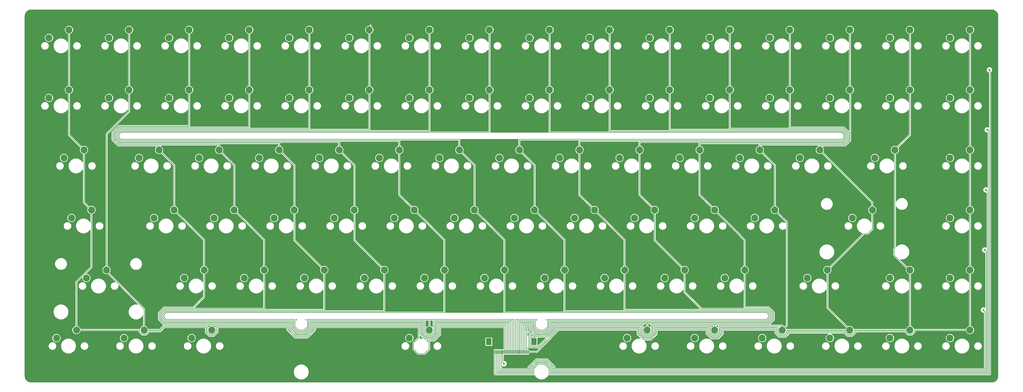
<source format=gbr>
%TF.GenerationSoftware,KiCad,Pcbnew,7.0.1*%
%TF.CreationDate,2023-03-28T18:38:33-04:00*%
%TF.ProjectId,project,70726f6a-6563-4742-9e6b-696361645f70,rev?*%
%TF.SameCoordinates,Original*%
%TF.FileFunction,Copper,L2,Bot*%
%TF.FilePolarity,Positive*%
%FSLAX46Y46*%
G04 Gerber Fmt 4.6, Leading zero omitted, Abs format (unit mm)*
G04 Created by KiCad (PCBNEW 7.0.1) date 2023-03-28 18:38:33*
%MOMM*%
%LPD*%
G01*
G04 APERTURE LIST*
%TA.AperFunction,ComponentPad*%
%ADD10C,2.200000*%
%TD*%
%TA.AperFunction,SMDPad,CuDef*%
%ADD11R,1.800000X2.200000*%
%TD*%
%TA.AperFunction,SMDPad,CuDef*%
%ADD12R,0.300000X1.300000*%
%TD*%
%TA.AperFunction,ViaPad*%
%ADD13C,0.600000*%
%TD*%
%TA.AperFunction,Conductor*%
%ADD14C,0.200000*%
%TD*%
G04 APERTURE END LIST*
D10*
%TO.P,SW18,2*%
%TO.N,Net-(D18-Pad2)*%
X89535000Y-113030000D03*
%TO.P,SW18,1*%
%TO.N,C4*%
X95885000Y-110490000D03*
%TD*%
%TO.P,SW11,2*%
%TO.N,Net-(SW11-Pad2)*%
X80010000Y-93980000D03*
%TO.P,SW11,1*%
%TO.N,C3*%
X86360000Y-91440000D03*
%TD*%
%TO.P,SW79,2*%
%TO.N,Net-(D79-Pad2)*%
X308610000Y-170180000D03*
%TO.P,SW79,1*%
%TO.N,C15*%
X314960000Y-167640000D03*
%TD*%
%TO.P,SW30,2*%
%TO.N,Net-(D30-Pad2)*%
X141922500Y-151130000D03*
%TO.P,SW30,1*%
%TO.N,C6*%
X148272500Y-148590000D03*
%TD*%
%TO.P,SW32,2*%
%TO.N,Net-(SW32-Pad2)*%
X156210000Y-93980000D03*
%TO.P,SW32,1*%
%TO.N,C7*%
X162560000Y-91440000D03*
%TD*%
%TO.P,SW63,2*%
%TO.N,Net-(D63-Pad2)*%
X246697500Y-170180000D03*
%TO.P,SW63,1*%
%TO.N,C12*%
X253047500Y-167640000D03*
%TD*%
%TO.P,SW6,2*%
%TO.N,Net-(D6-Pad2)*%
X60960000Y-74930000D03*
%TO.P,SW6,1*%
%TO.N,C2*%
X67310000Y-72390000D03*
%TD*%
%TO.P,SW23,2*%
%TO.N,Net-(D23-Pad2)*%
X108585000Y-113030000D03*
%TO.P,SW23,1*%
%TO.N,C5*%
X114935000Y-110490000D03*
%TD*%
%TO.P,SW66,2*%
%TO.N,Net-(D66-Pad2)*%
X260985000Y-113030000D03*
%TO.P,SW66,1*%
%TO.N,C13*%
X267335000Y-110490000D03*
%TD*%
%TO.P,SW68,2*%
%TO.N,Net-(D68-Pad2)*%
X268128750Y-170180000D03*
%TO.P,SW68,1*%
%TO.N,C13*%
X274478750Y-167640000D03*
%TD*%
%TO.P,SW84,2*%
%TO.N,Net-(D84-Pad2)*%
X327660000Y-151130000D03*
%TO.P,SW84,1*%
%TO.N,C16*%
X334010000Y-148590000D03*
%TD*%
%TO.P,SW71,2*%
%TO.N,Net-(D71-Pad2)*%
X280035000Y-113030000D03*
%TO.P,SW71,1*%
%TO.N,C14*%
X286385000Y-110490000D03*
%TD*%
%TO.P,SW46,2*%
%TO.N,Net-(D46-Pad2)*%
X199072500Y-151130000D03*
%TO.P,SW46,1*%
%TO.N,C9*%
X205422500Y-148590000D03*
%TD*%
%TO.P,SW1,2*%
%TO.N,Net-(D1-Pad2)*%
X41910000Y-74930000D03*
%TO.P,SW1,1*%
%TO.N,C1*%
X48260000Y-72390000D03*
%TD*%
%TO.P,SW73,2*%
%TO.N,Net-(D73-Pad2)*%
X282416250Y-151130000D03*
%TO.P,SW73,1*%
%TO.N,C14*%
X288766250Y-148590000D03*
%TD*%
%TO.P,SW36,2*%
%TO.N,Net-(D36-Pad2)*%
X156210000Y-170180000D03*
%TO.P,SW36,1*%
%TO.N,C7*%
X162560000Y-167640000D03*
%TD*%
%TO.P,SW55,2*%
%TO.N,Net-(D55-Pad2)*%
X227647500Y-132080000D03*
%TO.P,SW55,1*%
%TO.N,C11*%
X233997500Y-129540000D03*
%TD*%
%TO.P,SW83,2*%
%TO.N,Net-(D83-Pad2)*%
X327660000Y-132080000D03*
%TO.P,SW83,1*%
%TO.N,C16*%
X334010000Y-129540000D03*
%TD*%
%TO.P,SW81,2*%
%TO.N,Net-(D81-Pad2)*%
X327660000Y-93980000D03*
%TO.P,SW81,1*%
%TO.N,C16*%
X334010000Y-91440000D03*
%TD*%
%TO.P,SW10,2*%
%TO.N,Net-(D10-Pad2)*%
X80010000Y-74930000D03*
%TO.P,SW10,1*%
%TO.N,C3*%
X86360000Y-72390000D03*
%TD*%
%TO.P,SW53,2*%
%TO.N,Net-(SW53-Pad2)*%
X232410000Y-93980000D03*
%TO.P,SW53,1*%
%TO.N,C11*%
X238760000Y-91440000D03*
%TD*%
%TO.P,SW13,2*%
%TO.N,Net-(SW13-Pad2)*%
X75247500Y-132080000D03*
%TO.P,SW13,1*%
%TO.N,C3*%
X81597500Y-129540000D03*
%TD*%
%TO.P,SW67,2*%
%TO.N,Net-(SW67-Pad2)*%
X265747500Y-132080000D03*
%TO.P,SW67,1*%
%TO.N,C13*%
X272097500Y-129540000D03*
%TD*%
%TO.P,SW31,2*%
%TO.N,Net-(D31-Pad2)*%
X156210000Y-74930000D03*
%TO.P,SW31,1*%
%TO.N,C7*%
X162560000Y-72390000D03*
%TD*%
%TO.P,SW61,2*%
%TO.N,Net-(SW61-Pad2)*%
X246697500Y-132080000D03*
%TO.P,SW61,1*%
%TO.N,C12*%
X253047500Y-129540000D03*
%TD*%
%TO.P,SW21,2*%
%TO.N,Net-(D21-Pad2)*%
X118110000Y-74930000D03*
%TO.P,SW21,1*%
%TO.N,C5*%
X124460000Y-72390000D03*
%TD*%
%TO.P,SW39,2*%
%TO.N,Net-(D39-Pad2)*%
X165735000Y-113030000D03*
%TO.P,SW39,1*%
%TO.N,C8*%
X172085000Y-110490000D03*
%TD*%
%TO.P,SW37,2*%
%TO.N,Net-(D37-Pad2)*%
X175260000Y-74930000D03*
%TO.P,SW37,1*%
%TO.N,C8*%
X181610000Y-72390000D03*
%TD*%
%TO.P,SW14,2*%
%TO.N,Net-(D14-Pad2)*%
X84772500Y-151130000D03*
%TO.P,SW14,1*%
%TO.N,C3*%
X91122500Y-148590000D03*
%TD*%
%TO.P,SW20,2*%
%TO.N,Net-(D20-Pad2)*%
X103822500Y-151130000D03*
%TO.P,SW20,1*%
%TO.N,C4*%
X110172500Y-148590000D03*
%TD*%
%TO.P,SW17,2*%
%TO.N,Net-(SW17-Pad2)*%
X99060000Y-93980000D03*
%TO.P,SW17,1*%
%TO.N,C4*%
X105410000Y-91440000D03*
%TD*%
%TO.P,SW8,2*%
%TO.N,Net-(D8-Pad2)*%
X53816250Y-151130000D03*
%TO.P,SW8,1*%
%TO.N,C2*%
X60166250Y-148590000D03*
%TD*%
%TO.P,SW4,2*%
%TO.N,Net-(SW4-Pad2)*%
X49053750Y-132080000D03*
%TO.P,SW4,1*%
%TO.N,C1*%
X55403750Y-129540000D03*
%TD*%
%TO.P,SW75,2*%
%TO.N,Net-(D75-Pad2)*%
X308610000Y-74930000D03*
%TO.P,SW75,1*%
%TO.N,C15*%
X314960000Y-72390000D03*
%TD*%
%TO.P,SW7,2*%
%TO.N,Net-(SW7-Pad2)*%
X60960000Y-93980000D03*
%TO.P,SW7,1*%
%TO.N,C2*%
X67310000Y-91440000D03*
%TD*%
%TO.P,SW70,2*%
%TO.N,Net-(D70-Pad2)*%
X289560000Y-93980000D03*
%TO.P,SW70,1*%
%TO.N,C14*%
X295910000Y-91440000D03*
%TD*%
%TO.P,SW5,2*%
%TO.N,Net-(SW5-Pad2)*%
X44291250Y-170180000D03*
%TO.P,SW5,1*%
%TO.N,C1*%
X50641250Y-167640000D03*
%TD*%
%TO.P,SW77,2*%
%TO.N,Net-(SW77-Pad2)*%
X303847500Y-113030000D03*
%TO.P,SW77,1*%
%TO.N,C15*%
X310197500Y-110490000D03*
%TD*%
%TO.P,SW58,2*%
%TO.N,Net-(D58-Pad2)*%
X251460000Y-74930000D03*
%TO.P,SW58,1*%
%TO.N,C12*%
X257810000Y-72390000D03*
%TD*%
%TO.P,SW22,2*%
%TO.N,Net-(SW22-Pad2)*%
X118110000Y-93980000D03*
%TO.P,SW22,1*%
%TO.N,C5*%
X124460000Y-91440000D03*
%TD*%
%TO.P,SW38,2*%
%TO.N,Net-(SW38-Pad2)*%
X175260000Y-93980000D03*
%TO.P,SW38,1*%
%TO.N,C8*%
X181610000Y-91440000D03*
%TD*%
%TO.P,SW45,2*%
%TO.N,Net-(D45-Pad2)*%
X189547500Y-132080000D03*
%TO.P,SW45,1*%
%TO.N,C9*%
X195897500Y-129540000D03*
%TD*%
%TO.P,SW82,2*%
%TO.N,Net-(D82-Pad2)*%
X327660000Y-113030000D03*
%TO.P,SW82,1*%
%TO.N,C16*%
X334010000Y-110490000D03*
%TD*%
%TO.P,SW16,2*%
%TO.N,Net-(D16-Pad2)*%
X99060000Y-74930000D03*
%TO.P,SW16,1*%
%TO.N,C4*%
X105410000Y-72390000D03*
%TD*%
%TO.P,SW19,2*%
%TO.N,Net-(D19-Pad2)*%
X94297500Y-132080000D03*
%TO.P,SW19,1*%
%TO.N,C4*%
X100647500Y-129540000D03*
%TD*%
%TO.P,SW85,2*%
%TO.N,Net-(D85-Pad2)*%
X327660000Y-170180000D03*
%TO.P,SW85,1*%
%TO.N,C16*%
X334010000Y-167640000D03*
%TD*%
%TO.P,SW64,2*%
%TO.N,Net-(D64-Pad2)*%
X270510000Y-74930000D03*
%TO.P,SW64,1*%
%TO.N,C13*%
X276860000Y-72390000D03*
%TD*%
%TO.P,SW51,2*%
%TO.N,Net-(SW51-Pad2)*%
X218122500Y-151130000D03*
%TO.P,SW51,1*%
%TO.N,C10*%
X224472500Y-148590000D03*
%TD*%
%TO.P,SW34,2*%
%TO.N,Net-(D34-Pad2)*%
X151447500Y-132080000D03*
%TO.P,SW34,1*%
%TO.N,C7*%
X157797500Y-129540000D03*
%TD*%
%TO.P,SW59,2*%
%TO.N,Net-(SW59-Pad2)*%
X251460000Y-93980000D03*
%TO.P,SW59,1*%
%TO.N,C12*%
X257810000Y-91440000D03*
%TD*%
%TO.P,SW50,2*%
%TO.N,Net-(D50-Pad2)*%
X208597500Y-132080000D03*
%TO.P,SW50,1*%
%TO.N,C10*%
X214947500Y-129540000D03*
%TD*%
%TO.P,SW54,2*%
%TO.N,Net-(D54-Pad2)*%
X222885000Y-113030000D03*
%TO.P,SW54,1*%
%TO.N,C11*%
X229235000Y-110490000D03*
%TD*%
%TO.P,SW3,2*%
%TO.N,Net-(D3-Pad2)*%
X46672500Y-113030000D03*
%TO.P,SW3,1*%
%TO.N,C1*%
X53022500Y-110490000D03*
%TD*%
%TO.P,SW15,2*%
%TO.N,Net-(SW15-Pad2)*%
X87153750Y-170180000D03*
%TO.P,SW15,1*%
%TO.N,C3*%
X93503750Y-167640000D03*
%TD*%
%TO.P,SW57,2*%
%TO.N,Net-(D57-Pad2)*%
X225266250Y-170180000D03*
%TO.P,SW57,1*%
%TO.N,C11*%
X231616250Y-167640000D03*
%TD*%
%TO.P,SW48,2*%
%TO.N,Net-(SW48-Pad2)*%
X213360000Y-93980000D03*
%TO.P,SW48,1*%
%TO.N,C10*%
X219710000Y-91440000D03*
%TD*%
%TO.P,SW26,2*%
%TO.N,Net-(D26-Pad2)*%
X137160000Y-74930000D03*
%TO.P,SW26,1*%
%TO.N,C6*%
X143510000Y-72390000D03*
%TD*%
%TO.P,SW56,2*%
%TO.N,Net-(SW56-Pad2)*%
X237172500Y-151130000D03*
%TO.P,SW56,1*%
%TO.N,C11*%
X243522500Y-148590000D03*
%TD*%
%TO.P,SW78,2*%
%TO.N,Net-(D78-Pad2)*%
X308610000Y-151130000D03*
%TO.P,SW78,1*%
%TO.N,C15*%
X314960000Y-148590000D03*
%TD*%
%TO.P,SW74,2*%
%TO.N,Net-(D74-Pad2)*%
X289560000Y-170180000D03*
%TO.P,SW74,1*%
%TO.N,C14*%
X295910000Y-167640000D03*
%TD*%
%TO.P,SW33,2*%
%TO.N,Net-(D33-Pad2)*%
X146685000Y-113030000D03*
%TO.P,SW33,1*%
%TO.N,C7*%
X153035000Y-110490000D03*
%TD*%
%TO.P,SW12,2*%
%TO.N,Net-(D12-Pad2)*%
X70485000Y-113030000D03*
%TO.P,SW12,1*%
%TO.N,C3*%
X76835000Y-110490000D03*
%TD*%
%TO.P,SW25,2*%
%TO.N,Net-(SW25-Pad2)*%
X122872500Y-151130000D03*
%TO.P,SW25,1*%
%TO.N,C5*%
X129222500Y-148590000D03*
%TD*%
%TO.P,SW69,2*%
%TO.N,Net-(D69-Pad2)*%
X289560000Y-74930000D03*
%TO.P,SW69,1*%
%TO.N,C14*%
X295910000Y-72390000D03*
%TD*%
%TO.P,SW2,2*%
%TO.N,Net-(D2-Pad2)*%
X41910000Y-93980000D03*
%TO.P,SW2,1*%
%TO.N,C1*%
X48260000Y-91440000D03*
%TD*%
%TO.P,SW40,2*%
%TO.N,Net-(D40-Pad2)*%
X170497500Y-132080000D03*
%TO.P,SW40,1*%
%TO.N,C8*%
X176847500Y-129540000D03*
%TD*%
%TO.P,SW44,2*%
%TO.N,Net-(D44-Pad2)*%
X184785000Y-113030000D03*
%TO.P,SW44,1*%
%TO.N,C9*%
X191135000Y-110490000D03*
%TD*%
%TO.P,SW72,2*%
%TO.N,Net-(D72-Pad2)*%
X296703750Y-132080000D03*
%TO.P,SW72,1*%
%TO.N,C14*%
X303053750Y-129540000D03*
%TD*%
%TO.P,SW76,2*%
%TO.N,Net-(D76-Pad2)*%
X308610000Y-93980000D03*
%TO.P,SW76,1*%
%TO.N,C15*%
X314960000Y-91440000D03*
%TD*%
%TO.P,SW62,2*%
%TO.N,Net-(SW62-Pad2)*%
X256222500Y-151130000D03*
%TO.P,SW62,1*%
%TO.N,C12*%
X262572500Y-148590000D03*
%TD*%
%TO.P,SW80,2*%
%TO.N,Net-(D80-Pad2)*%
X327660000Y-74930000D03*
%TO.P,SW80,1*%
%TO.N,C16*%
X334010000Y-72390000D03*
%TD*%
%TO.P,SW41,2*%
%TO.N,Net-(D41-Pad2)*%
X180022500Y-151130000D03*
%TO.P,SW41,1*%
%TO.N,C8*%
X186372500Y-148590000D03*
%TD*%
%TO.P,SW65,2*%
%TO.N,Net-(SW65-Pad2)*%
X270510000Y-93980000D03*
%TO.P,SW65,1*%
%TO.N,C13*%
X276860000Y-91440000D03*
%TD*%
%TO.P,SW43,2*%
%TO.N,Net-(SW43-Pad2)*%
X194310000Y-93980000D03*
%TO.P,SW43,1*%
%TO.N,C9*%
X200660000Y-91440000D03*
%TD*%
%TO.P,SW60,2*%
%TO.N,Net-(D60-Pad2)*%
X241935000Y-113030000D03*
%TO.P,SW60,1*%
%TO.N,C12*%
X248285000Y-110490000D03*
%TD*%
%TO.P,SW24,2*%
%TO.N,Net-(SW24-Pad2)*%
X113347500Y-132080000D03*
%TO.P,SW24,1*%
%TO.N,C5*%
X119697500Y-129540000D03*
%TD*%
%TO.P,SW28,2*%
%TO.N,Net-(D28-Pad2)*%
X127635000Y-113030000D03*
%TO.P,SW28,1*%
%TO.N,C6*%
X133985000Y-110490000D03*
%TD*%
%TO.P,SW49,2*%
%TO.N,Net-(D49-Pad2)*%
X203835000Y-113030000D03*
%TO.P,SW49,1*%
%TO.N,C10*%
X210185000Y-110490000D03*
%TD*%
%TO.P,SW35,2*%
%TO.N,Net-(SW35-Pad2)*%
X160972500Y-151130000D03*
%TO.P,SW35,1*%
%TO.N,C7*%
X167322500Y-148590000D03*
%TD*%
%TO.P,SW29,2*%
%TO.N,Net-(D29-Pad2)*%
X132397500Y-132080000D03*
%TO.P,SW29,1*%
%TO.N,C6*%
X138747500Y-129540000D03*
%TD*%
%TO.P,SW52,2*%
%TO.N,Net-(D52-Pad2)*%
X232410000Y-74930000D03*
%TO.P,SW52,1*%
%TO.N,C11*%
X238760000Y-72390000D03*
%TD*%
%TO.P,SW9,2*%
%TO.N,Net-(D9-Pad2)*%
X65722500Y-170180000D03*
%TO.P,SW9,1*%
%TO.N,C2*%
X72072500Y-167640000D03*
%TD*%
%TO.P,SW42,2*%
%TO.N,Net-(D42-Pad2)*%
X194310000Y-74930000D03*
%TO.P,SW42,1*%
%TO.N,C9*%
X200660000Y-72390000D03*
%TD*%
%TO.P,SW47,2*%
%TO.N,Net-(D47-Pad2)*%
X213360000Y-74930000D03*
%TO.P,SW47,1*%
%TO.N,C10*%
X219710000Y-72390000D03*
%TD*%
%TO.P,SW27,2*%
%TO.N,Net-(SW27-Pad2)*%
X137160000Y-93980000D03*
%TO.P,SW27,1*%
%TO.N,C6*%
X143510000Y-91440000D03*
%TD*%
D11*
%TO.P,J1,MP*%
%TO.N,N/C*%
X195745000Y-171335200D03*
X181445000Y-171335200D03*
D12*
%TO.P,J1,22,Pin_22*%
%TO.N,C16*%
X193845000Y-174585200D03*
%TO.P,J1,21,Pin_21*%
%TO.N,C15*%
X193345000Y-174585200D03*
%TO.P,J1,20,Pin_20*%
%TO.N,C14*%
X192845000Y-174585200D03*
%TO.P,J1,19,Pin_19*%
%TO.N,C13*%
X192345000Y-174585200D03*
%TO.P,J1,18,Pin_18*%
%TO.N,C12*%
X191845000Y-174585200D03*
%TO.P,J1,17,Pin_17*%
%TO.N,C11*%
X191345000Y-174585200D03*
%TO.P,J1,16,Pin_16*%
%TO.N,C10*%
X190845000Y-174585200D03*
%TO.P,J1,15,Pin_15*%
%TO.N,C9*%
X190345000Y-174585200D03*
%TO.P,J1,14,Pin_14*%
%TO.N,C8*%
X189845000Y-174585200D03*
%TO.P,J1,13,Pin_13*%
%TO.N,C7*%
X189345000Y-174585200D03*
%TO.P,J1,12,Pin_12*%
%TO.N,C6*%
X188845000Y-174585200D03*
%TO.P,J1,11,Pin_11*%
%TO.N,C5*%
X188345000Y-174585200D03*
%TO.P,J1,10,Pin_10*%
%TO.N,C4*%
X187845000Y-174585200D03*
%TO.P,J1,9,Pin_9*%
%TO.N,C3*%
X187345000Y-174585200D03*
%TO.P,J1,8,Pin_8*%
%TO.N,C2*%
X186845000Y-174585200D03*
%TO.P,J1,7,Pin_7*%
%TO.N,C1*%
X186345000Y-174585200D03*
%TO.P,J1,6,Pin_6*%
%TO.N,R6*%
X185845000Y-174585200D03*
%TO.P,J1,5,Pin_5*%
%TO.N,R5*%
X185345000Y-174585200D03*
%TO.P,J1,4,Pin_4*%
%TO.N,R4*%
X184845000Y-174585200D03*
%TO.P,J1,3,Pin_3*%
%TO.N,R3*%
X184345000Y-174585200D03*
%TO.P,J1,2,Pin_2*%
%TO.N,R2*%
X183845000Y-174585200D03*
%TO.P,J1,1,Pin_1*%
%TO.N,R1*%
X183345000Y-174585200D03*
%TD*%
D13*
%TO.N,R1*%
X340184300Y-85090000D03*
%TO.N,R2*%
X339480000Y-104140000D03*
%TO.N,R3*%
X339080000Y-123190000D03*
%TO.N,R4*%
X338680000Y-142240000D03*
%TO.N,R6*%
X186250000Y-178330000D03*
%TO.N,R5*%
X338280000Y-161290000D03*
%TD*%
D14*
%TO.N,C13*%
X253627399Y-169040000D02*
X254447500Y-168219899D01*
X229816250Y-166296250D02*
X229816250Y-168385584D01*
X272097500Y-115252500D02*
X267335000Y-110490000D01*
X230870665Y-169440000D02*
X232361834Y-169440000D01*
X274478750Y-166295000D02*
X274478750Y-167640000D01*
X272097500Y-129540000D02*
X272097500Y-115252500D01*
X295583791Y-107358951D02*
X294197740Y-108745000D01*
X194145000Y-167366500D02*
X196473499Y-169695000D01*
X251647500Y-166295000D02*
X251647500Y-168219899D01*
X251647500Y-168219899D02*
X252467601Y-169040000D01*
X294003871Y-103345001D02*
X295583793Y-104924926D01*
X295583793Y-104924926D02*
X295583791Y-107358951D01*
X232361834Y-169440000D02*
X233416250Y-168385585D01*
X254447500Y-168219899D02*
X254447500Y-166295000D01*
X233416250Y-168385585D02*
X233416250Y-166295000D01*
X294197740Y-108745000D02*
X267335000Y-108745000D01*
X192345000Y-166295000D02*
X194145000Y-166295000D01*
X274478750Y-167640000D02*
X275937501Y-166181249D01*
X196473499Y-169695000D02*
X199766500Y-169695000D01*
X202095000Y-166295000D02*
X229815000Y-166295000D01*
X276860000Y-103345001D02*
X294003871Y-103345001D01*
X229815000Y-166295000D02*
X229816250Y-166296250D01*
X192345000Y-174585200D02*
X192345000Y-166295000D01*
X275937501Y-133380001D02*
X272097500Y-129540000D01*
X233416250Y-166295000D02*
X251647500Y-166295000D01*
X199766500Y-169695000D02*
X202095000Y-167366501D01*
X275937501Y-166181249D02*
X275937501Y-133380001D01*
X194145000Y-166295000D02*
X194145000Y-167366500D01*
X276860000Y-91440000D02*
X276860000Y-103345001D01*
X254447500Y-166295000D02*
X274478750Y-166295000D01*
X202095000Y-167366501D02*
X202095000Y-166295000D01*
X276860000Y-91440000D02*
X276860000Y-72390000D01*
X229816250Y-168385584D02*
X230870665Y-169440000D01*
X267335000Y-108745000D02*
X267335000Y-110490000D01*
X252467601Y-169040000D02*
X253627399Y-169040000D01*
%TO.N,C10*%
X293700685Y-107545000D02*
X210185000Y-107545000D01*
X224472500Y-139065000D02*
X214947500Y-129540000D01*
X199269443Y-168495000D02*
X200895000Y-166869444D01*
X214947500Y-129540000D02*
X210185000Y-124777500D01*
X269866371Y-165095000D02*
X270971293Y-163990079D01*
X190845000Y-174585200D02*
X190845000Y-165095000D01*
X294383793Y-105421981D02*
X294383793Y-106861893D01*
X219710000Y-91440000D02*
X219710000Y-72390000D01*
X196970556Y-168495000D02*
X199269443Y-168495000D01*
X219710000Y-104545000D02*
X293506813Y-104545000D01*
X195345000Y-165095000D02*
X195345000Y-166869443D01*
X270971293Y-162406295D02*
X269859999Y-161295000D01*
X210185000Y-124777500D02*
X210185000Y-110490000D01*
X190845000Y-165095000D02*
X195345000Y-165095000D01*
X219710000Y-91440000D02*
X219710000Y-104545000D01*
X210185000Y-107545000D02*
X210185000Y-110490000D01*
X293506813Y-104545000D02*
X294383793Y-105421981D01*
X224472500Y-148590000D02*
X224472500Y-139065000D01*
X200895000Y-165095000D02*
X269866371Y-165095000D01*
X294383793Y-106861893D02*
X293700685Y-107545000D01*
X269859999Y-161295000D02*
X224472500Y-161295000D01*
X270971293Y-163990079D02*
X270971293Y-162406295D01*
X200895000Y-166869444D02*
X200895000Y-165095000D01*
X195345000Y-166869443D02*
X196970556Y-168495000D01*
X224472500Y-161295000D02*
X224472500Y-148590000D01*
%TO.N,C12*%
X257810000Y-103745001D02*
X293838185Y-103745001D01*
X191845000Y-165895000D02*
X191845000Y-174585200D01*
X231036351Y-169040000D02*
X230216250Y-168219899D01*
X270116368Y-160420000D02*
X271771293Y-162074925D01*
X230216250Y-168219899D02*
X230216250Y-165895000D01*
X257810000Y-91440000D02*
X257810000Y-72390000D01*
X262572500Y-160420000D02*
X270116368Y-160420000D01*
X230216250Y-165895000D02*
X201695000Y-165895000D01*
X257810000Y-91440000D02*
X257810000Y-103745001D01*
X201695000Y-167200815D02*
X199600814Y-169295000D01*
X262572500Y-148590000D02*
X262572500Y-160420000D01*
X194545000Y-165895000D02*
X191845000Y-165895000D01*
X261010000Y-137540000D02*
X262572500Y-139102500D01*
X295183792Y-107193265D02*
X294032055Y-108345000D01*
X271771293Y-164321449D02*
X270197742Y-165895000D01*
X262572500Y-139102500D02*
X262572500Y-148590000D01*
X261010000Y-137502500D02*
X261010000Y-137540000D01*
X233016250Y-168219899D02*
X232196149Y-169040000D01*
X196639185Y-169295000D02*
X194545000Y-167200814D01*
X253047500Y-165895000D02*
X253047500Y-167640000D01*
X293838185Y-103745001D02*
X295183793Y-105090611D01*
X199600814Y-169295000D02*
X196639185Y-169295000D01*
X294032055Y-108345000D02*
X248285000Y-108345000D01*
X271771293Y-162074925D02*
X271771293Y-164321449D01*
X270197742Y-165895000D02*
X253047500Y-165895000D01*
X295183793Y-105090611D02*
X295183792Y-107193265D01*
X248285000Y-108345000D02*
X248285000Y-110490000D01*
X248285000Y-110490000D02*
X248285000Y-124777500D01*
X232196149Y-169040000D02*
X231036351Y-169040000D01*
X248285000Y-124777500D02*
X253047500Y-129540000D01*
X233016250Y-165895000D02*
X233016250Y-168219899D01*
X194545000Y-167200814D02*
X194545000Y-165895000D01*
X253047500Y-165895000D02*
X233016250Y-165895000D01*
X253047500Y-129540000D02*
X261010000Y-137502500D01*
X201695000Y-165895000D02*
X201695000Y-167200815D01*
%TO.N,C11*%
X294783793Y-105256296D02*
X294783793Y-107027579D01*
X238760000Y-91440000D02*
X238760000Y-104145000D01*
X238760000Y-104145000D02*
X293672499Y-104145000D01*
X243522500Y-148590000D02*
X243522500Y-155587500D01*
X270025685Y-160895000D02*
X271371293Y-162240610D01*
X199435129Y-168895000D02*
X201295000Y-167035129D01*
X229235000Y-124777500D02*
X233997500Y-129540000D01*
X201295000Y-167035129D02*
X201295000Y-165495000D01*
X294783793Y-107027579D02*
X293866370Y-107945000D01*
X191345000Y-174585200D02*
X191345000Y-165495000D01*
X271371293Y-164155765D02*
X270032056Y-165495000D01*
X271371293Y-162240610D02*
X271371293Y-164155765D01*
X231616250Y-165495000D02*
X231616250Y-167640000D01*
X233997500Y-139065000D02*
X243522500Y-148590000D01*
X243522500Y-155587500D02*
X248830000Y-160895000D01*
X238760000Y-91440000D02*
X238760000Y-72390000D01*
X229235000Y-107945000D02*
X229235000Y-110490000D01*
X201295000Y-165495000D02*
X231616250Y-165495000D01*
X233997500Y-129540000D02*
X233997500Y-139065000D01*
X293672499Y-104145000D02*
X294783793Y-105256296D01*
X293866370Y-107945000D02*
X229235000Y-107945000D01*
X229235000Y-110490000D02*
X229235000Y-124777500D01*
X270032056Y-165495000D02*
X231616250Y-165495000D01*
X194945000Y-167035129D02*
X196804871Y-168895000D01*
X191345000Y-165495000D02*
X194945000Y-165495000D01*
X196804871Y-168895000D02*
X199435129Y-168895000D01*
X248830000Y-160895000D02*
X270025685Y-160895000D01*
X194945000Y-165495000D02*
X194945000Y-167035129D01*
%TO.N,C2*%
X67310000Y-98298478D02*
X67310000Y-91440000D01*
X92103750Y-168219899D02*
X92923851Y-169040000D01*
X165560000Y-166295000D02*
X186845000Y-166295000D01*
X72072500Y-167640000D02*
X72072500Y-160991427D01*
X94903750Y-168219899D02*
X94903750Y-166295000D01*
X123566501Y-169695000D02*
X125895000Y-167366498D01*
X78257945Y-166295000D02*
X92103750Y-166295000D01*
X60166250Y-149085177D02*
X60166250Y-148590000D01*
X117945000Y-166295000D02*
X117945000Y-167366501D01*
X159560000Y-168882642D02*
X161317360Y-170640000D01*
X94083649Y-169040000D02*
X94903750Y-168219899D01*
X72072500Y-167640000D02*
X76912945Y-167640000D01*
X125895000Y-167366498D02*
X125895000Y-166295000D01*
X125895000Y-166295000D02*
X159560000Y-166295000D01*
X163802642Y-170640000D02*
X165560000Y-168882640D01*
X92923851Y-169040000D02*
X94083649Y-169040000D01*
X76912945Y-167640000D02*
X78257945Y-166295000D01*
X161317360Y-170640000D02*
X163802642Y-170640000D01*
X72072500Y-160991427D02*
X60166250Y-149085177D01*
X165560000Y-168882640D02*
X165560000Y-166295000D01*
X92103750Y-166295000D02*
X92103750Y-168219899D01*
X159560000Y-166295000D02*
X159560000Y-168882642D01*
X67310000Y-91440000D02*
X67310000Y-72390000D01*
X60166250Y-148590000D02*
X60166250Y-105442228D01*
X186845000Y-166295000D02*
X186845000Y-174585200D01*
X60166250Y-105442228D02*
X67310000Y-98298478D01*
X120273502Y-169695000D02*
X123566501Y-169695000D01*
X94903750Y-166295000D02*
X117945000Y-166295000D01*
X117945000Y-167366501D02*
X120273502Y-169695000D01*
%TO.N,C3*%
X165160000Y-168716954D02*
X163636956Y-170240000D01*
X63919645Y-109145000D02*
X76835000Y-109145000D01*
X187345000Y-165895000D02*
X165160000Y-165895000D01*
X91122500Y-157082501D02*
X87710000Y-160495001D01*
X91122500Y-148590000D02*
X91122500Y-139065000D01*
X159960000Y-168716956D02*
X159960000Y-165895000D01*
X86360000Y-91440000D02*
X86360000Y-102945000D01*
X86360000Y-102945000D02*
X63919643Y-102945002D01*
X76843707Y-164315077D02*
X78423630Y-165895000D01*
X78423630Y-165895000D02*
X93503750Y-165895000D01*
X62105408Y-107330764D02*
X63919645Y-109145000D01*
X163636956Y-170240000D02*
X161483046Y-170240000D01*
X76835000Y-109145000D02*
X76835000Y-110490000D01*
X93503750Y-165895000D02*
X93503750Y-167640000D01*
X118345000Y-165895000D02*
X93503750Y-165895000D01*
X165160000Y-165895000D02*
X165160000Y-168716954D01*
X159960000Y-165895000D02*
X125495000Y-165895000D01*
X76843707Y-162074926D02*
X76843707Y-164315077D01*
X78423629Y-160495001D02*
X76843707Y-162074926D01*
X91122500Y-139065000D02*
X81597500Y-129540000D01*
X161483046Y-170240000D02*
X159960000Y-168716956D01*
X125495000Y-167200812D02*
X123400815Y-169295000D01*
X91122500Y-148590000D02*
X91122500Y-157082501D01*
X81597500Y-115252500D02*
X76835000Y-110490000D01*
X187345000Y-174585200D02*
X187345000Y-165895000D01*
X118345000Y-167200815D02*
X118345000Y-165895000D01*
X123400815Y-169295000D02*
X120439188Y-169295000D01*
X86360000Y-72390000D02*
X86360000Y-91440000D01*
X81597500Y-129540000D02*
X81597500Y-115252500D01*
X87710000Y-160495001D02*
X78423629Y-160495001D01*
X125495000Y-165895000D02*
X125495000Y-167200812D01*
X63919643Y-102945002D02*
X62105407Y-104759241D01*
X120439188Y-169295000D02*
X118345000Y-167200815D01*
X62105407Y-104759241D02*
X62105408Y-107330764D01*
%TO.N,C4*%
X120604873Y-168895000D02*
X123235130Y-168895000D01*
X62505408Y-107165078D02*
X64085330Y-108745000D01*
X160360000Y-168551271D02*
X161648731Y-169840000D01*
X164760000Y-165495000D02*
X187845000Y-165495000D01*
X118745000Y-165495000D02*
X118745000Y-167035130D01*
X110172500Y-160895000D02*
X78589315Y-160895001D01*
X110172500Y-148590000D02*
X110172500Y-139065000D01*
X64085329Y-103345001D02*
X62505407Y-104924926D01*
X77243707Y-164149392D02*
X78589317Y-165495000D01*
X78589317Y-165495000D02*
X118745000Y-165495000D01*
X187845000Y-165495000D02*
X187845000Y-174585200D01*
X95885000Y-108745000D02*
X95885000Y-110490000D01*
X164760000Y-168551269D02*
X164760000Y-165495000D01*
X100647500Y-129540000D02*
X100647500Y-115252500D01*
X110172500Y-139065000D02*
X100647500Y-129540000D01*
X77243707Y-162240611D02*
X77243707Y-164149392D01*
X62505407Y-104924926D02*
X62505408Y-107165078D01*
X110172500Y-148590000D02*
X110172500Y-160895000D01*
X78589315Y-160895001D02*
X77243707Y-162240611D01*
X118745000Y-167035130D02*
X120604873Y-168895000D01*
X105410000Y-91440000D02*
X105410000Y-72390000D01*
X125095000Y-167035127D02*
X125095000Y-165495000D01*
X105410000Y-91440000D02*
X105410000Y-103345000D01*
X125095000Y-165495000D02*
X160360000Y-165495000D01*
X163471271Y-169840000D02*
X164760000Y-168551269D01*
X123235130Y-168895000D02*
X125095000Y-167035127D01*
X160360000Y-165495000D02*
X160360000Y-168551271D01*
X64085330Y-108745000D02*
X95885000Y-108745000D01*
X105410000Y-103345000D02*
X64085329Y-103345001D01*
X161648731Y-169840000D02*
X163471271Y-169840000D01*
X100647500Y-115252500D02*
X95885000Y-110490000D01*
%TO.N,C5*%
X161814416Y-169440000D02*
X163305585Y-169440000D01*
X64251018Y-108345000D02*
X114935000Y-108345000D01*
X119697500Y-129540000D02*
X119697500Y-115252500D01*
X119145000Y-166869444D02*
X120770558Y-168495000D01*
X78755002Y-165095000D02*
X119145000Y-165095000D01*
X160760000Y-168385585D02*
X161814416Y-169440000D01*
X114935000Y-108345000D02*
X114935000Y-110490000D01*
X78755001Y-161295000D02*
X77643707Y-162406296D01*
X124460000Y-91440000D02*
X124460000Y-103745000D01*
X123069444Y-168495000D02*
X124695000Y-166869442D01*
X164360000Y-168385584D02*
X164360000Y-165095000D01*
X129222500Y-148590000D02*
X129222500Y-161295000D01*
X64251015Y-103745001D02*
X62905407Y-105090611D01*
X164360000Y-165095000D02*
X188345000Y-165095000D01*
X119697500Y-115252500D02*
X114935000Y-110490000D01*
X129222500Y-148590000D02*
X119697500Y-139065000D01*
X62905407Y-105090611D02*
X62905408Y-106999392D01*
X188345000Y-165095000D02*
X188345000Y-174585200D01*
X160760000Y-165095000D02*
X160760000Y-168385585D01*
X119145000Y-165095000D02*
X119145000Y-166869444D01*
X120770558Y-168495000D02*
X123069444Y-168495000D01*
X129222500Y-161295000D02*
X78755001Y-161295000D01*
X124695000Y-165095000D02*
X160760000Y-165095000D01*
X124460000Y-103745000D02*
X64251015Y-103745001D01*
X62905408Y-106999392D02*
X64251018Y-108345000D01*
X77643707Y-163983706D02*
X78755002Y-165095000D01*
X77643707Y-162406296D02*
X77643707Y-163983706D01*
X163305585Y-169440000D02*
X164360000Y-168385584D01*
X119697500Y-139065000D02*
X119697500Y-129540000D01*
X124460000Y-91440000D02*
X124460000Y-72390000D01*
X124695000Y-166869442D02*
X124695000Y-165095000D01*
%TO.N,C6*%
X78920687Y-161695000D02*
X78043707Y-162571981D01*
X78043707Y-162571981D02*
X78043707Y-163818020D01*
X64416701Y-104145000D02*
X63305407Y-105256296D01*
X138747500Y-115252500D02*
X133985000Y-110490000D01*
X122903758Y-168095000D02*
X124295000Y-166703757D01*
X143510000Y-71310000D02*
X143870000Y-70950000D01*
X64416703Y-107945000D02*
X133985000Y-107945000D01*
X63305407Y-105256296D02*
X63305407Y-106833706D01*
X163960000Y-168219899D02*
X163960000Y-164695000D01*
X148272500Y-148590000D02*
X148272500Y-161695000D01*
X124295000Y-166703757D02*
X124295000Y-164695000D01*
X188845000Y-164695000D02*
X188845000Y-174585200D01*
X163960000Y-164695000D02*
X188845000Y-164695000D01*
X148272500Y-148590000D02*
X138747500Y-139065000D01*
X143510000Y-91440000D02*
X143510000Y-71310000D01*
X124295000Y-164695000D02*
X161160000Y-164695000D01*
X161980101Y-169040000D02*
X163139899Y-169040000D01*
X143510000Y-91440000D02*
X143510000Y-104145000D01*
X78043707Y-163818020D02*
X78920687Y-164695000D01*
X78920687Y-164695000D02*
X119545000Y-164695000D01*
X143510000Y-104145000D02*
X64416701Y-104145000D01*
X138747500Y-139065000D02*
X138747500Y-129540000D01*
X138747500Y-129540000D02*
X138747500Y-115252500D01*
X161160000Y-164695000D02*
X161160000Y-168219899D01*
X119545000Y-164695000D02*
X119545000Y-166703758D01*
X161160000Y-168219899D02*
X161980101Y-169040000D01*
X120936243Y-168095000D02*
X122903758Y-168095000D01*
X148272500Y-161695000D02*
X78920687Y-161695000D01*
X119545000Y-166703758D02*
X120936243Y-168095000D01*
X133985000Y-107945000D02*
X133985000Y-110490000D01*
X163139899Y-169040000D02*
X163960000Y-168219899D01*
X63305407Y-106833706D02*
X64416703Y-107945000D01*
%TO.N,C7*%
X153035000Y-107545000D02*
X153035000Y-110490000D01*
X153035000Y-124777500D02*
X153035000Y-110490000D01*
X162560000Y-164295000D02*
X189360000Y-164295000D01*
X78443707Y-162737666D02*
X78443707Y-163652334D01*
X162560000Y-167640000D02*
X162560000Y-164295000D01*
X167322500Y-162095000D02*
X79086373Y-162095000D01*
X189360000Y-173530000D02*
X189345000Y-173545000D01*
X162560000Y-91440000D02*
X162560000Y-104545000D01*
X79060686Y-164269314D02*
X79086372Y-164295000D01*
X162560000Y-91440000D02*
X162560000Y-72390000D01*
X64582388Y-107545000D02*
X153035000Y-107545000D01*
X64582387Y-104545000D02*
X63705407Y-105421981D01*
X167322500Y-139065000D02*
X157797500Y-129540000D01*
X123895000Y-164295000D02*
X162560000Y-164295000D01*
X119945000Y-166538072D02*
X121101928Y-167695000D01*
X79086372Y-164295000D02*
X119945000Y-164295000D01*
X119945000Y-164295000D02*
X119945000Y-166538072D01*
X79060686Y-164269314D02*
X79086373Y-164295000D01*
X123895000Y-166538072D02*
X123895000Y-164295000D01*
X78443707Y-163652334D02*
X79060686Y-164269314D01*
X63705407Y-105421981D02*
X63705407Y-106668020D01*
X167322500Y-148590000D02*
X167322500Y-139065000D01*
X122738072Y-167695000D02*
X123895000Y-166538072D01*
X189345000Y-173545000D02*
X189345000Y-174585200D01*
X157797500Y-129540000D02*
X153035000Y-124777500D01*
X63705407Y-106668020D02*
X64582388Y-107545000D01*
X162560000Y-104545000D02*
X64582387Y-104545000D01*
X79086373Y-162095000D02*
X78443707Y-162737666D01*
X121101928Y-167695000D02*
X122738072Y-167695000D01*
X167322500Y-148590000D02*
X167322500Y-162095000D01*
X189360000Y-164295000D02*
X189360000Y-173530000D01*
%TO.N,C8*%
X270171293Y-162737666D02*
X269528627Y-162095000D01*
X189845000Y-174585200D02*
X189845000Y-164295000D01*
X186372500Y-148590000D02*
X186372500Y-139065000D01*
X269528627Y-162095000D02*
X186372500Y-162095000D01*
X64748073Y-104945000D02*
X64105407Y-105587666D01*
X176847500Y-115252500D02*
X172085000Y-110490000D01*
X64105407Y-105587666D02*
X64105407Y-106502334D01*
X64105407Y-106502334D02*
X64748073Y-107145000D01*
X186372500Y-139065000D02*
X176847500Y-129540000D01*
X186372500Y-162095000D02*
X186372500Y-148590000D01*
X200095000Y-164295000D02*
X269535000Y-164295000D01*
X198938072Y-167695000D02*
X200095000Y-166538072D01*
X270171293Y-163658707D02*
X270171293Y-162737666D01*
X197301928Y-167695000D02*
X198938072Y-167695000D01*
X189845000Y-164295000D02*
X196145000Y-164295000D01*
X269535000Y-164295000D02*
X270171293Y-163658707D01*
X181610000Y-91440000D02*
X181610000Y-104945000D01*
X196145000Y-166538072D02*
X197301928Y-167695000D01*
X181610000Y-104945000D02*
X64748073Y-104945000D01*
X64748073Y-107145000D02*
X172085000Y-107145000D01*
X176847500Y-129540000D02*
X176847500Y-115252500D01*
X196145000Y-164295000D02*
X196145000Y-166538072D01*
X181610000Y-91440000D02*
X181610000Y-72390000D01*
X200095000Y-166538072D02*
X200095000Y-164295000D01*
X172085000Y-107145000D02*
X172085000Y-110490000D01*
%TO.N,C9*%
X205422500Y-148590000D02*
X205422500Y-161695000D01*
X293983793Y-106696207D02*
X293535000Y-107145000D01*
X195897500Y-115252500D02*
X191135000Y-110490000D01*
X199103757Y-168095000D02*
X197136242Y-168095000D01*
X191135000Y-107145000D02*
X191135000Y-110490000D01*
X205422500Y-139065000D02*
X195897500Y-129540000D01*
X200660000Y-104945000D02*
X293341127Y-104945000D01*
X200660000Y-91440000D02*
X200660000Y-72390000D01*
X200495000Y-166703758D02*
X199103757Y-168095000D01*
X270571293Y-163824393D02*
X269700686Y-164695000D01*
X269694313Y-161695000D02*
X270571293Y-162571980D01*
X205422500Y-148590000D02*
X205422500Y-139065000D01*
X293341127Y-104945000D02*
X293983793Y-105587666D01*
X269700686Y-164695000D02*
X200495000Y-164695000D01*
X200660000Y-91440000D02*
X200660000Y-104945000D01*
X195745000Y-164695000D02*
X190345000Y-164695000D01*
X200495000Y-164695000D02*
X200495000Y-166703758D01*
X205422500Y-161695000D02*
X269694313Y-161695000D01*
X195897500Y-129540000D02*
X195897500Y-115252500D01*
X293983793Y-105587666D02*
X293983793Y-106696207D01*
X190345000Y-164695000D02*
X190345000Y-174585200D01*
X195745000Y-166703757D02*
X195745000Y-164695000D01*
X270571293Y-162571980D02*
X270571293Y-163824393D01*
X293535000Y-107145000D02*
X191135000Y-107145000D01*
X197136242Y-168095000D02*
X195745000Y-166703757D01*
%TO.N,C15*%
X314960000Y-72390000D02*
X314960000Y-91440000D01*
X234216249Y-168716957D02*
X234216250Y-167095000D01*
X314678925Y-148590000D02*
X314960000Y-148590000D01*
X230539293Y-170239999D02*
X232693204Y-170240000D01*
X232693204Y-170240000D02*
X234216249Y-168716957D01*
X194145000Y-169535200D02*
X194145000Y-173135200D01*
X314960000Y-105727500D02*
X310197500Y-110490000D01*
X273733165Y-169440000D02*
X275224334Y-169440000D01*
X297310000Y-167640000D02*
X314960000Y-167640000D01*
X294510000Y-168040000D02*
X294510000Y-168219899D01*
X296489899Y-169040000D02*
X297310000Y-168219899D01*
X310197500Y-110490000D02*
X310197500Y-141611425D01*
X255247500Y-167095000D02*
X272678750Y-167095000D01*
X275224334Y-169440000D02*
X276280000Y-168384334D01*
X229016250Y-168716954D02*
X230539293Y-170239999D01*
X250847500Y-168551269D02*
X252136229Y-169840000D01*
X202895000Y-167697872D02*
X202895000Y-167095000D01*
X197457672Y-173135200D02*
X202895000Y-167697872D01*
X253958769Y-169840000D02*
X255247500Y-168551271D01*
X194145000Y-173135200D02*
X197457672Y-173135200D01*
X297310000Y-168219899D02*
X297310000Y-167640000D01*
X234216250Y-167095000D02*
X250847500Y-167095000D01*
X255247500Y-168551271D02*
X255247500Y-167095000D01*
X252136229Y-169840000D02*
X253958769Y-169840000D01*
X250847500Y-167095000D02*
X250847500Y-168551269D01*
X272678750Y-168385584D02*
X273733165Y-169440000D01*
X193345000Y-168255000D02*
X193902128Y-168255000D01*
X195182327Y-169535200D02*
X194145000Y-169535200D01*
X202895000Y-167095000D02*
X229016250Y-167095000D01*
X310197500Y-141611425D02*
X309963749Y-141845176D01*
X295330101Y-169040000D02*
X296489899Y-169040000D01*
X309963749Y-143874824D02*
X314678925Y-148590000D01*
X276280000Y-168384334D02*
X276280000Y-168040000D01*
X272678750Y-167095000D02*
X272678750Y-168385584D01*
X309963749Y-141845176D02*
X309963749Y-143874824D01*
X294510000Y-168219899D02*
X295330101Y-169040000D01*
X229016250Y-167095000D02*
X229016250Y-168716954D01*
X314960000Y-91440000D02*
X314960000Y-105727500D01*
X193902128Y-168255000D02*
X195182327Y-169535200D01*
X314960000Y-148590000D02*
X314960000Y-167640000D01*
X193345000Y-174585200D02*
X193345000Y-168255000D01*
X276280000Y-168040000D02*
X294510000Y-168040000D01*
%TO.N,C1*%
X117545000Y-167532187D02*
X120107817Y-170095000D01*
X95303750Y-166695000D02*
X117545000Y-166695000D01*
X165960000Y-169048325D02*
X165960000Y-166695000D01*
X48260000Y-72390000D02*
X48260000Y-91440000D01*
X126295000Y-167532183D02*
X126295000Y-166695000D01*
X117545000Y-166695000D02*
X117545000Y-167532187D01*
X123732187Y-170095000D02*
X126295000Y-167532183D01*
X186345000Y-166695000D02*
X186345000Y-174585200D01*
X157570000Y-173734823D02*
X159005177Y-175170000D01*
X159160000Y-166695000D02*
X159160000Y-170115177D01*
X55403750Y-129540000D02*
X53022500Y-127158750D01*
X162470000Y-171040000D02*
X163968328Y-171040000D01*
X78423631Y-166695000D02*
X91703750Y-166695000D01*
X94249335Y-169440000D02*
X95303750Y-168385584D01*
X73472500Y-168040000D02*
X77078631Y-168040000D01*
X55403750Y-147562601D02*
X50641250Y-152325101D01*
X50641250Y-167640000D02*
X70672500Y-167640000D01*
X165960000Y-166695000D02*
X186345000Y-166695000D01*
X162470000Y-173734823D02*
X162470000Y-171040000D01*
X91703750Y-168385585D02*
X92758166Y-169440000D01*
X73472500Y-168219899D02*
X73472500Y-168040000D01*
X70672500Y-167640000D02*
X70672500Y-168219899D01*
X50641250Y-152325101D02*
X50641250Y-167640000D01*
X71492601Y-169040000D02*
X72652399Y-169040000D01*
X53022500Y-127158750D02*
X53022500Y-110490000D01*
X120107817Y-170095000D02*
X123732187Y-170095000D01*
X126295000Y-166695000D02*
X159160000Y-166695000D01*
X70672500Y-168219899D02*
X71492601Y-169040000D01*
X157570000Y-171705177D02*
X157570000Y-173734823D01*
X77078631Y-168040000D02*
X78423631Y-166695000D01*
X159005177Y-175170000D02*
X161034823Y-175170000D01*
X48260000Y-105727500D02*
X53022500Y-110490000D01*
X72652399Y-169040000D02*
X73472500Y-168219899D01*
X48260000Y-91440000D02*
X48260000Y-105727500D01*
X161034823Y-175170000D02*
X162470000Y-173734823D01*
X159160000Y-170115177D02*
X157570000Y-171705177D01*
X95303750Y-168385584D02*
X95303750Y-166695000D01*
X55403750Y-129540000D02*
X55403750Y-147562601D01*
X163968328Y-171040000D02*
X165960000Y-169048325D01*
X91703750Y-166695000D02*
X91703750Y-168385585D01*
X92758166Y-169440000D02*
X94249335Y-169440000D01*
%TO.N,R1*%
X340184300Y-85090000D02*
X340383800Y-85289500D01*
X195670000Y-179945177D02*
X195670000Y-181641900D01*
X340383800Y-85289500D02*
X340383800Y-181641900D01*
X183345000Y-175745000D02*
X183345000Y-174585200D01*
X200570000Y-179945177D02*
X199134823Y-178510000D01*
X183350000Y-181641900D02*
X183350000Y-175750000D01*
X200570000Y-181641900D02*
X200570000Y-179945177D01*
X199134823Y-178510000D02*
X197105177Y-178510000D01*
X340383800Y-181641900D02*
X200570000Y-181641900D01*
X183350000Y-175750000D02*
X183345000Y-175745000D01*
X197105177Y-178510000D02*
X195670000Y-179945177D01*
X195670000Y-181641900D02*
X183350000Y-181641900D01*
%TO.N,R2*%
X339890000Y-104140000D02*
X339480000Y-104140000D01*
X339983800Y-181241900D02*
X339983800Y-104233800D01*
X196939491Y-178110000D02*
X199300508Y-178110000D01*
X195270000Y-179779492D02*
X196939491Y-178110000D01*
X183845000Y-181236900D02*
X183850000Y-181241900D01*
X200970000Y-179779491D02*
X200970000Y-181241900D01*
X200970000Y-181241900D02*
X339983800Y-181241900D01*
X183845000Y-174585200D02*
X183845000Y-181236900D01*
X183850000Y-181241900D02*
X195270000Y-181241900D01*
X195270000Y-181241900D02*
X195270000Y-179779492D01*
X199300508Y-178110000D02*
X200970000Y-179779491D01*
X339983800Y-104233800D02*
X339890000Y-104140000D01*
%TO.N,R3*%
X184345000Y-180841900D02*
X194870000Y-180841900D01*
X201370000Y-180841900D02*
X339583800Y-180841900D01*
X339583800Y-180841900D02*
X339583800Y-123693800D01*
X194870000Y-180841900D02*
X194870000Y-179613806D01*
X194870000Y-179613806D02*
X196773806Y-177710000D01*
X201370000Y-179613806D02*
X201370000Y-180841900D01*
X184345000Y-174585200D02*
X184345000Y-180841900D01*
X196773806Y-177710000D02*
X199466194Y-177710000D01*
X199466194Y-177710000D02*
X201370000Y-179613806D01*
X339583800Y-123693800D02*
X339080000Y-123190000D01*
%TO.N,R4*%
X201770000Y-180441900D02*
X201770000Y-179448120D01*
X194470000Y-180441900D02*
X184845000Y-180441900D01*
X338680000Y-142240000D02*
X338690000Y-142240000D01*
X338690000Y-142240000D02*
X339183800Y-142733800D01*
X196608120Y-177310000D02*
X194470000Y-179448121D01*
X339183800Y-180441900D02*
X201770000Y-180441900D01*
X339183800Y-142733800D02*
X339183800Y-180441900D01*
X184845000Y-180441900D02*
X184845000Y-174585200D01*
X199631879Y-177310000D02*
X196608120Y-177310000D01*
X194470000Y-179448121D02*
X194470000Y-180441900D01*
X201770000Y-179448120D02*
X199631879Y-177310000D01*
%TO.N,R6*%
X186250000Y-178330000D02*
X185845000Y-177925000D01*
X185845000Y-177925000D02*
X185845000Y-174585200D01*
%TO.N,R5*%
X199797564Y-176910000D02*
X196442434Y-176910000D01*
X194070000Y-179282436D02*
X194070000Y-180041900D01*
X338783800Y-161793800D02*
X338783800Y-180041900D01*
X202170000Y-180041900D02*
X202170000Y-179282434D01*
X196442434Y-176910000D02*
X194070000Y-179282436D01*
X338280000Y-161290000D02*
X338783800Y-161793800D01*
X185345000Y-180041900D02*
X185345000Y-174585200D01*
X194070000Y-180041900D02*
X185345000Y-180041900D01*
X338783800Y-180041900D02*
X202170000Y-180041900D01*
X202170000Y-179282434D02*
X199797564Y-176910000D01*
%TO.N,C16*%
X230373607Y-170639999D02*
X232858889Y-170640000D01*
X255647499Y-168716957D02*
X255647500Y-167495000D01*
X276782227Y-168447792D02*
X294172208Y-168447792D01*
X232858889Y-170640000D02*
X234616249Y-168882643D01*
X295164415Y-169440000D02*
X296655584Y-169440000D01*
X276680000Y-168440000D02*
X276774435Y-168440000D01*
X203295000Y-167495000D02*
X228616250Y-167495000D01*
X315539899Y-169040000D02*
X316360000Y-168219899D01*
X297710000Y-168040000D02*
X313560000Y-168040000D01*
X273567479Y-169840000D02*
X275390019Y-169840000D01*
X250447500Y-167495000D02*
X250447500Y-168716954D01*
X313560000Y-168219899D02*
X314380101Y-169040000D01*
X203295000Y-167863557D02*
X203295000Y-167495000D01*
X234616249Y-168882643D02*
X234616250Y-167495000D01*
X255647500Y-167495000D02*
X272278750Y-167495000D01*
X228616250Y-167495000D02*
X228616250Y-168882639D01*
X254124454Y-170240000D02*
X255647499Y-168716957D01*
X251970543Y-170239999D02*
X254124454Y-170240000D01*
X272278750Y-168551269D02*
X273567479Y-169840000D01*
X250447500Y-168716954D02*
X251970543Y-170239999D01*
X316360000Y-167640000D02*
X334010000Y-167640000D01*
X234616250Y-167495000D02*
X250447500Y-167495000D01*
X316360000Y-168219899D02*
X316360000Y-167640000D01*
X294172208Y-168447792D02*
X295164415Y-169440000D01*
X275390019Y-169840000D02*
X276680000Y-168550020D01*
X313560000Y-168040000D02*
X313560000Y-168219899D01*
X297710000Y-168385585D02*
X297710000Y-168040000D01*
X314380101Y-169040000D02*
X315539899Y-169040000D01*
X334010000Y-167640000D02*
X334010000Y-72390000D01*
X193845000Y-174585200D02*
X196573358Y-174585200D01*
X296655584Y-169440000D02*
X297710000Y-168385585D01*
X196573358Y-174585200D02*
X203295000Y-167863557D01*
X276774435Y-168440000D02*
X276782227Y-168447792D01*
X276680000Y-168550020D02*
X276680000Y-168440000D01*
X228616250Y-168882639D02*
X230373607Y-170639999D01*
X272278750Y-167495000D02*
X272278750Y-168551269D01*
%TO.N,C14*%
X193745000Y-166695000D02*
X193745000Y-167532186D01*
X303053750Y-127158750D02*
X286385000Y-110490000D01*
X254847500Y-168385585D02*
X254847500Y-166695000D01*
X229416250Y-168551269D02*
X230704979Y-169840000D01*
X294363426Y-109145000D02*
X295983791Y-107524637D01*
X273078750Y-168219899D02*
X273898851Y-169040000D01*
X275878750Y-168219899D02*
X275878750Y-167640000D01*
X273078750Y-166695000D02*
X273078750Y-168219899D01*
X192845000Y-174585200D02*
X192845000Y-166700000D01*
X275878750Y-167640000D02*
X295910000Y-167640000D01*
X192850000Y-166695000D02*
X193745000Y-166695000D01*
X288766250Y-160496250D02*
X295910000Y-167640000D01*
X230704979Y-169840000D02*
X232527519Y-169840000D01*
X273898851Y-169040000D02*
X275058649Y-169040000D01*
X295983792Y-91513792D02*
X295910000Y-91440000D01*
X300286249Y-137070001D02*
X301528574Y-137070001D01*
X288766250Y-148590000D02*
X288766250Y-160496250D01*
X232527519Y-169840000D02*
X233816250Y-168551271D01*
X286385000Y-110490000D02*
X286385000Y-109145000D01*
X286385000Y-109145000D02*
X294363426Y-109145000D01*
X202495000Y-167532187D02*
X202495000Y-166695000D01*
X275058649Y-169040000D02*
X275878750Y-168219899D01*
X233816250Y-168551271D02*
X233816250Y-166695000D01*
X288766250Y-148590000D02*
X300286249Y-137070001D01*
X196148013Y-169935200D02*
X194545000Y-169935200D01*
X197291986Y-172735200D02*
X202495000Y-167532187D01*
X303053750Y-135544825D02*
X303053750Y-129540000D01*
X194545000Y-172735200D02*
X197291986Y-172735200D01*
X295910000Y-91440000D02*
X295910000Y-72390000D01*
X229416250Y-166695000D02*
X229416250Y-168551269D01*
X251247500Y-168385584D02*
X252301915Y-169440000D01*
X303053750Y-129540000D02*
X303053750Y-127158750D01*
X192845000Y-166700000D02*
X192850000Y-166695000D01*
X254847500Y-166695000D02*
X273078750Y-166695000D01*
X253793084Y-169440000D02*
X254847500Y-168385585D01*
X252301915Y-169440000D02*
X253793084Y-169440000D01*
X301528574Y-137070001D02*
X303053750Y-135544825D01*
X194545000Y-169935200D02*
X194545000Y-172735200D01*
X295983791Y-107524637D02*
X295983792Y-91513792D01*
X251247500Y-166695000D02*
X251247500Y-168385584D01*
X193745000Y-167532186D02*
X196148013Y-169935200D01*
X233816250Y-166695000D02*
X251247500Y-166695000D01*
X202495000Y-166695000D02*
X229416250Y-166695000D01*
%TD*%
%TA.AperFunction,NonConductor*%
G36*
X340987843Y-65952665D02*
G01*
X341236695Y-65968975D01*
X341252753Y-65971090D01*
X341459905Y-66012295D01*
X341493335Y-66018945D01*
X341509002Y-66023143D01*
X341678747Y-66080763D01*
X341741281Y-66101991D01*
X341756258Y-66108194D01*
X341965599Y-66211429D01*
X341976260Y-66216687D01*
X341990308Y-66224797D01*
X342194264Y-66361077D01*
X342207128Y-66370948D01*
X342391549Y-66532681D01*
X342403018Y-66544150D01*
X342564751Y-66728571D01*
X342574625Y-66741439D01*
X342710902Y-66945392D01*
X342719012Y-66959439D01*
X342827502Y-67179434D01*
X342833709Y-67194420D01*
X342912556Y-67426697D01*
X342916754Y-67442364D01*
X342964607Y-67682935D01*
X342966725Y-67699016D01*
X342983035Y-67947857D01*
X342983300Y-67955967D01*
X342983300Y-182237833D01*
X342983035Y-182245943D01*
X342966725Y-182494783D01*
X342964607Y-182510864D01*
X342916754Y-182751435D01*
X342912556Y-182767102D01*
X342833709Y-182999379D01*
X342827502Y-183014365D01*
X342719012Y-183234360D01*
X342710902Y-183248407D01*
X342574625Y-183452360D01*
X342564751Y-183465228D01*
X342403018Y-183649649D01*
X342391549Y-183661118D01*
X342207128Y-183822851D01*
X342194260Y-183832725D01*
X341990307Y-183969002D01*
X341976260Y-183977112D01*
X341756265Y-184085602D01*
X341741279Y-184091809D01*
X341509002Y-184170656D01*
X341493335Y-184174854D01*
X341252764Y-184222707D01*
X341236683Y-184224825D01*
X340987843Y-184241135D01*
X340979733Y-184241400D01*
X36207867Y-184241400D01*
X36199757Y-184241135D01*
X35950916Y-184224825D01*
X35934835Y-184222707D01*
X35694264Y-184174854D01*
X35678597Y-184170656D01*
X35446320Y-184091809D01*
X35431334Y-184085602D01*
X35211339Y-183977112D01*
X35197292Y-183969002D01*
X34993339Y-183832725D01*
X34980471Y-183822851D01*
X34796050Y-183661118D01*
X34784581Y-183649649D01*
X34622848Y-183465228D01*
X34612974Y-183452360D01*
X34476697Y-183248407D01*
X34468587Y-183234360D01*
X34420199Y-183136239D01*
X34360094Y-183014358D01*
X34353890Y-182999379D01*
X34275043Y-182767102D01*
X34270845Y-182751435D01*
X34245819Y-182625620D01*
X34222990Y-182510853D01*
X34220875Y-182494795D01*
X34204565Y-182245943D01*
X34204300Y-182237833D01*
X34204300Y-180960000D01*
X119564457Y-180960000D01*
X119584609Y-181267466D01*
X119644719Y-181569659D01*
X119743760Y-181861424D01*
X119880039Y-182137770D01*
X119880040Y-182137772D01*
X120051222Y-182393964D01*
X120254380Y-182625620D01*
X120486036Y-182828778D01*
X120742229Y-182999960D01*
X121018575Y-183136239D01*
X121310340Y-183235280D01*
X121612533Y-183295390D01*
X121612535Y-183295390D01*
X121612540Y-183295391D01*
X121843059Y-183310500D01*
X121996933Y-183310500D01*
X121996941Y-183310500D01*
X122227460Y-183295391D01*
X122227464Y-183295390D01*
X122227466Y-183295390D01*
X122529659Y-183235280D01*
X122821424Y-183136239D01*
X122821423Y-183136239D01*
X122821427Y-183136238D01*
X123097771Y-182999960D01*
X123353964Y-182828778D01*
X123585620Y-182625620D01*
X123788778Y-182393964D01*
X123959960Y-182137772D01*
X124096238Y-181861427D01*
X124105522Y-181834079D01*
X124195280Y-181569659D01*
X124255390Y-181267466D01*
X124255390Y-181267464D01*
X124255391Y-181267460D01*
X124275543Y-180960000D01*
X124255391Y-180652540D01*
X124195280Y-180350341D01*
X124096238Y-180058574D01*
X123959960Y-179782229D01*
X123788778Y-179526036D01*
X123635869Y-179351678D01*
X123585620Y-179294380D01*
X123353964Y-179091222D01*
X123352614Y-179090320D01*
X123097770Y-178920039D01*
X122821424Y-178783760D01*
X122529659Y-178684719D01*
X122227466Y-178624609D01*
X122128666Y-178618133D01*
X121996941Y-178609500D01*
X121843059Y-178609500D01*
X121720115Y-178617558D01*
X121612533Y-178624609D01*
X121310340Y-178684719D01*
X121018575Y-178783760D01*
X120742229Y-178920039D01*
X120486036Y-179091221D01*
X120254380Y-179294380D01*
X120051221Y-179526035D01*
X119880039Y-179782228D01*
X119743760Y-180058574D01*
X119644719Y-180350340D01*
X119584609Y-180652533D01*
X119564457Y-180960000D01*
X34204300Y-180960000D01*
X34204300Y-172831243D01*
X41820750Y-172831243D01*
X41861632Y-173049940D01*
X41900044Y-173149092D01*
X41942004Y-173257404D01*
X42059125Y-173446562D01*
X42209012Y-173610980D01*
X42386561Y-173745058D01*
X42585723Y-173844230D01*
X42799712Y-173905115D01*
X42965746Y-173920500D01*
X42965747Y-173920500D01*
X43076753Y-173920500D01*
X43076754Y-173920500D01*
X43242787Y-173905115D01*
X43456776Y-173844230D01*
X43496778Y-173824311D01*
X43655939Y-173745058D01*
X43833486Y-173610981D01*
X43870554Y-173570320D01*
X43983374Y-173446562D01*
X44049324Y-173340048D01*
X44100497Y-173257401D01*
X44180868Y-173049940D01*
X44221750Y-172831243D01*
X44221750Y-172719999D01*
X45745707Y-172719999D01*
X45765859Y-173027466D01*
X45825969Y-173329659D01*
X45925010Y-173621424D01*
X46061289Y-173897770D01*
X46104243Y-173962056D01*
X46232472Y-174153964D01*
X46435630Y-174385620D01*
X46667286Y-174588778D01*
X46923479Y-174759960D01*
X47199825Y-174896239D01*
X47491590Y-174995280D01*
X47793783Y-175055390D01*
X47793785Y-175055390D01*
X47793790Y-175055391D01*
X48024309Y-175070500D01*
X48178183Y-175070500D01*
X48178191Y-175070500D01*
X48408710Y-175055391D01*
X48408714Y-175055390D01*
X48408716Y-175055390D01*
X48710909Y-174995280D01*
X49002674Y-174896239D01*
X49002673Y-174896239D01*
X49002677Y-174896238D01*
X49279021Y-174759960D01*
X49535214Y-174588778D01*
X49766870Y-174385620D01*
X49970028Y-174153964D01*
X50141210Y-173897772D01*
X50277488Y-173621427D01*
X50281035Y-173610980D01*
X50376530Y-173329659D01*
X50436640Y-173027466D01*
X50436640Y-173027464D01*
X50436641Y-173027460D01*
X50449502Y-172831243D01*
X51980750Y-172831243D01*
X52021632Y-173049940D01*
X52060044Y-173149092D01*
X52102004Y-173257404D01*
X52219125Y-173446562D01*
X52369012Y-173610980D01*
X52546561Y-173745058D01*
X52745723Y-173844230D01*
X52959712Y-173905115D01*
X53125746Y-173920500D01*
X53125747Y-173920500D01*
X53236753Y-173920500D01*
X53236754Y-173920500D01*
X53402787Y-173905115D01*
X53616776Y-173844230D01*
X53656778Y-173824311D01*
X53815939Y-173745058D01*
X53993486Y-173610981D01*
X54030554Y-173570320D01*
X54143374Y-173446562D01*
X54209324Y-173340048D01*
X54260497Y-173257401D01*
X54340868Y-173049940D01*
X54381750Y-172831243D01*
X63252000Y-172831243D01*
X63292882Y-173049940D01*
X63331294Y-173149092D01*
X63373254Y-173257404D01*
X63490375Y-173446562D01*
X63640262Y-173610980D01*
X63817811Y-173745058D01*
X64016973Y-173844230D01*
X64230962Y-173905115D01*
X64396996Y-173920500D01*
X64396997Y-173920500D01*
X64508003Y-173920500D01*
X64508004Y-173920500D01*
X64674037Y-173905115D01*
X64888026Y-173844230D01*
X64928028Y-173824311D01*
X65087189Y-173745058D01*
X65264736Y-173610981D01*
X65301804Y-173570320D01*
X65414624Y-173446562D01*
X65480574Y-173340048D01*
X65531747Y-173257401D01*
X65612118Y-173049940D01*
X65653000Y-172831243D01*
X65653000Y-172720000D01*
X67176957Y-172720000D01*
X67197109Y-173027466D01*
X67257219Y-173329659D01*
X67356260Y-173621424D01*
X67492539Y-173897770D01*
X67535493Y-173962056D01*
X67663722Y-174153964D01*
X67866880Y-174385620D01*
X68098536Y-174588778D01*
X68354729Y-174759960D01*
X68631075Y-174896239D01*
X68922840Y-174995280D01*
X69225033Y-175055390D01*
X69225035Y-175055390D01*
X69225040Y-175055391D01*
X69455559Y-175070500D01*
X69609433Y-175070500D01*
X69609441Y-175070500D01*
X69839960Y-175055391D01*
X69839964Y-175055390D01*
X69839966Y-175055390D01*
X70142159Y-174995280D01*
X70433924Y-174896239D01*
X70433923Y-174896239D01*
X70433927Y-174896238D01*
X70710271Y-174759960D01*
X70966464Y-174588778D01*
X71198120Y-174385620D01*
X71401278Y-174153964D01*
X71572460Y-173897772D01*
X71708738Y-173621427D01*
X71712285Y-173610980D01*
X71807780Y-173329659D01*
X71867890Y-173027466D01*
X71867890Y-173027464D01*
X71867891Y-173027460D01*
X71880752Y-172831243D01*
X73412000Y-172831243D01*
X73452882Y-173049940D01*
X73491294Y-173149092D01*
X73533254Y-173257404D01*
X73650375Y-173446562D01*
X73800262Y-173610980D01*
X73977811Y-173745058D01*
X74176973Y-173844230D01*
X74390962Y-173905115D01*
X74556996Y-173920500D01*
X74556997Y-173920500D01*
X74668003Y-173920500D01*
X74668004Y-173920500D01*
X74834037Y-173905115D01*
X75048026Y-173844230D01*
X75088028Y-173824311D01*
X75247189Y-173745058D01*
X75424736Y-173610981D01*
X75461804Y-173570320D01*
X75574624Y-173446562D01*
X75640574Y-173340048D01*
X75691747Y-173257401D01*
X75772118Y-173049940D01*
X75813000Y-172831243D01*
X84683250Y-172831243D01*
X84724132Y-173049940D01*
X84762544Y-173149092D01*
X84804504Y-173257404D01*
X84921625Y-173446562D01*
X85071512Y-173610980D01*
X85249061Y-173745058D01*
X85448223Y-173844230D01*
X85662212Y-173905115D01*
X85828246Y-173920500D01*
X85828247Y-173920500D01*
X85939253Y-173920500D01*
X85939254Y-173920500D01*
X86105287Y-173905115D01*
X86319276Y-173844230D01*
X86359278Y-173824311D01*
X86518439Y-173745058D01*
X86695986Y-173610981D01*
X86733054Y-173570320D01*
X86845874Y-173446562D01*
X86911824Y-173340048D01*
X86962997Y-173257401D01*
X87043368Y-173049940D01*
X87084250Y-172831243D01*
X87084250Y-172720000D01*
X88608207Y-172720000D01*
X88628359Y-173027466D01*
X88688469Y-173329659D01*
X88787510Y-173621424D01*
X88923789Y-173897770D01*
X88966743Y-173962056D01*
X89094972Y-174153964D01*
X89298130Y-174385620D01*
X89529786Y-174588778D01*
X89785979Y-174759960D01*
X90062325Y-174896239D01*
X90354090Y-174995280D01*
X90656283Y-175055390D01*
X90656285Y-175055390D01*
X90656290Y-175055391D01*
X90886809Y-175070500D01*
X91040683Y-175070500D01*
X91040691Y-175070500D01*
X91271210Y-175055391D01*
X91271214Y-175055390D01*
X91271216Y-175055390D01*
X91573409Y-174995280D01*
X91865174Y-174896239D01*
X91865173Y-174896239D01*
X91865177Y-174896238D01*
X92141521Y-174759960D01*
X92397714Y-174588778D01*
X92629370Y-174385620D01*
X92832528Y-174153964D01*
X93003710Y-173897772D01*
X93139988Y-173621427D01*
X93143535Y-173610980D01*
X93239030Y-173329659D01*
X93299140Y-173027466D01*
X93299140Y-173027464D01*
X93299141Y-173027460D01*
X93312002Y-172831243D01*
X94843250Y-172831243D01*
X94884132Y-173049940D01*
X94922544Y-173149092D01*
X94964504Y-173257404D01*
X95081625Y-173446562D01*
X95231512Y-173610980D01*
X95409061Y-173745058D01*
X95608223Y-173844230D01*
X95822212Y-173905115D01*
X95988246Y-173920500D01*
X95988247Y-173920500D01*
X96099253Y-173920500D01*
X96099254Y-173920500D01*
X96265287Y-173905115D01*
X96479276Y-173844230D01*
X96519278Y-173824311D01*
X96678439Y-173745058D01*
X96855986Y-173610981D01*
X96893054Y-173570320D01*
X97005874Y-173446562D01*
X97071824Y-173340048D01*
X97122997Y-173257401D01*
X97203368Y-173049940D01*
X97244250Y-172831243D01*
X97244250Y-172775202D01*
X153710785Y-172775202D01*
X153740397Y-172993803D01*
X153790853Y-173149092D01*
X153808564Y-173203599D01*
X153913097Y-173397853D01*
X154050634Y-173570319D01*
X154050635Y-173570320D01*
X154216758Y-173715457D01*
X154406126Y-173828600D01*
X154612653Y-173906111D01*
X154829702Y-173945500D01*
X154829703Y-173945500D01*
X154995029Y-173945500D01*
X154995032Y-173945500D01*
X155159706Y-173930679D01*
X155372350Y-173871993D01*
X155571098Y-173776281D01*
X155749563Y-173646619D01*
X155902007Y-173487175D01*
X156023531Y-173303073D01*
X156110230Y-173100231D01*
X156159317Y-172885168D01*
X156169214Y-172664796D01*
X156139603Y-172446198D01*
X156071436Y-172236401D01*
X155966903Y-172042147D01*
X155829365Y-171869680D01*
X155770869Y-171818574D01*
X155663241Y-171724542D01*
X155473873Y-171611399D01*
X155267346Y-171533888D01*
X155050298Y-171494500D01*
X155050297Y-171494500D01*
X154884968Y-171494500D01*
X154814393Y-171500851D01*
X154720290Y-171509321D01*
X154507651Y-171568006D01*
X154308900Y-171663719D01*
X154130440Y-171793378D01*
X153977990Y-171952828D01*
X153856468Y-172136928D01*
X153769769Y-172339767D01*
X153720683Y-172554831D01*
X153710785Y-172775202D01*
X97244250Y-172775202D01*
X97244250Y-172608757D01*
X97203368Y-172390060D01*
X97122997Y-172182599D01*
X97094719Y-172136928D01*
X97005874Y-171993437D01*
X96855987Y-171829019D01*
X96678438Y-171694941D01*
X96479276Y-171595769D01*
X96265287Y-171534884D01*
X96099254Y-171519500D01*
X96099253Y-171519500D01*
X95988247Y-171519500D01*
X95988246Y-171519500D01*
X95822212Y-171534884D01*
X95608223Y-171595769D01*
X95409061Y-171694941D01*
X95231512Y-171829019D01*
X95081625Y-171993437D01*
X94964504Y-172182595D01*
X94914876Y-172310700D01*
X94884132Y-172390060D01*
X94843250Y-172608757D01*
X94843250Y-172831243D01*
X93312002Y-172831243D01*
X93319293Y-172720000D01*
X93299141Y-172412540D01*
X93294669Y-172390060D01*
X93239030Y-172110340D01*
X93139989Y-171818575D01*
X93003710Y-171542229D01*
X92832528Y-171286036D01*
X92784828Y-171231645D01*
X92629370Y-171054380D01*
X92414473Y-170865919D01*
X92397713Y-170851221D01*
X92141520Y-170680039D01*
X91865174Y-170543760D01*
X91573409Y-170444719D01*
X91271216Y-170384609D01*
X91172416Y-170378133D01*
X91040691Y-170369500D01*
X90886809Y-170369500D01*
X90763865Y-170377558D01*
X90656283Y-170384609D01*
X90354090Y-170444719D01*
X90062325Y-170543760D01*
X89785979Y-170680039D01*
X89529786Y-170851221D01*
X89298130Y-171054380D01*
X89094971Y-171286035D01*
X88923789Y-171542228D01*
X88787510Y-171818574D01*
X88688469Y-172110340D01*
X88628359Y-172412533D01*
X88608207Y-172720000D01*
X87084250Y-172720000D01*
X87084250Y-172608757D01*
X87043368Y-172390060D01*
X86962997Y-172182599D01*
X86934719Y-172136928D01*
X86845874Y-171993437D01*
X86695987Y-171829019D01*
X86518438Y-171694941D01*
X86319276Y-171595769D01*
X86105287Y-171534884D01*
X85939254Y-171519500D01*
X85939253Y-171519500D01*
X85828247Y-171519500D01*
X85828246Y-171519500D01*
X85662212Y-171534884D01*
X85448223Y-171595769D01*
X85249061Y-171694941D01*
X85071512Y-171829019D01*
X84921625Y-171993437D01*
X84804504Y-172182595D01*
X84754876Y-172310700D01*
X84724132Y-172390060D01*
X84683250Y-172608757D01*
X84683250Y-172831243D01*
X75813000Y-172831243D01*
X75813000Y-172608757D01*
X75772118Y-172390060D01*
X75691747Y-172182599D01*
X75663469Y-172136928D01*
X75574624Y-171993437D01*
X75424737Y-171829019D01*
X75247188Y-171694941D01*
X75048026Y-171595769D01*
X74834037Y-171534884D01*
X74668004Y-171519500D01*
X74668003Y-171519500D01*
X74556997Y-171519500D01*
X74556996Y-171519500D01*
X74390962Y-171534884D01*
X74176973Y-171595769D01*
X73977811Y-171694941D01*
X73800262Y-171829019D01*
X73650375Y-171993437D01*
X73533254Y-172182595D01*
X73483626Y-172310700D01*
X73452882Y-172390060D01*
X73412000Y-172608757D01*
X73412000Y-172831243D01*
X71880752Y-172831243D01*
X71888043Y-172720000D01*
X71867891Y-172412540D01*
X71863419Y-172390060D01*
X71807780Y-172110340D01*
X71708739Y-171818575D01*
X71572460Y-171542229D01*
X71401278Y-171286036D01*
X71353578Y-171231645D01*
X71198120Y-171054380D01*
X70983223Y-170865919D01*
X70966463Y-170851221D01*
X70710270Y-170680039D01*
X70433924Y-170543760D01*
X70142159Y-170444719D01*
X69839966Y-170384609D01*
X69741166Y-170378133D01*
X69609441Y-170369500D01*
X69455559Y-170369500D01*
X69332615Y-170377558D01*
X69225033Y-170384609D01*
X68922840Y-170444719D01*
X68631075Y-170543760D01*
X68354729Y-170680039D01*
X68098536Y-170851221D01*
X67866880Y-171054380D01*
X67663721Y-171286035D01*
X67492539Y-171542228D01*
X67356260Y-171818574D01*
X67257219Y-172110340D01*
X67197109Y-172412533D01*
X67176957Y-172720000D01*
X65653000Y-172720000D01*
X65653000Y-172608757D01*
X65612118Y-172390060D01*
X65531747Y-172182599D01*
X65503469Y-172136928D01*
X65414624Y-171993437D01*
X65264737Y-171829019D01*
X65087188Y-171694941D01*
X64888026Y-171595769D01*
X64674037Y-171534884D01*
X64508004Y-171519500D01*
X64508003Y-171519500D01*
X64396997Y-171519500D01*
X64396996Y-171519500D01*
X64230962Y-171534884D01*
X64016973Y-171595769D01*
X63817811Y-171694941D01*
X63640262Y-171829019D01*
X63490375Y-171993437D01*
X63373254Y-172182595D01*
X63323626Y-172310700D01*
X63292882Y-172390060D01*
X63252000Y-172608757D01*
X63252000Y-172831243D01*
X54381750Y-172831243D01*
X54381750Y-172608757D01*
X54340868Y-172390060D01*
X54260497Y-172182599D01*
X54232219Y-172136928D01*
X54143374Y-171993437D01*
X53993487Y-171829019D01*
X53815938Y-171694941D01*
X53616776Y-171595769D01*
X53402787Y-171534884D01*
X53236754Y-171519500D01*
X53236753Y-171519500D01*
X53125747Y-171519500D01*
X53125746Y-171519500D01*
X52959712Y-171534884D01*
X52745723Y-171595769D01*
X52546561Y-171694941D01*
X52369012Y-171829019D01*
X52219125Y-171993437D01*
X52102004Y-172182595D01*
X52052376Y-172310700D01*
X52021632Y-172390060D01*
X51980750Y-172608757D01*
X51980750Y-172831243D01*
X50449502Y-172831243D01*
X50456793Y-172720000D01*
X50436641Y-172412540D01*
X50432169Y-172390060D01*
X50376530Y-172110340D01*
X50277489Y-171818575D01*
X50141210Y-171542229D01*
X49970028Y-171286036D01*
X49922328Y-171231645D01*
X49766870Y-171054380D01*
X49551973Y-170865919D01*
X49535213Y-170851221D01*
X49279020Y-170680039D01*
X49002674Y-170543760D01*
X48710909Y-170444719D01*
X48408716Y-170384609D01*
X48309916Y-170378133D01*
X48178191Y-170369500D01*
X48024309Y-170369500D01*
X47901365Y-170377558D01*
X47793783Y-170384609D01*
X47491590Y-170444719D01*
X47199825Y-170543760D01*
X46923479Y-170680039D01*
X46667286Y-170851221D01*
X46435630Y-171054380D01*
X46232471Y-171286035D01*
X46061289Y-171542228D01*
X45925010Y-171818574D01*
X45825969Y-172110340D01*
X45765859Y-172412533D01*
X45745707Y-172719999D01*
X44221750Y-172719999D01*
X44221750Y-172608757D01*
X44180868Y-172390060D01*
X44100497Y-172182599D01*
X44072219Y-172136928D01*
X43983374Y-171993437D01*
X43833487Y-171829019D01*
X43655938Y-171694941D01*
X43456776Y-171595769D01*
X43242787Y-171534884D01*
X43076754Y-171519500D01*
X43076753Y-171519500D01*
X42965747Y-171519500D01*
X42965746Y-171519500D01*
X42799712Y-171534884D01*
X42585723Y-171595769D01*
X42386561Y-171694941D01*
X42209012Y-171829019D01*
X42059125Y-171993437D01*
X41942004Y-172182595D01*
X41892376Y-172310700D01*
X41861632Y-172390060D01*
X41820750Y-172608757D01*
X41820750Y-172831243D01*
X34204300Y-172831243D01*
X34204300Y-170180000D01*
X42985781Y-170180000D01*
X43005614Y-170406689D01*
X43064511Y-170626497D01*
X43160682Y-170832735D01*
X43291203Y-171019140D01*
X43452109Y-171180046D01*
X43638514Y-171310567D01*
X43638515Y-171310567D01*
X43638516Y-171310568D01*
X43844754Y-171406739D01*
X44064558Y-171465635D01*
X44291250Y-171485468D01*
X44517942Y-171465635D01*
X44737746Y-171406739D01*
X44943984Y-171310568D01*
X45130389Y-171180047D01*
X45291297Y-171019139D01*
X45421818Y-170832734D01*
X45517989Y-170626496D01*
X45576885Y-170406692D01*
X45596718Y-170180000D01*
X45596718Y-170179999D01*
X64417031Y-170179999D01*
X64436864Y-170406689D01*
X64495761Y-170626497D01*
X64591932Y-170832735D01*
X64722453Y-171019140D01*
X64883359Y-171180046D01*
X65069764Y-171310567D01*
X65069765Y-171310567D01*
X65069766Y-171310568D01*
X65276004Y-171406739D01*
X65495808Y-171465635D01*
X65722500Y-171485468D01*
X65949192Y-171465635D01*
X66168996Y-171406739D01*
X66375234Y-171310568D01*
X66561639Y-171180047D01*
X66722547Y-171019139D01*
X66853068Y-170832734D01*
X66949239Y-170626496D01*
X67008135Y-170406692D01*
X67027968Y-170180000D01*
X67027968Y-170179999D01*
X85848281Y-170179999D01*
X85868114Y-170406689D01*
X85927011Y-170626497D01*
X86023182Y-170832735D01*
X86153703Y-171019140D01*
X86314609Y-171180046D01*
X86501014Y-171310567D01*
X86501015Y-171310567D01*
X86501016Y-171310568D01*
X86707254Y-171406739D01*
X86927058Y-171465635D01*
X87153750Y-171485468D01*
X87380442Y-171465635D01*
X87600246Y-171406739D01*
X87806484Y-171310568D01*
X87992889Y-171180047D01*
X88153797Y-171019139D01*
X88284318Y-170832734D01*
X88380489Y-170626496D01*
X88439385Y-170406692D01*
X88459218Y-170180000D01*
X88456041Y-170143692D01*
X88447524Y-170046333D01*
X88439385Y-169953308D01*
X88380489Y-169733504D01*
X88284318Y-169527266D01*
X88270460Y-169507475D01*
X88153796Y-169340859D01*
X87992890Y-169179953D01*
X87806485Y-169049432D01*
X87600247Y-168953261D01*
X87380439Y-168894364D01*
X87153750Y-168874531D01*
X86927060Y-168894364D01*
X86707252Y-168953261D01*
X86501014Y-169049432D01*
X86314609Y-169179953D01*
X86153703Y-169340859D01*
X86023182Y-169527264D01*
X85927011Y-169733502D01*
X85868114Y-169953310D01*
X85848281Y-170179999D01*
X67027968Y-170179999D01*
X67008135Y-169953308D01*
X66949239Y-169733504D01*
X66853068Y-169527266D01*
X66839210Y-169507475D01*
X66722546Y-169340859D01*
X66561640Y-169179953D01*
X66375235Y-169049432D01*
X66168997Y-168953261D01*
X65949189Y-168894364D01*
X65722500Y-168874531D01*
X65495810Y-168894364D01*
X65276002Y-168953261D01*
X65069764Y-169049432D01*
X64883359Y-169179953D01*
X64722453Y-169340859D01*
X64591932Y-169527264D01*
X64495761Y-169733502D01*
X64436864Y-169953310D01*
X64417031Y-170179999D01*
X45596718Y-170179999D01*
X45576885Y-169953308D01*
X45517989Y-169733504D01*
X45421818Y-169527266D01*
X45407960Y-169507475D01*
X45291296Y-169340859D01*
X45130390Y-169179953D01*
X44943985Y-169049432D01*
X44737747Y-168953261D01*
X44517939Y-168894364D01*
X44291250Y-168874531D01*
X44064560Y-168894364D01*
X43844752Y-168953261D01*
X43638514Y-169049432D01*
X43452109Y-169179953D01*
X43291203Y-169340859D01*
X43160682Y-169527264D01*
X43064511Y-169733502D01*
X43005614Y-169953310D01*
X42985781Y-170180000D01*
X34204300Y-170180000D01*
X34204300Y-161910000D01*
X43370707Y-161910000D01*
X43390859Y-162217466D01*
X43450969Y-162519659D01*
X43550010Y-162811424D01*
X43686289Y-163087770D01*
X43707602Y-163119668D01*
X43857472Y-163343964D01*
X44060630Y-163575620D01*
X44292286Y-163778778D01*
X44548479Y-163949960D01*
X44824825Y-164086239D01*
X45116590Y-164185280D01*
X45418783Y-164245390D01*
X45418785Y-164245390D01*
X45418790Y-164245391D01*
X45649309Y-164260500D01*
X45803183Y-164260500D01*
X45803191Y-164260500D01*
X46033710Y-164245391D01*
X46033714Y-164245390D01*
X46033716Y-164245390D01*
X46335909Y-164185280D01*
X46627674Y-164086239D01*
X46627673Y-164086239D01*
X46627677Y-164086238D01*
X46904021Y-163949960D01*
X47160214Y-163778778D01*
X47391870Y-163575620D01*
X47595028Y-163343964D01*
X47766210Y-163087772D01*
X47902488Y-162811427D01*
X48001530Y-162519659D01*
X48061641Y-162217460D01*
X48081793Y-161910000D01*
X48061641Y-161602540D01*
X48034840Y-161467804D01*
X48001530Y-161300340D01*
X47902489Y-161008575D01*
X47766210Y-160732229D01*
X47595028Y-160476036D01*
X47563095Y-160439624D01*
X47391870Y-160244380D01*
X47160214Y-160041222D01*
X46904021Y-159870040D01*
X46904022Y-159870040D01*
X46904020Y-159870039D01*
X46627674Y-159733760D01*
X46335909Y-159634719D01*
X46033716Y-159574609D01*
X45934916Y-159568133D01*
X45803191Y-159559500D01*
X45649309Y-159559500D01*
X45526365Y-159567558D01*
X45418783Y-159574609D01*
X45116590Y-159634719D01*
X44824825Y-159733760D01*
X44548479Y-159870039D01*
X44292286Y-160041221D01*
X44060630Y-160244380D01*
X43857471Y-160476035D01*
X43686289Y-160732228D01*
X43550010Y-161008574D01*
X43450969Y-161300340D01*
X43390859Y-161602533D01*
X43370707Y-161910000D01*
X34204300Y-161910000D01*
X34204300Y-146738678D01*
X43846987Y-146738678D01*
X43877013Y-147011569D01*
X43877014Y-147011571D01*
X43946454Y-147277182D01*
X44023902Y-147459432D01*
X44053827Y-147529852D01*
X44196844Y-147764195D01*
X44201823Y-147770178D01*
X44372459Y-147975218D01*
X44576927Y-148158423D01*
X44805891Y-148309904D01*
X45054471Y-148426433D01*
X45317369Y-148505527D01*
X45588981Y-148545500D01*
X45794797Y-148545500D01*
X45794801Y-148545500D01*
X46000055Y-148530477D01*
X46112063Y-148505526D01*
X46268025Y-148470784D01*
X46524448Y-148372711D01*
X46763859Y-148238347D01*
X46981154Y-148070557D01*
X47171704Y-147872916D01*
X47331446Y-147649637D01*
X47456977Y-147405479D01*
X47545620Y-147145646D01*
X47595486Y-146875674D01*
X47605512Y-146601320D01*
X47575486Y-146328429D01*
X47506046Y-146062818D01*
X47398673Y-145810148D01*
X47255655Y-145575804D01*
X47080041Y-145364782D01*
X46875573Y-145181577D01*
X46646609Y-145030096D01*
X46398029Y-144913567D01*
X46135131Y-144834473D01*
X45863519Y-144794500D01*
X45657703Y-144794500D01*
X45657699Y-144794500D01*
X45452444Y-144809522D01*
X45184475Y-144869215D01*
X44928053Y-144967288D01*
X44688641Y-145101653D01*
X44471344Y-145269443D01*
X44280795Y-145467083D01*
X44121052Y-145690364D01*
X43995522Y-145934521D01*
X43906879Y-146194352D01*
X43857013Y-146464325D01*
X43846987Y-146738678D01*
X34204300Y-146738678D01*
X34204300Y-134731241D01*
X46583250Y-134731241D01*
X46624132Y-134949939D01*
X46704504Y-135157404D01*
X46821625Y-135346562D01*
X46971512Y-135510980D01*
X47149061Y-135645058D01*
X47348223Y-135744230D01*
X47562212Y-135805115D01*
X47728246Y-135820500D01*
X47728247Y-135820500D01*
X47839253Y-135820500D01*
X47839254Y-135820500D01*
X48005287Y-135805115D01*
X48219276Y-135744230D01*
X48256919Y-135725486D01*
X48418439Y-135645058D01*
X48595986Y-135510981D01*
X48745874Y-135346562D01*
X48862997Y-135157401D01*
X48943368Y-134949940D01*
X48984250Y-134731243D01*
X48984250Y-134508757D01*
X48943368Y-134290060D01*
X48862997Y-134082599D01*
X48818257Y-134010341D01*
X48745874Y-133893437D01*
X48595987Y-133729019D01*
X48418438Y-133594941D01*
X48219276Y-133495769D01*
X48005287Y-133434884D01*
X47839254Y-133419500D01*
X47839253Y-133419500D01*
X47728247Y-133419500D01*
X47728246Y-133419500D01*
X47562212Y-133434884D01*
X47348223Y-133495769D01*
X47149061Y-133594941D01*
X46971512Y-133729019D01*
X46821625Y-133893437D01*
X46704504Y-134082595D01*
X46624132Y-134290060D01*
X46583250Y-134508759D01*
X46583250Y-134731241D01*
X34204300Y-134731241D01*
X34204300Y-132080000D01*
X47748281Y-132080000D01*
X47768114Y-132306689D01*
X47827011Y-132526497D01*
X47923182Y-132732735D01*
X48053703Y-132919140D01*
X48214609Y-133080046D01*
X48401014Y-133210567D01*
X48401015Y-133210567D01*
X48401016Y-133210568D01*
X48607254Y-133306739D01*
X48827058Y-133365635D01*
X49053750Y-133385468D01*
X49280442Y-133365635D01*
X49500246Y-133306739D01*
X49706484Y-133210568D01*
X49892889Y-133080047D01*
X50053797Y-132919139D01*
X50184318Y-132732734D01*
X50280489Y-132526496D01*
X50339385Y-132306692D01*
X50359218Y-132080000D01*
X50339385Y-131853308D01*
X50280489Y-131633504D01*
X50184318Y-131427266D01*
X50053797Y-131240861D01*
X50053796Y-131240859D01*
X49892890Y-131079953D01*
X49706485Y-130949432D01*
X49500247Y-130853261D01*
X49280439Y-130794364D01*
X49053750Y-130774531D01*
X48827060Y-130794364D01*
X48607252Y-130853261D01*
X48401014Y-130949432D01*
X48214609Y-131079953D01*
X48053703Y-131240859D01*
X47923182Y-131427264D01*
X47827011Y-131633502D01*
X47768114Y-131853310D01*
X47748281Y-132080000D01*
X34204300Y-132080000D01*
X34204300Y-115681241D01*
X44202000Y-115681241D01*
X44242882Y-115899939D01*
X44323254Y-116107404D01*
X44440375Y-116296562D01*
X44590262Y-116460980D01*
X44767811Y-116595058D01*
X44966973Y-116694230D01*
X45180962Y-116755115D01*
X45346996Y-116770500D01*
X45346997Y-116770500D01*
X45458003Y-116770500D01*
X45458004Y-116770500D01*
X45624037Y-116755115D01*
X45838026Y-116694230D01*
X45839657Y-116693417D01*
X46037189Y-116595058D01*
X46214736Y-116460981D01*
X46364624Y-116296562D01*
X46481747Y-116107401D01*
X46562118Y-115899940D01*
X46603000Y-115681243D01*
X46603000Y-115458757D01*
X46562118Y-115240060D01*
X46481747Y-115032599D01*
X46481745Y-115032595D01*
X46364624Y-114843437D01*
X46214737Y-114679019D01*
X46037188Y-114544941D01*
X45838026Y-114445769D01*
X45624037Y-114384884D01*
X45458004Y-114369500D01*
X45458003Y-114369500D01*
X45346997Y-114369500D01*
X45346996Y-114369500D01*
X45180962Y-114384884D01*
X44966973Y-114445769D01*
X44767811Y-114544941D01*
X44590262Y-114679019D01*
X44440375Y-114843437D01*
X44323254Y-115032595D01*
X44280845Y-115142066D01*
X44242882Y-115240060D01*
X44207688Y-115428333D01*
X44202000Y-115458759D01*
X44202000Y-115681241D01*
X34204300Y-115681241D01*
X34204300Y-113030000D01*
X45367031Y-113030000D01*
X45386864Y-113256689D01*
X45445761Y-113476497D01*
X45541932Y-113682735D01*
X45672453Y-113869140D01*
X45833359Y-114030046D01*
X46019764Y-114160567D01*
X46019765Y-114160567D01*
X46019766Y-114160568D01*
X46226004Y-114256739D01*
X46445808Y-114315635D01*
X46672500Y-114335468D01*
X46899192Y-114315635D01*
X47118996Y-114256739D01*
X47325234Y-114160568D01*
X47511639Y-114030047D01*
X47672547Y-113869139D01*
X47803068Y-113682734D01*
X47899239Y-113476496D01*
X47958135Y-113256692D01*
X47977968Y-113030000D01*
X47958135Y-112803308D01*
X47899239Y-112583504D01*
X47803068Y-112377266D01*
X47672547Y-112190861D01*
X47672546Y-112190859D01*
X47511640Y-112029953D01*
X47325235Y-111899432D01*
X47118997Y-111803261D01*
X46899189Y-111744364D01*
X46672500Y-111724531D01*
X46445810Y-111744364D01*
X46226002Y-111803261D01*
X46019764Y-111899432D01*
X45833359Y-112029953D01*
X45672453Y-112190859D01*
X45541932Y-112377264D01*
X45445761Y-112583502D01*
X45386864Y-112803310D01*
X45367031Y-113030000D01*
X34204300Y-113030000D01*
X34204300Y-96631241D01*
X39439500Y-96631241D01*
X39480382Y-96849939D01*
X39560754Y-97057404D01*
X39677875Y-97246562D01*
X39827762Y-97410980D01*
X40005311Y-97545058D01*
X40204473Y-97644230D01*
X40418462Y-97705115D01*
X40584496Y-97720500D01*
X40584497Y-97720500D01*
X40695503Y-97720500D01*
X40695504Y-97720500D01*
X40861537Y-97705115D01*
X41075526Y-97644230D01*
X41140415Y-97611919D01*
X41274689Y-97545058D01*
X41452236Y-97410981D01*
X41602124Y-97246562D01*
X41719247Y-97057401D01*
X41799618Y-96849940D01*
X41840500Y-96631243D01*
X41840500Y-96520000D01*
X43364457Y-96520000D01*
X43384609Y-96827466D01*
X43444719Y-97129659D01*
X43543760Y-97421424D01*
X43680039Y-97697770D01*
X43680040Y-97697772D01*
X43851222Y-97953964D01*
X44054380Y-98185620D01*
X44239227Y-98347727D01*
X44286036Y-98388778D01*
X44542229Y-98559960D01*
X44818575Y-98696239D01*
X45110340Y-98795280D01*
X45412533Y-98855390D01*
X45412535Y-98855390D01*
X45412540Y-98855391D01*
X45643059Y-98870500D01*
X45796933Y-98870500D01*
X45796941Y-98870500D01*
X46027460Y-98855391D01*
X46027464Y-98855390D01*
X46027466Y-98855390D01*
X46329659Y-98795280D01*
X46621424Y-98696239D01*
X46621423Y-98696239D01*
X46621427Y-98696238D01*
X46897771Y-98559960D01*
X47153964Y-98388778D01*
X47385620Y-98185620D01*
X47588778Y-97953964D01*
X47686366Y-97807913D01*
X47732398Y-97739022D01*
X47779205Y-97697428D01*
X47840368Y-97684009D01*
X47900290Y-97702186D01*
X47943689Y-97747324D01*
X47959500Y-97807913D01*
X47959500Y-105658257D01*
X47956756Y-105675077D01*
X47959368Y-105731579D01*
X47959500Y-105737305D01*
X47959500Y-105756319D01*
X47961181Y-105770807D01*
X47962415Y-105797493D01*
X47965213Y-105803830D01*
X47973666Y-105831126D01*
X47974938Y-105837934D01*
X47988997Y-105860640D01*
X47997002Y-105875827D01*
X48007792Y-105900263D01*
X48012688Y-105905159D01*
X48030434Y-105927563D01*
X48033828Y-105933043D01*
X48034081Y-105933452D01*
X48055396Y-105949548D01*
X48068351Y-105960822D01*
X51847348Y-109739819D01*
X51874906Y-109781719D01*
X51883615Y-109831107D01*
X51872049Y-109879905D01*
X51795761Y-110043502D01*
X51736864Y-110263310D01*
X51717031Y-110490000D01*
X51736864Y-110716689D01*
X51795761Y-110936497D01*
X51891932Y-111142735D01*
X52022453Y-111329140D01*
X52183359Y-111490046D01*
X52369764Y-111620567D01*
X52369765Y-111620567D01*
X52369766Y-111620568D01*
X52576004Y-111716739D01*
X52630094Y-111731232D01*
X52677706Y-111756018D01*
X52710382Y-111798602D01*
X52722000Y-111851007D01*
X52722000Y-114282088D01*
X52706189Y-114342677D01*
X52662790Y-114387815D01*
X52602868Y-114405992D01*
X52541705Y-114392573D01*
X52494898Y-114350979D01*
X52351278Y-114136036D01*
X52351277Y-114136035D01*
X52148120Y-113904380D01*
X51916464Y-113701222D01*
X51888796Y-113682735D01*
X51660270Y-113530039D01*
X51383924Y-113393760D01*
X51092159Y-113294719D01*
X50789966Y-113234609D01*
X50691166Y-113228133D01*
X50559441Y-113219500D01*
X50405559Y-113219500D01*
X50282615Y-113227558D01*
X50175033Y-113234609D01*
X49872840Y-113294719D01*
X49581075Y-113393760D01*
X49304729Y-113530039D01*
X49048536Y-113701221D01*
X48816880Y-113904380D01*
X48613721Y-114136035D01*
X48442539Y-114392228D01*
X48306260Y-114668574D01*
X48207219Y-114960340D01*
X48147109Y-115262533D01*
X48126957Y-115570000D01*
X48147109Y-115877466D01*
X48207219Y-116179659D01*
X48306260Y-116471424D01*
X48442539Y-116747770D01*
X48442540Y-116747772D01*
X48613722Y-117003964D01*
X48816880Y-117235620D01*
X49048536Y-117438778D01*
X49304729Y-117609960D01*
X49581075Y-117746239D01*
X49872840Y-117845280D01*
X50175033Y-117905390D01*
X50175035Y-117905390D01*
X50175040Y-117905391D01*
X50405559Y-117920500D01*
X50559433Y-117920500D01*
X50559441Y-117920500D01*
X50789960Y-117905391D01*
X50789964Y-117905390D01*
X50789966Y-117905390D01*
X51092159Y-117845280D01*
X51383924Y-117746239D01*
X51383923Y-117746239D01*
X51383927Y-117746238D01*
X51660271Y-117609960D01*
X51916464Y-117438778D01*
X52148120Y-117235620D01*
X52351278Y-117003964D01*
X52448866Y-116857913D01*
X52494898Y-116789022D01*
X52541705Y-116747428D01*
X52602868Y-116734009D01*
X52662790Y-116752186D01*
X52706189Y-116797324D01*
X52722000Y-116857913D01*
X52722000Y-127089507D01*
X52719256Y-127106327D01*
X52721868Y-127162829D01*
X52722000Y-127168555D01*
X52722000Y-127187569D01*
X52723681Y-127202057D01*
X52724915Y-127228743D01*
X52727713Y-127235080D01*
X52736166Y-127262376D01*
X52737438Y-127269184D01*
X52751497Y-127291890D01*
X52759502Y-127307077D01*
X52770292Y-127331513D01*
X52775188Y-127336409D01*
X52792934Y-127358813D01*
X52796580Y-127364701D01*
X52796581Y-127364702D01*
X52817896Y-127380798D01*
X52830851Y-127392072D01*
X54228598Y-128789819D01*
X54256156Y-128831719D01*
X54264865Y-128881107D01*
X54253299Y-128929905D01*
X54177011Y-129093502D01*
X54118114Y-129313310D01*
X54098281Y-129540000D01*
X54118114Y-129766689D01*
X54177011Y-129986497D01*
X54273182Y-130192735D01*
X54403703Y-130379140D01*
X54564609Y-130540046D01*
X54751014Y-130670567D01*
X54751015Y-130670567D01*
X54751016Y-130670568D01*
X54957254Y-130766739D01*
X55011344Y-130781232D01*
X55058956Y-130806018D01*
X55091632Y-130848602D01*
X55103250Y-130901007D01*
X55103250Y-133332088D01*
X55087439Y-133392677D01*
X55044040Y-133437815D01*
X54984118Y-133455992D01*
X54922955Y-133442573D01*
X54876148Y-133400979D01*
X54732528Y-133186036D01*
X54722014Y-133174047D01*
X54529370Y-132954380D01*
X54297714Y-132751222D01*
X54270046Y-132732735D01*
X54041520Y-132580039D01*
X53765174Y-132443760D01*
X53473409Y-132344719D01*
X53171216Y-132284609D01*
X53072416Y-132278133D01*
X52940691Y-132269500D01*
X52786809Y-132269500D01*
X52663865Y-132277558D01*
X52556283Y-132284609D01*
X52254090Y-132344719D01*
X51962325Y-132443760D01*
X51685979Y-132580039D01*
X51429786Y-132751221D01*
X51198130Y-132954380D01*
X50994971Y-133186035D01*
X50823789Y-133442228D01*
X50687510Y-133718574D01*
X50588469Y-134010340D01*
X50528359Y-134312533D01*
X50508207Y-134620000D01*
X50528359Y-134927466D01*
X50588469Y-135229659D01*
X50687510Y-135521424D01*
X50823789Y-135797770D01*
X50823790Y-135797772D01*
X50994972Y-136053964D01*
X51198130Y-136285620D01*
X51429786Y-136488778D01*
X51685979Y-136659960D01*
X51962325Y-136796239D01*
X52254090Y-136895280D01*
X52556283Y-136955390D01*
X52556285Y-136955390D01*
X52556290Y-136955391D01*
X52786809Y-136970500D01*
X52940683Y-136970500D01*
X52940691Y-136970500D01*
X53171210Y-136955391D01*
X53171214Y-136955390D01*
X53171216Y-136955390D01*
X53473409Y-136895280D01*
X53765174Y-136796239D01*
X53765173Y-136796239D01*
X53765177Y-136796238D01*
X54041521Y-136659960D01*
X54297714Y-136488778D01*
X54529370Y-136285620D01*
X54732528Y-136053964D01*
X54830116Y-135907913D01*
X54876148Y-135839022D01*
X54922955Y-135797428D01*
X54984118Y-135784009D01*
X55044040Y-135802186D01*
X55087439Y-135847324D01*
X55103250Y-135907913D01*
X55103250Y-147386768D01*
X55093811Y-147434221D01*
X55066931Y-147474449D01*
X50477725Y-152063653D01*
X50463889Y-152073609D01*
X50425773Y-152115419D01*
X50421823Y-152119555D01*
X50408391Y-152132987D01*
X50399337Y-152144418D01*
X50381333Y-152164168D01*
X50378828Y-152170635D01*
X50365509Y-152195903D01*
X50361593Y-152201619D01*
X50355478Y-152227618D01*
X50350401Y-152244014D01*
X50340750Y-152268928D01*
X50340750Y-152275852D01*
X50337456Y-152304245D01*
X50335871Y-152310982D01*
X50339561Y-152337433D01*
X50340750Y-152354566D01*
X50340750Y-166278993D01*
X50329132Y-166331398D01*
X50296456Y-166373982D01*
X50248844Y-166398767D01*
X50226910Y-166404644D01*
X50194753Y-166413261D01*
X49988514Y-166509432D01*
X49802109Y-166639953D01*
X49641203Y-166800859D01*
X49510682Y-166987264D01*
X49414511Y-167193502D01*
X49355614Y-167413310D01*
X49335781Y-167640000D01*
X49355614Y-167866689D01*
X49414511Y-168086497D01*
X49510682Y-168292735D01*
X49641203Y-168479140D01*
X49802109Y-168640046D01*
X49988514Y-168770567D01*
X49988515Y-168770567D01*
X49988516Y-168770568D01*
X50194754Y-168866739D01*
X50414558Y-168925635D01*
X50641250Y-168945468D01*
X50867942Y-168925635D01*
X51087746Y-168866739D01*
X51293984Y-168770568D01*
X51480389Y-168640047D01*
X51641297Y-168479139D01*
X51771818Y-168292734D01*
X51867989Y-168086496D01*
X51882482Y-168032405D01*
X51907268Y-167984794D01*
X51949852Y-167952118D01*
X52002257Y-167940500D01*
X70248000Y-167940500D01*
X70310000Y-167957113D01*
X70355387Y-168002500D01*
X70372000Y-168064500D01*
X70372000Y-168150656D01*
X70369256Y-168167476D01*
X70371868Y-168223978D01*
X70372000Y-168229704D01*
X70372000Y-168248718D01*
X70373681Y-168263206D01*
X70374915Y-168289892D01*
X70377713Y-168296229D01*
X70386166Y-168323525D01*
X70387438Y-168330333D01*
X70401497Y-168353039D01*
X70409502Y-168368226D01*
X70420292Y-168392662D01*
X70425188Y-168397558D01*
X70442934Y-168419962D01*
X70443236Y-168420448D01*
X70446581Y-168425851D01*
X70467896Y-168441947D01*
X70480851Y-168453221D01*
X71231151Y-169203521D01*
X71241108Y-169217358D01*
X71248642Y-169224226D01*
X71248643Y-169224228D01*
X71259550Y-169234171D01*
X71282917Y-169255474D01*
X71287058Y-169259429D01*
X71300488Y-169272859D01*
X71311923Y-169281916D01*
X71331668Y-169299916D01*
X71338122Y-169302416D01*
X71363406Y-169315743D01*
X71369120Y-169319657D01*
X71395126Y-169325773D01*
X71411518Y-169330849D01*
X71436428Y-169340500D01*
X71443353Y-169340500D01*
X71471743Y-169343794D01*
X71478482Y-169345379D01*
X71504933Y-169341689D01*
X71522065Y-169340500D01*
X72583156Y-169340500D01*
X72599976Y-169343243D01*
X72610161Y-169342772D01*
X72610164Y-169342773D01*
X72656479Y-169340631D01*
X72662204Y-169340500D01*
X72681223Y-169340500D01*
X72695717Y-169338817D01*
X72722391Y-169337585D01*
X72728729Y-169334786D01*
X72756032Y-169326332D01*
X72762832Y-169325061D01*
X72785542Y-169310998D01*
X72800724Y-169302996D01*
X72825164Y-169292206D01*
X72830058Y-169287311D01*
X72852462Y-169269564D01*
X72858351Y-169265919D01*
X72874452Y-169244595D01*
X72885712Y-169231656D01*
X73636018Y-168481350D01*
X73649853Y-168471397D01*
X73656725Y-168463858D01*
X73656728Y-168463857D01*
X73687988Y-168429565D01*
X73691879Y-168425489D01*
X73704674Y-168412696D01*
X73704678Y-168412689D01*
X73705367Y-168412001D01*
X73714418Y-168400574D01*
X73732300Y-168380958D01*
X73773850Y-168351065D01*
X73823935Y-168340500D01*
X77009388Y-168340500D01*
X77026208Y-168343243D01*
X77036393Y-168342772D01*
X77036396Y-168342773D01*
X77082711Y-168340631D01*
X77088436Y-168340500D01*
X77107455Y-168340500D01*
X77121949Y-168338817D01*
X77148623Y-168337585D01*
X77154961Y-168334786D01*
X77182264Y-168326332D01*
X77189064Y-168325061D01*
X77211774Y-168310998D01*
X77226956Y-168302996D01*
X77251396Y-168292206D01*
X77256290Y-168287311D01*
X77278694Y-168269564D01*
X77284583Y-168265919D01*
X77300684Y-168244595D01*
X77311944Y-168231656D01*
X78511782Y-167031819D01*
X78552011Y-167004939D01*
X78599464Y-166995500D01*
X91279250Y-166995500D01*
X91341250Y-167012113D01*
X91386637Y-167057500D01*
X91403250Y-167119500D01*
X91403250Y-168316342D01*
X91400506Y-168333162D01*
X91403118Y-168389664D01*
X91403250Y-168395390D01*
X91403250Y-168414404D01*
X91404931Y-168428892D01*
X91406165Y-168455578D01*
X91408963Y-168461915D01*
X91417416Y-168489211D01*
X91418688Y-168496019D01*
X91432747Y-168518725D01*
X91440752Y-168533912D01*
X91451542Y-168558348D01*
X91456438Y-168563244D01*
X91474184Y-168585648D01*
X91477578Y-168591128D01*
X91477831Y-168591537D01*
X91499146Y-168607633D01*
X91512101Y-168618907D01*
X92496717Y-169603523D01*
X92506673Y-169617360D01*
X92548471Y-169655465D01*
X92552612Y-169659419D01*
X92566051Y-169672858D01*
X92577499Y-169681926D01*
X92597233Y-169699916D01*
X92603686Y-169702415D01*
X92628973Y-169715744D01*
X92632786Y-169718355D01*
X92634686Y-169719657D01*
X92659864Y-169725578D01*
X92660679Y-169725770D01*
X92677085Y-169730850D01*
X92701993Y-169740500D01*
X92708919Y-169740500D01*
X92737309Y-169743794D01*
X92744048Y-169745379D01*
X92770499Y-169741689D01*
X92787631Y-169740500D01*
X94180092Y-169740500D01*
X94196912Y-169743243D01*
X94207097Y-169742772D01*
X94207100Y-169742773D01*
X94253415Y-169740631D01*
X94259140Y-169740500D01*
X94278159Y-169740500D01*
X94292653Y-169738817D01*
X94319327Y-169737585D01*
X94325665Y-169734786D01*
X94352968Y-169726332D01*
X94359768Y-169725061D01*
X94382478Y-169710998D01*
X94397660Y-169702996D01*
X94422100Y-169692206D01*
X94426994Y-169687311D01*
X94449398Y-169669564D01*
X94455287Y-169665919D01*
X94471388Y-169644595D01*
X94482648Y-169631656D01*
X95467270Y-168647034D01*
X95481102Y-168637083D01*
X95487975Y-168629543D01*
X95487978Y-168629542D01*
X95519228Y-168595261D01*
X95523119Y-168591185D01*
X95535925Y-168578381D01*
X95535929Y-168578374D01*
X95536620Y-168577684D01*
X95545676Y-168566249D01*
X95563666Y-168546517D01*
X95566166Y-168540060D01*
X95579495Y-168514773D01*
X95583407Y-168509064D01*
X95589523Y-168483056D01*
X95594598Y-168466667D01*
X95604250Y-168441757D01*
X95604250Y-168434831D01*
X95607544Y-168406441D01*
X95607569Y-168406332D01*
X95609129Y-168399702D01*
X95605439Y-168373250D01*
X95604250Y-168356119D01*
X95604250Y-167119500D01*
X95620863Y-167057500D01*
X95666250Y-167012113D01*
X95728250Y-166995500D01*
X117120500Y-166995500D01*
X117182500Y-167012113D01*
X117227887Y-167057500D01*
X117244500Y-167119500D01*
X117244500Y-167462944D01*
X117241756Y-167479764D01*
X117244368Y-167536266D01*
X117244500Y-167541992D01*
X117244500Y-167561006D01*
X117246181Y-167575494D01*
X117247415Y-167602180D01*
X117250213Y-167608517D01*
X117258666Y-167635813D01*
X117259938Y-167642621D01*
X117273997Y-167665327D01*
X117282002Y-167680514D01*
X117292792Y-167704950D01*
X117297688Y-167709846D01*
X117315434Y-167732249D01*
X117318832Y-167737737D01*
X117319081Y-167738139D01*
X117340396Y-167754235D01*
X117353351Y-167765509D01*
X118603622Y-169015779D01*
X119846368Y-170258523D01*
X119856324Y-170272360D01*
X119898122Y-170310465D01*
X119902263Y-170314419D01*
X119915702Y-170327858D01*
X119927150Y-170336926D01*
X119946884Y-170354916D01*
X119953337Y-170357415D01*
X119978624Y-170370744D01*
X119982437Y-170373355D01*
X119984337Y-170374657D01*
X120009515Y-170380578D01*
X120010330Y-170380770D01*
X120026736Y-170385850D01*
X120051644Y-170395500D01*
X120058570Y-170395500D01*
X120086960Y-170398794D01*
X120093699Y-170400379D01*
X120120150Y-170396689D01*
X120137282Y-170395500D01*
X123662944Y-170395500D01*
X123679764Y-170398243D01*
X123689949Y-170397772D01*
X123689952Y-170397773D01*
X123736267Y-170395631D01*
X123741992Y-170395500D01*
X123761011Y-170395500D01*
X123775505Y-170393817D01*
X123802179Y-170392585D01*
X123808517Y-170389786D01*
X123835820Y-170381332D01*
X123842620Y-170380061D01*
X123865330Y-170365998D01*
X123880512Y-170357996D01*
X123904952Y-170347206D01*
X123909846Y-170342311D01*
X123932250Y-170324564D01*
X123938139Y-170320919D01*
X123954243Y-170299592D01*
X123965504Y-170286652D01*
X124072156Y-170180000D01*
X154904531Y-170180000D01*
X154924364Y-170406689D01*
X154983261Y-170626497D01*
X155079432Y-170832735D01*
X155209953Y-171019140D01*
X155370859Y-171180046D01*
X155557264Y-171310567D01*
X155557265Y-171310567D01*
X155557266Y-171310568D01*
X155763504Y-171406739D01*
X155983308Y-171465635D01*
X156210000Y-171485468D01*
X156436692Y-171465635D01*
X156656496Y-171406739D01*
X156862734Y-171310568D01*
X157049139Y-171180047D01*
X157210047Y-171019139D01*
X157340568Y-170832734D01*
X157436739Y-170626496D01*
X157495635Y-170406692D01*
X157515468Y-170180000D01*
X157495635Y-169953308D01*
X157436739Y-169733504D01*
X157340568Y-169527266D01*
X157326710Y-169507475D01*
X157210046Y-169340859D01*
X157049140Y-169179953D01*
X156862735Y-169049432D01*
X156656497Y-168953261D01*
X156436689Y-168894364D01*
X156210000Y-168874531D01*
X155983310Y-168894364D01*
X155763502Y-168953261D01*
X155557264Y-169049432D01*
X155370859Y-169179953D01*
X155209953Y-169340859D01*
X155079432Y-169527264D01*
X154983261Y-169733502D01*
X154924364Y-169953310D01*
X154904531Y-170180000D01*
X124072156Y-170180000D01*
X126458520Y-167793633D01*
X126472352Y-167783682D01*
X126479225Y-167776142D01*
X126479228Y-167776141D01*
X126510478Y-167741860D01*
X126514369Y-167737784D01*
X126527175Y-167724980D01*
X126527179Y-167724973D01*
X126527870Y-167724283D01*
X126536926Y-167712848D01*
X126554916Y-167693116D01*
X126557416Y-167686659D01*
X126570745Y-167661372D01*
X126574657Y-167655663D01*
X126580773Y-167629655D01*
X126585848Y-167613266D01*
X126595500Y-167588356D01*
X126595500Y-167581430D01*
X126598794Y-167553040D01*
X126598819Y-167552931D01*
X126600379Y-167546301D01*
X126596689Y-167519849D01*
X126595500Y-167502718D01*
X126595500Y-167119500D01*
X126612113Y-167057500D01*
X126657500Y-167012113D01*
X126719500Y-166995500D01*
X158735500Y-166995500D01*
X158797500Y-167012113D01*
X158842887Y-167057500D01*
X158859500Y-167119500D01*
X158859500Y-169939344D01*
X158850061Y-169986797D01*
X158823181Y-170027025D01*
X157406475Y-171443729D01*
X157392639Y-171453685D01*
X157354523Y-171495495D01*
X157350573Y-171499631D01*
X157337141Y-171513063D01*
X157328087Y-171524494D01*
X157310083Y-171544244D01*
X157307578Y-171550711D01*
X157294259Y-171575979D01*
X157290343Y-171581695D01*
X157284228Y-171607694D01*
X157279151Y-171624090D01*
X157269500Y-171649004D01*
X157269500Y-171655928D01*
X157266206Y-171684321D01*
X157264621Y-171691058D01*
X157268311Y-171717509D01*
X157269500Y-171734642D01*
X157269500Y-173665580D01*
X157266756Y-173682400D01*
X157269368Y-173738902D01*
X157269500Y-173744628D01*
X157269500Y-173763642D01*
X157271181Y-173778130D01*
X157272415Y-173804816D01*
X157275213Y-173811153D01*
X157283666Y-173838449D01*
X157284938Y-173845257D01*
X157298997Y-173867963D01*
X157307002Y-173883150D01*
X157317792Y-173907586D01*
X157322688Y-173912482D01*
X157340434Y-173934886D01*
X157343828Y-173940366D01*
X157344081Y-173940775D01*
X157365396Y-173956871D01*
X157378351Y-173968145D01*
X158743727Y-175333521D01*
X158753684Y-175347358D01*
X158761218Y-175354226D01*
X158761219Y-175354228D01*
X158774606Y-175366432D01*
X158795493Y-175385474D01*
X158799634Y-175389429D01*
X158813065Y-175402860D01*
X158824505Y-175411922D01*
X158844242Y-175429915D01*
X158844243Y-175429915D01*
X158844244Y-175429916D01*
X158850703Y-175432418D01*
X158875986Y-175445745D01*
X158881697Y-175449657D01*
X158907694Y-175455771D01*
X158924085Y-175460846D01*
X158949004Y-175470500D01*
X158955929Y-175470500D01*
X158984319Y-175473794D01*
X158991058Y-175475379D01*
X159017509Y-175471689D01*
X159034641Y-175470500D01*
X160965580Y-175470500D01*
X160982400Y-175473243D01*
X160992585Y-175472772D01*
X160992588Y-175472773D01*
X161038903Y-175470631D01*
X161044628Y-175470500D01*
X161063647Y-175470500D01*
X161078141Y-175468817D01*
X161104815Y-175467585D01*
X161111153Y-175464786D01*
X161138456Y-175456332D01*
X161145256Y-175455061D01*
X161167966Y-175440998D01*
X161183148Y-175432996D01*
X161207588Y-175422206D01*
X161212482Y-175417311D01*
X161234886Y-175399564D01*
X161240775Y-175395919D01*
X161256876Y-175374595D01*
X161268136Y-175361656D01*
X162633518Y-173996274D01*
X162647353Y-173986321D01*
X162654225Y-173978782D01*
X162654228Y-173978781D01*
X162685488Y-173944489D01*
X162689379Y-173940413D01*
X162702174Y-173927620D01*
X162702178Y-173927613D01*
X162702868Y-173926924D01*
X162711922Y-173915494D01*
X162729915Y-173895757D01*
X162729914Y-173895757D01*
X162729916Y-173895756D01*
X162732417Y-173889297D01*
X162745748Y-173864009D01*
X162749656Y-173858304D01*
X162749655Y-173858304D01*
X162749657Y-173858303D01*
X162755775Y-173832290D01*
X162760845Y-173815916D01*
X162770500Y-173790996D01*
X162770500Y-173784071D01*
X162773794Y-173755681D01*
X162773819Y-173755572D01*
X162775379Y-173748942D01*
X162771689Y-173722490D01*
X162770500Y-173705359D01*
X162770500Y-172775202D01*
X163870785Y-172775202D01*
X163900397Y-172993803D01*
X163950853Y-173149092D01*
X163968564Y-173203599D01*
X164073097Y-173397853D01*
X164210634Y-173570319D01*
X164210635Y-173570320D01*
X164376758Y-173715457D01*
X164566126Y-173828600D01*
X164772653Y-173906111D01*
X164989702Y-173945500D01*
X164989703Y-173945500D01*
X165155029Y-173945500D01*
X165155032Y-173945500D01*
X165319706Y-173930679D01*
X165532350Y-173871993D01*
X165731098Y-173776281D01*
X165909563Y-173646619D01*
X166062007Y-173487175D01*
X166183531Y-173303073D01*
X166270230Y-173100231D01*
X166319317Y-172885168D01*
X166329214Y-172664796D01*
X166300788Y-172454949D01*
X180344500Y-172454949D01*
X180356132Y-172513430D01*
X180400447Y-172579752D01*
X180466769Y-172624067D01*
X180525251Y-172635700D01*
X180525252Y-172635700D01*
X182364748Y-172635700D01*
X182364749Y-172635700D01*
X182393989Y-172629883D01*
X182423231Y-172624067D01*
X182489552Y-172579752D01*
X182533867Y-172513431D01*
X182545500Y-172454948D01*
X182545500Y-170215452D01*
X182533867Y-170156969D01*
X182489552Y-170090647D01*
X182423230Y-170046332D01*
X182364749Y-170034700D01*
X182364748Y-170034700D01*
X180525252Y-170034700D01*
X180525251Y-170034700D01*
X180466769Y-170046332D01*
X180400447Y-170090647D01*
X180356132Y-170156969D01*
X180344500Y-170215451D01*
X180344500Y-172454949D01*
X166300788Y-172454949D01*
X166299603Y-172446198D01*
X166231436Y-172236401D01*
X166126903Y-172042147D01*
X165989365Y-171869680D01*
X165930869Y-171818574D01*
X165823241Y-171724542D01*
X165633873Y-171611399D01*
X165427346Y-171533888D01*
X165210298Y-171494500D01*
X165210297Y-171494500D01*
X165044968Y-171494500D01*
X164974393Y-171500851D01*
X164880290Y-171509321D01*
X164667651Y-171568006D01*
X164468900Y-171663719D01*
X164290440Y-171793378D01*
X164137990Y-171952828D01*
X164016468Y-172136928D01*
X163929769Y-172339767D01*
X163880683Y-172554831D01*
X163870785Y-172775202D01*
X162770500Y-172775202D01*
X162770500Y-171464500D01*
X162787113Y-171402500D01*
X162832500Y-171357113D01*
X162894500Y-171340500D01*
X163899085Y-171340500D01*
X163915905Y-171343243D01*
X163926090Y-171342772D01*
X163926093Y-171342773D01*
X163972408Y-171340631D01*
X163978133Y-171340500D01*
X163997152Y-171340500D01*
X164011646Y-171338817D01*
X164038320Y-171337585D01*
X164044658Y-171334786D01*
X164071961Y-171326332D01*
X164078761Y-171325061D01*
X164101471Y-171310998D01*
X164116653Y-171302996D01*
X164141093Y-171292206D01*
X164145987Y-171287311D01*
X164168391Y-171269564D01*
X164174280Y-171265919D01*
X164190384Y-171244592D01*
X164201645Y-171231652D01*
X166123520Y-169309775D01*
X166137352Y-169299824D01*
X166144225Y-169292284D01*
X166144228Y-169292283D01*
X166175478Y-169258002D01*
X166179369Y-169253926D01*
X166192175Y-169241122D01*
X166192179Y-169241115D01*
X166192870Y-169240425D01*
X166201926Y-169228990D01*
X166219916Y-169209258D01*
X166222416Y-169202801D01*
X166235745Y-169177514D01*
X166239657Y-169171805D01*
X166245773Y-169145797D01*
X166250848Y-169129408D01*
X166260500Y-169104498D01*
X166260500Y-169097572D01*
X166263794Y-169069182D01*
X166265174Y-169063313D01*
X166265379Y-169062443D01*
X166261689Y-169035991D01*
X166260500Y-169018860D01*
X166260500Y-167119500D01*
X166277113Y-167057500D01*
X166322500Y-167012113D01*
X166384500Y-166995500D01*
X185920500Y-166995500D01*
X185982500Y-167012113D01*
X186027887Y-167057500D01*
X186044500Y-167119500D01*
X186044500Y-173610700D01*
X186027887Y-173672700D01*
X185982500Y-173718087D01*
X185920500Y-173734700D01*
X185675252Y-173734700D01*
X185657600Y-173738211D01*
X185619190Y-173745851D01*
X185570810Y-173745851D01*
X185532399Y-173738211D01*
X185514748Y-173734700D01*
X185175252Y-173734700D01*
X185157600Y-173738211D01*
X185119190Y-173745851D01*
X185070810Y-173745851D01*
X185032399Y-173738211D01*
X185014748Y-173734700D01*
X184675252Y-173734700D01*
X184657600Y-173738211D01*
X184619190Y-173745851D01*
X184570810Y-173745851D01*
X184532399Y-173738211D01*
X184514748Y-173734700D01*
X184175252Y-173734700D01*
X184157600Y-173738211D01*
X184119190Y-173745851D01*
X184070810Y-173745851D01*
X184032399Y-173738211D01*
X184014748Y-173734700D01*
X183675252Y-173734700D01*
X183657600Y-173738211D01*
X183619190Y-173745851D01*
X183570810Y-173745851D01*
X183532399Y-173738211D01*
X183514748Y-173734700D01*
X183175252Y-173734700D01*
X183175251Y-173734700D01*
X183116769Y-173746332D01*
X183050447Y-173790647D01*
X183006132Y-173856969D01*
X182996064Y-173907588D01*
X182994500Y-173915452D01*
X182994500Y-175254948D01*
X183006133Y-175313431D01*
X183018849Y-175332462D01*
X183023602Y-175339575D01*
X183039161Y-175372471D01*
X183044500Y-175408466D01*
X183044500Y-175675757D01*
X183041756Y-175692577D01*
X183044368Y-175749079D01*
X183044500Y-175754805D01*
X183044500Y-175773815D01*
X183046181Y-175788306D01*
X183048486Y-175838145D01*
X183047876Y-175838173D01*
X183049500Y-175845872D01*
X183049500Y-181582684D01*
X183045429Y-181611866D01*
X183048971Y-181650082D01*
X183049500Y-181661524D01*
X183049500Y-181669747D01*
X183051011Y-181677835D01*
X183052591Y-181689162D01*
X183056133Y-181727381D01*
X183063975Y-181750776D01*
X183084178Y-181783405D01*
X183089741Y-181793392D01*
X183106042Y-181826128D01*
X183106862Y-181827774D01*
X183122618Y-181846748D01*
X183153247Y-181869877D01*
X183162059Y-181877195D01*
X183187869Y-181900724D01*
X183190421Y-181903050D01*
X183211971Y-181915054D01*
X183248887Y-181925557D01*
X183259750Y-181929198D01*
X183295538Y-181943063D01*
X183319966Y-181946470D01*
X183321792Y-181946300D01*
X183321793Y-181946301D01*
X183358184Y-181942928D01*
X183369624Y-181942400D01*
X195610784Y-181942400D01*
X195639966Y-181946470D01*
X195641792Y-181946300D01*
X195641793Y-181946301D01*
X195678184Y-181942928D01*
X195689624Y-181942400D01*
X195697842Y-181942400D01*
X195697844Y-181942400D01*
X195705930Y-181940888D01*
X195717256Y-181939307D01*
X195753660Y-181935935D01*
X195753661Y-181935934D01*
X195755486Y-181935765D01*
X195778868Y-181927928D01*
X195780428Y-181926961D01*
X195780433Y-181926961D01*
X195811528Y-181907706D01*
X195821519Y-181902144D01*
X195824375Y-181900721D01*
X195887433Y-181887978D01*
X195948391Y-181908546D01*
X195990838Y-181956888D01*
X196080039Y-182137770D01*
X196080040Y-182137772D01*
X196251222Y-182393964D01*
X196454380Y-182625620D01*
X196686036Y-182828778D01*
X196942229Y-182999960D01*
X197218575Y-183136239D01*
X197510340Y-183235280D01*
X197812533Y-183295390D01*
X197812535Y-183295390D01*
X197812540Y-183295391D01*
X198043059Y-183310500D01*
X198196933Y-183310500D01*
X198196941Y-183310500D01*
X198427460Y-183295391D01*
X198427464Y-183295390D01*
X198427466Y-183295390D01*
X198729659Y-183235280D01*
X199021424Y-183136239D01*
X199021423Y-183136239D01*
X199021427Y-183136238D01*
X199297771Y-182999960D01*
X199553964Y-182828778D01*
X199785620Y-182625620D01*
X199988778Y-182393964D01*
X200159960Y-182137772D01*
X200247423Y-181960415D01*
X200286736Y-181914230D01*
X200343252Y-181892216D01*
X200403447Y-181899638D01*
X200406249Y-181900724D01*
X200431972Y-181915054D01*
X200468887Y-181925557D01*
X200479750Y-181929198D01*
X200515538Y-181943063D01*
X200539966Y-181946470D01*
X200541792Y-181946300D01*
X200541793Y-181946301D01*
X200578184Y-181942928D01*
X200589624Y-181942400D01*
X340324584Y-181942400D01*
X340353766Y-181946470D01*
X340355592Y-181946300D01*
X340355593Y-181946301D01*
X340391984Y-181942928D01*
X340403424Y-181942400D01*
X340411642Y-181942400D01*
X340411644Y-181942400D01*
X340419730Y-181940888D01*
X340431056Y-181939307D01*
X340467460Y-181935935D01*
X340467461Y-181935934D01*
X340469286Y-181935765D01*
X340492668Y-181927928D01*
X340494228Y-181926961D01*
X340494233Y-181926961D01*
X340525328Y-181907706D01*
X340535286Y-181902160D01*
X340568028Y-181885858D01*
X340568030Y-181885855D01*
X340569678Y-181885035D01*
X340588641Y-181869289D01*
X340589750Y-181867820D01*
X340589752Y-181867819D01*
X340611780Y-181838647D01*
X340619082Y-181829853D01*
X340643716Y-181802833D01*
X340643716Y-181802831D01*
X340644954Y-181801474D01*
X340656953Y-181779931D01*
X340667455Y-181743019D01*
X340671096Y-181732154D01*
X340673651Y-181725560D01*
X340684300Y-181698073D01*
X340684300Y-181698071D01*
X340684963Y-181696360D01*
X340688370Y-181671933D01*
X340688167Y-181669747D01*
X340684828Y-181633715D01*
X340684300Y-181622276D01*
X340684300Y-85841185D01*
X340697815Y-85784891D01*
X340735411Y-85740869D01*
X340756530Y-85725526D01*
X340876159Y-85592665D01*
X340965550Y-85437835D01*
X341020797Y-85267803D01*
X341039485Y-85090000D01*
X341020797Y-84912197D01*
X340965550Y-84742165D01*
X340965550Y-84742164D01*
X340876159Y-84587334D01*
X340756528Y-84454472D01*
X340611896Y-84349389D01*
X340448564Y-84276669D01*
X340273693Y-84239500D01*
X340273691Y-84239500D01*
X340094909Y-84239500D01*
X340094907Y-84239500D01*
X339920035Y-84276669D01*
X339756708Y-84349387D01*
X339612068Y-84454474D01*
X339492440Y-84587334D01*
X339403049Y-84742164D01*
X339347803Y-84912195D01*
X339329115Y-85090000D01*
X339347803Y-85267804D01*
X339403049Y-85437835D01*
X339492440Y-85592665D01*
X339612071Y-85725527D01*
X339756703Y-85830610D01*
X339756706Y-85830611D01*
X339756707Y-85830612D01*
X339865590Y-85879089D01*
X339920035Y-85903330D01*
X339985081Y-85917156D01*
X340035642Y-85940733D01*
X340070750Y-85984088D01*
X340083300Y-86038446D01*
X340083300Y-103286674D01*
X340068273Y-103345842D01*
X340026835Y-103390669D01*
X339969029Y-103410292D01*
X339908865Y-103399954D01*
X339744264Y-103326669D01*
X339569393Y-103289500D01*
X339569391Y-103289500D01*
X339390609Y-103289500D01*
X339390607Y-103289500D01*
X339215735Y-103326669D01*
X339052408Y-103399387D01*
X338907768Y-103504474D01*
X338788140Y-103637334D01*
X338698749Y-103792164D01*
X338643503Y-103962195D01*
X338624925Y-104138956D01*
X338624815Y-104140000D01*
X338629746Y-104186918D01*
X338643503Y-104317804D01*
X338698749Y-104487835D01*
X338788140Y-104642665D01*
X338907771Y-104775527D01*
X339052403Y-104880610D01*
X339052406Y-104880611D01*
X339052407Y-104880612D01*
X339161291Y-104929090D01*
X339215735Y-104953330D01*
X339390607Y-104990500D01*
X339559300Y-104990500D01*
X339621300Y-105007113D01*
X339666687Y-105052500D01*
X339683300Y-105114500D01*
X339683300Y-122336674D01*
X339668273Y-122395842D01*
X339626835Y-122440669D01*
X339569029Y-122460292D01*
X339508865Y-122449954D01*
X339344264Y-122376669D01*
X339169393Y-122339500D01*
X339169391Y-122339500D01*
X338990609Y-122339500D01*
X338990607Y-122339500D01*
X338815735Y-122376669D01*
X338652408Y-122449387D01*
X338507768Y-122554474D01*
X338388140Y-122687334D01*
X338298749Y-122842164D01*
X338243503Y-123012195D01*
X338224815Y-123189999D01*
X338243503Y-123367804D01*
X338298749Y-123537835D01*
X338388140Y-123692665D01*
X338507771Y-123825527D01*
X338652403Y-123930610D01*
X338815735Y-124003330D01*
X338990607Y-124040500D01*
X339159300Y-124040500D01*
X339221300Y-124057113D01*
X339266687Y-124102500D01*
X339283300Y-124164500D01*
X339283300Y-141386674D01*
X339268273Y-141445842D01*
X339226835Y-141490669D01*
X339169029Y-141510292D01*
X339108865Y-141499954D01*
X338944264Y-141426669D01*
X338769393Y-141389500D01*
X338769391Y-141389500D01*
X338590609Y-141389500D01*
X338590607Y-141389500D01*
X338415735Y-141426669D01*
X338252408Y-141499387D01*
X338107768Y-141604474D01*
X337988140Y-141737334D01*
X337898749Y-141892164D01*
X337843503Y-142062195D01*
X337824815Y-142240000D01*
X337843503Y-142417804D01*
X337898749Y-142587835D01*
X337988140Y-142742665D01*
X338107771Y-142875527D01*
X338252403Y-142980610D01*
X338415735Y-143053330D01*
X338590607Y-143090500D01*
X338759300Y-143090500D01*
X338821300Y-143107113D01*
X338866687Y-143152500D01*
X338883300Y-143214500D01*
X338883300Y-160436674D01*
X338868273Y-160495842D01*
X338826835Y-160540669D01*
X338769029Y-160560292D01*
X338708865Y-160549954D01*
X338544264Y-160476669D01*
X338369393Y-160439500D01*
X338369391Y-160439500D01*
X338190609Y-160439500D01*
X338190607Y-160439500D01*
X338015735Y-160476669D01*
X337852408Y-160549387D01*
X337707768Y-160654474D01*
X337588140Y-160787334D01*
X337498749Y-160942164D01*
X337443503Y-161112195D01*
X337424815Y-161290000D01*
X337443503Y-161467804D01*
X337498749Y-161637835D01*
X337588140Y-161792665D01*
X337707771Y-161925527D01*
X337852403Y-162030610D01*
X337852406Y-162030611D01*
X337852407Y-162030612D01*
X337942775Y-162070846D01*
X338015735Y-162103330D01*
X338190607Y-162140500D01*
X338359300Y-162140500D01*
X338421300Y-162157113D01*
X338466687Y-162202500D01*
X338483300Y-162264500D01*
X338483300Y-179617400D01*
X338466687Y-179679400D01*
X338421300Y-179724787D01*
X338359300Y-179741400D01*
X202594500Y-179741400D01*
X202532500Y-179724787D01*
X202487113Y-179679400D01*
X202470500Y-179617400D01*
X202470500Y-179351678D01*
X202473243Y-179334857D01*
X202472772Y-179324671D01*
X202472773Y-179324670D01*
X202470631Y-179278354D01*
X202470500Y-179272630D01*
X202470500Y-179253612D01*
X202468817Y-179239114D01*
X202467585Y-179212442D01*
X202464786Y-179206104D01*
X202456332Y-179178801D01*
X202455061Y-179172001D01*
X202441002Y-179149294D01*
X202432995Y-179134104D01*
X202422206Y-179109669D01*
X202417309Y-179104772D01*
X202399563Y-179082368D01*
X202396171Y-179076890D01*
X202395919Y-179076482D01*
X202395918Y-179076481D01*
X202374600Y-179060383D01*
X202361645Y-179049109D01*
X200059014Y-176746479D01*
X200049061Y-176732645D01*
X200007245Y-176694524D01*
X200003104Y-176690569D01*
X199989674Y-176677139D01*
X199978244Y-176668085D01*
X199958496Y-176650083D01*
X199952036Y-176647581D01*
X199926753Y-176634253D01*
X199921045Y-176630343D01*
X199895040Y-176624226D01*
X199878641Y-176619147D01*
X199853738Y-176609500D01*
X199853737Y-176609500D01*
X199846812Y-176609500D01*
X199818422Y-176606206D01*
X199811683Y-176604621D01*
X199785231Y-176608311D01*
X199768100Y-176609500D01*
X196511678Y-176609500D01*
X196494857Y-176606756D01*
X196451743Y-176608749D01*
X196438354Y-176609368D01*
X196432630Y-176609500D01*
X196413617Y-176609500D01*
X196399129Y-176611181D01*
X196372441Y-176612415D01*
X196366100Y-176615215D01*
X196338812Y-176623665D01*
X196332002Y-176624938D01*
X196309293Y-176638998D01*
X196294111Y-176647000D01*
X196269668Y-176657793D01*
X196264770Y-176662692D01*
X196242375Y-176680431D01*
X196236481Y-176684080D01*
X196220384Y-176705397D01*
X196209111Y-176718351D01*
X193906475Y-179020988D01*
X193892639Y-179030944D01*
X193854523Y-179072754D01*
X193850573Y-179076890D01*
X193837143Y-179090320D01*
X193828086Y-179101754D01*
X193810084Y-179121501D01*
X193807582Y-179127961D01*
X193794258Y-179153239D01*
X193790341Y-179158956D01*
X193784225Y-179184958D01*
X193779149Y-179201351D01*
X193769500Y-179226262D01*
X193769500Y-179233188D01*
X193766205Y-179261578D01*
X193764621Y-179268317D01*
X193767417Y-179288366D01*
X193768311Y-179294769D01*
X193769500Y-179311900D01*
X193769500Y-179617400D01*
X193752887Y-179679400D01*
X193707500Y-179724787D01*
X193645500Y-179741400D01*
X185769500Y-179741400D01*
X185707500Y-179724787D01*
X185662113Y-179679400D01*
X185645500Y-179617400D01*
X185645500Y-179182792D01*
X185660527Y-179123624D01*
X185701965Y-179078797D01*
X185759771Y-179059174D01*
X185819935Y-179069512D01*
X185985735Y-179143330D01*
X186160607Y-179180500D01*
X186160609Y-179180500D01*
X186339391Y-179180500D01*
X186339393Y-179180500D01*
X186514264Y-179143330D01*
X186514265Y-179143329D01*
X186514267Y-179143329D01*
X186677593Y-179070612D01*
X186822230Y-178965526D01*
X186941859Y-178832665D01*
X187031250Y-178677835D01*
X187086497Y-178507803D01*
X187105185Y-178330000D01*
X187086497Y-178152197D01*
X187031250Y-177982165D01*
X187031250Y-177982164D01*
X186941859Y-177827334D01*
X186822228Y-177694472D01*
X186677596Y-177589389D01*
X186514264Y-177516669D01*
X186339393Y-177479500D01*
X186339391Y-177479500D01*
X186269500Y-177479500D01*
X186207500Y-177462887D01*
X186162113Y-177417500D01*
X186145500Y-177355500D01*
X186145500Y-175559700D01*
X186162113Y-175497700D01*
X186207500Y-175452313D01*
X186269500Y-175435700D01*
X186514747Y-175435700D01*
X186514748Y-175435700D01*
X186570813Y-175424548D01*
X186619187Y-175424548D01*
X186675252Y-175435700D01*
X187014747Y-175435700D01*
X187014748Y-175435700D01*
X187070813Y-175424548D01*
X187119187Y-175424548D01*
X187175252Y-175435700D01*
X187514747Y-175435700D01*
X187514748Y-175435700D01*
X187570813Y-175424548D01*
X187619187Y-175424548D01*
X187675252Y-175435700D01*
X188014747Y-175435700D01*
X188014748Y-175435700D01*
X188070813Y-175424548D01*
X188119187Y-175424548D01*
X188175252Y-175435700D01*
X188514747Y-175435700D01*
X188514748Y-175435700D01*
X188570813Y-175424548D01*
X188619187Y-175424548D01*
X188675252Y-175435700D01*
X189014747Y-175435700D01*
X189014748Y-175435700D01*
X189070813Y-175424548D01*
X189119187Y-175424548D01*
X189175252Y-175435700D01*
X189514747Y-175435700D01*
X189514748Y-175435700D01*
X189570813Y-175424548D01*
X189619187Y-175424548D01*
X189675252Y-175435700D01*
X190014747Y-175435700D01*
X190014748Y-175435700D01*
X190070813Y-175424548D01*
X190119187Y-175424548D01*
X190175252Y-175435700D01*
X190514747Y-175435700D01*
X190514748Y-175435700D01*
X190570813Y-175424548D01*
X190619187Y-175424548D01*
X190675252Y-175435700D01*
X191014747Y-175435700D01*
X191014748Y-175435700D01*
X191070813Y-175424548D01*
X191119187Y-175424548D01*
X191175252Y-175435700D01*
X191514747Y-175435700D01*
X191514748Y-175435700D01*
X191570813Y-175424548D01*
X191619187Y-175424548D01*
X191675252Y-175435700D01*
X192014747Y-175435700D01*
X192014748Y-175435700D01*
X192070813Y-175424548D01*
X192119187Y-175424548D01*
X192175252Y-175435700D01*
X192514747Y-175435700D01*
X192514748Y-175435700D01*
X192570813Y-175424548D01*
X192619187Y-175424548D01*
X192675252Y-175435700D01*
X193014747Y-175435700D01*
X193014748Y-175435700D01*
X193070813Y-175424548D01*
X193119187Y-175424548D01*
X193175252Y-175435700D01*
X193514747Y-175435700D01*
X193514748Y-175435700D01*
X193570813Y-175424548D01*
X193619187Y-175424548D01*
X193675252Y-175435700D01*
X194014748Y-175435700D01*
X194014749Y-175435700D01*
X194044500Y-175429782D01*
X194073231Y-175424067D01*
X194139552Y-175379752D01*
X194183867Y-175313431D01*
X194195500Y-175254948D01*
X194195500Y-175009700D01*
X194212113Y-174947700D01*
X194257500Y-174902313D01*
X194319500Y-174885700D01*
X196504115Y-174885700D01*
X196520935Y-174888443D01*
X196531120Y-174887972D01*
X196531123Y-174887973D01*
X196577438Y-174885831D01*
X196583163Y-174885700D01*
X196602182Y-174885700D01*
X196616676Y-174884017D01*
X196643350Y-174882785D01*
X196649688Y-174879986D01*
X196676991Y-174871532D01*
X196683791Y-174870261D01*
X196706501Y-174856198D01*
X196721683Y-174848196D01*
X196746123Y-174837406D01*
X196751017Y-174832511D01*
X196773421Y-174814764D01*
X196779310Y-174811119D01*
X196795411Y-174789795D01*
X196806671Y-174776856D01*
X198752284Y-172831243D01*
X222795750Y-172831243D01*
X222836632Y-173049940D01*
X222875044Y-173149092D01*
X222917004Y-173257404D01*
X223034125Y-173446562D01*
X223184012Y-173610980D01*
X223361561Y-173745058D01*
X223560723Y-173844230D01*
X223774712Y-173905115D01*
X223940746Y-173920500D01*
X223940747Y-173920500D01*
X224051753Y-173920500D01*
X224051754Y-173920500D01*
X224217787Y-173905115D01*
X224431776Y-173844230D01*
X224471778Y-173824311D01*
X224630939Y-173745058D01*
X224808486Y-173610981D01*
X224845554Y-173570320D01*
X224958374Y-173446562D01*
X225024324Y-173340048D01*
X225075497Y-173257401D01*
X225155868Y-173049940D01*
X225196750Y-172831243D01*
X225196750Y-172608757D01*
X225155868Y-172390060D01*
X225075497Y-172182599D01*
X225047219Y-172136928D01*
X224958374Y-171993437D01*
X224808487Y-171829019D01*
X224630938Y-171694941D01*
X224431776Y-171595769D01*
X224217787Y-171534884D01*
X224051754Y-171519500D01*
X224051753Y-171519500D01*
X223940747Y-171519500D01*
X223940746Y-171519500D01*
X223774712Y-171534884D01*
X223560723Y-171595769D01*
X223361561Y-171694941D01*
X223184012Y-171829019D01*
X223034125Y-171993437D01*
X222917004Y-172182595D01*
X222867376Y-172310700D01*
X222836632Y-172390060D01*
X222795750Y-172608757D01*
X222795750Y-172831243D01*
X198752284Y-172831243D01*
X201403526Y-170180000D01*
X223960781Y-170180000D01*
X223980614Y-170406689D01*
X224039511Y-170626497D01*
X224135682Y-170832735D01*
X224266203Y-171019140D01*
X224427109Y-171180046D01*
X224613514Y-171310567D01*
X224613515Y-171310567D01*
X224613516Y-171310568D01*
X224819754Y-171406739D01*
X225039558Y-171465635D01*
X225266250Y-171485468D01*
X225492942Y-171465635D01*
X225712746Y-171406739D01*
X225918984Y-171310568D01*
X226105389Y-171180047D01*
X226266297Y-171019139D01*
X226396818Y-170832734D01*
X226492989Y-170626496D01*
X226551885Y-170406692D01*
X226571718Y-170180000D01*
X226551885Y-169953308D01*
X226492989Y-169733504D01*
X226396818Y-169527266D01*
X226382960Y-169507475D01*
X226266296Y-169340859D01*
X226105390Y-169179953D01*
X225918985Y-169049432D01*
X225712747Y-168953261D01*
X225492939Y-168894364D01*
X225266249Y-168874531D01*
X225039560Y-168894364D01*
X224819752Y-168953261D01*
X224613514Y-169049432D01*
X224427109Y-169179953D01*
X224266203Y-169340859D01*
X224135682Y-169527264D01*
X224039511Y-169733502D01*
X223980614Y-169953310D01*
X223960781Y-170180000D01*
X201403526Y-170180000D01*
X203458518Y-168125008D01*
X203472353Y-168115055D01*
X203479225Y-168107516D01*
X203479228Y-168107515D01*
X203510488Y-168073223D01*
X203514379Y-168069147D01*
X203527174Y-168056354D01*
X203527178Y-168056347D01*
X203527867Y-168055659D01*
X203536922Y-168044228D01*
X203547699Y-168032406D01*
X203554916Y-168024490D01*
X203557415Y-168018036D01*
X203570743Y-167992749D01*
X203574657Y-167987038D01*
X203575185Y-167984794D01*
X203580773Y-167961036D01*
X203585850Y-167944638D01*
X203595500Y-167919730D01*
X203595500Y-167919500D01*
X203612113Y-167857500D01*
X203657500Y-167812113D01*
X203719500Y-167795500D01*
X228191750Y-167795500D01*
X228253750Y-167812113D01*
X228299137Y-167857500D01*
X228315750Y-167919500D01*
X228315750Y-168813395D01*
X228313006Y-168830215D01*
X228315618Y-168886717D01*
X228315750Y-168892443D01*
X228315750Y-168911458D01*
X228317431Y-168925946D01*
X228318665Y-168952631D01*
X228321463Y-168958968D01*
X228329916Y-168986264D01*
X228331188Y-168993071D01*
X228345248Y-169015779D01*
X228353254Y-169030967D01*
X228364044Y-169055404D01*
X228368939Y-169060299D01*
X228386685Y-169082702D01*
X228390331Y-169088591D01*
X228411646Y-169104687D01*
X228424600Y-169115960D01*
X229481995Y-170173357D01*
X229512736Y-170224266D01*
X229516238Y-170283634D01*
X229491693Y-170337804D01*
X229444750Y-170374316D01*
X229386205Y-170384772D01*
X229261218Y-170376580D01*
X229153191Y-170369500D01*
X228999309Y-170369500D01*
X228876365Y-170377558D01*
X228768783Y-170384609D01*
X228466590Y-170444719D01*
X228174825Y-170543760D01*
X227898479Y-170680039D01*
X227642286Y-170851221D01*
X227410630Y-171054380D01*
X227207471Y-171286035D01*
X227036289Y-171542228D01*
X226900010Y-171818574D01*
X226800969Y-172110340D01*
X226740859Y-172412533D01*
X226720707Y-172720000D01*
X226740859Y-173027466D01*
X226800969Y-173329659D01*
X226900010Y-173621424D01*
X227036289Y-173897770D01*
X227079243Y-173962056D01*
X227207472Y-174153964D01*
X227410630Y-174385620D01*
X227642286Y-174588778D01*
X227898479Y-174759960D01*
X228174825Y-174896239D01*
X228466590Y-174995280D01*
X228768783Y-175055390D01*
X228768785Y-175055390D01*
X228768790Y-175055391D01*
X228999309Y-175070500D01*
X229153183Y-175070500D01*
X229153191Y-175070500D01*
X229383710Y-175055391D01*
X229383714Y-175055390D01*
X229383716Y-175055390D01*
X229685909Y-174995280D01*
X229977674Y-174896239D01*
X229977673Y-174896239D01*
X229977677Y-174896238D01*
X230254021Y-174759960D01*
X230510214Y-174588778D01*
X230741870Y-174385620D01*
X230945028Y-174153964D01*
X231116210Y-173897772D01*
X231252488Y-173621427D01*
X231256035Y-173610980D01*
X231351530Y-173329659D01*
X231411640Y-173027466D01*
X231411640Y-173027464D01*
X231411641Y-173027460D01*
X231424502Y-172831243D01*
X232955750Y-172831243D01*
X232996632Y-173049940D01*
X233035044Y-173149092D01*
X233077004Y-173257404D01*
X233194125Y-173446562D01*
X233344012Y-173610980D01*
X233521561Y-173745058D01*
X233720723Y-173844230D01*
X233934712Y-173905115D01*
X234100746Y-173920500D01*
X234100747Y-173920500D01*
X234211753Y-173920500D01*
X234211754Y-173920500D01*
X234377787Y-173905115D01*
X234591776Y-173844230D01*
X234631778Y-173824311D01*
X234790939Y-173745058D01*
X234968486Y-173610981D01*
X235005554Y-173570320D01*
X235118374Y-173446562D01*
X235184324Y-173340048D01*
X235235497Y-173257401D01*
X235315868Y-173049940D01*
X235356750Y-172831243D01*
X244227000Y-172831243D01*
X244267882Y-173049940D01*
X244306294Y-173149092D01*
X244348254Y-173257404D01*
X244465375Y-173446562D01*
X244615262Y-173610980D01*
X244792811Y-173745058D01*
X244991973Y-173844230D01*
X245205962Y-173905115D01*
X245371996Y-173920500D01*
X245371997Y-173920500D01*
X245483003Y-173920500D01*
X245483004Y-173920500D01*
X245649037Y-173905115D01*
X245863026Y-173844230D01*
X245903028Y-173824311D01*
X246062189Y-173745058D01*
X246239736Y-173610981D01*
X246276804Y-173570320D01*
X246389624Y-173446562D01*
X246455574Y-173340048D01*
X246506747Y-173257401D01*
X246587118Y-173049940D01*
X246628000Y-172831243D01*
X246628000Y-172608757D01*
X246587118Y-172390060D01*
X246506747Y-172182599D01*
X246478469Y-172136928D01*
X246389624Y-171993437D01*
X246239737Y-171829019D01*
X246062188Y-171694941D01*
X245863026Y-171595769D01*
X245649037Y-171534884D01*
X245483004Y-171519500D01*
X245483003Y-171519500D01*
X245371997Y-171519500D01*
X245371996Y-171519500D01*
X245205962Y-171534884D01*
X244991973Y-171595769D01*
X244792811Y-171694941D01*
X244615262Y-171829019D01*
X244465375Y-171993437D01*
X244348254Y-172182595D01*
X244298626Y-172310700D01*
X244267882Y-172390060D01*
X244227000Y-172608757D01*
X244227000Y-172831243D01*
X235356750Y-172831243D01*
X235356750Y-172608757D01*
X235315868Y-172390060D01*
X235235497Y-172182599D01*
X235207219Y-172136928D01*
X235118374Y-171993437D01*
X234968487Y-171829019D01*
X234790938Y-171694941D01*
X234591776Y-171595769D01*
X234377787Y-171534884D01*
X234211754Y-171519500D01*
X234211753Y-171519500D01*
X234100747Y-171519500D01*
X234100746Y-171519500D01*
X233934712Y-171534884D01*
X233720723Y-171595769D01*
X233521561Y-171694941D01*
X233344012Y-171829019D01*
X233194125Y-171993437D01*
X233077004Y-172182595D01*
X233027376Y-172310700D01*
X232996632Y-172390060D01*
X232955750Y-172608757D01*
X232955750Y-172831243D01*
X231424502Y-172831243D01*
X231431793Y-172720000D01*
X231411641Y-172412540D01*
X231407169Y-172390060D01*
X231351530Y-172110340D01*
X231252489Y-171818575D01*
X231116210Y-171542229D01*
X230945028Y-171286036D01*
X230897328Y-171231645D01*
X230822444Y-171146257D01*
X230795898Y-171096593D01*
X230794056Y-171040308D01*
X230817297Y-170989013D01*
X230860829Y-170953287D01*
X230915673Y-170940499D01*
X232789636Y-170940499D01*
X232806458Y-170943244D01*
X232816651Y-170942772D01*
X232816653Y-170942773D01*
X232862972Y-170940630D01*
X232868694Y-170940499D01*
X232886733Y-170940500D01*
X232886733Y-170940499D01*
X232887711Y-170940500D01*
X232902209Y-170938817D01*
X232928880Y-170937585D01*
X232935218Y-170934786D01*
X232962513Y-170926333D01*
X232969322Y-170925061D01*
X232992026Y-170911002D01*
X233007212Y-170902997D01*
X233031654Y-170892206D01*
X233036547Y-170887312D01*
X233058954Y-170869563D01*
X233064841Y-170865919D01*
X233080942Y-170844595D01*
X233092202Y-170831656D01*
X233743859Y-170180000D01*
X245392031Y-170180000D01*
X245411864Y-170406689D01*
X245470761Y-170626497D01*
X245566932Y-170832735D01*
X245697453Y-171019140D01*
X245858359Y-171180046D01*
X246044764Y-171310567D01*
X246044765Y-171310567D01*
X246044766Y-171310568D01*
X246251004Y-171406739D01*
X246470808Y-171465635D01*
X246697500Y-171485468D01*
X246924192Y-171465635D01*
X247143996Y-171406739D01*
X247350234Y-171310568D01*
X247536639Y-171180047D01*
X247697547Y-171019139D01*
X247828068Y-170832734D01*
X247924239Y-170626496D01*
X247983135Y-170406692D01*
X248002968Y-170180000D01*
X247983135Y-169953308D01*
X247924239Y-169733504D01*
X247828068Y-169527266D01*
X247814210Y-169507475D01*
X247697546Y-169340859D01*
X247536640Y-169179953D01*
X247350235Y-169049432D01*
X247143997Y-168953261D01*
X246924189Y-168894364D01*
X246697499Y-168874531D01*
X246470810Y-168894364D01*
X246251002Y-168953261D01*
X246044764Y-169049432D01*
X245858359Y-169179953D01*
X245697453Y-169340859D01*
X245566932Y-169527264D01*
X245470761Y-169733502D01*
X245411864Y-169953310D01*
X245392031Y-170180000D01*
X233743859Y-170180000D01*
X234779768Y-169144093D01*
X234793602Y-169134141D01*
X234800473Y-169126602D01*
X234800477Y-169126601D01*
X234831739Y-169092306D01*
X234835630Y-169088231D01*
X234848423Y-169075440D01*
X234848427Y-169075433D01*
X234849120Y-169074741D01*
X234858172Y-169063313D01*
X234876163Y-169043578D01*
X234876162Y-169043578D01*
X234876165Y-169043576D01*
X234878668Y-169037113D01*
X234891992Y-169011834D01*
X234895905Y-169006124D01*
X234902019Y-168980124D01*
X234907095Y-168963732D01*
X234916749Y-168938816D01*
X234916749Y-168931892D01*
X234920043Y-168903499D01*
X234921628Y-168896762D01*
X234917938Y-168870310D01*
X234916749Y-168853177D01*
X234916750Y-167919500D01*
X234933363Y-167857500D01*
X234978750Y-167812113D01*
X235040750Y-167795500D01*
X250023000Y-167795500D01*
X250085000Y-167812113D01*
X250130387Y-167857500D01*
X250147000Y-167919500D01*
X250147000Y-168647710D01*
X250144256Y-168664530D01*
X250146868Y-168721032D01*
X250147000Y-168726758D01*
X250147000Y-168745773D01*
X250148681Y-168760261D01*
X250149915Y-168786946D01*
X250152713Y-168793283D01*
X250161166Y-168820579D01*
X250162438Y-168827386D01*
X250176498Y-168850094D01*
X250184504Y-168865282D01*
X250195294Y-168889719D01*
X250200189Y-168894614D01*
X250217935Y-168917017D01*
X250221581Y-168922906D01*
X250242896Y-168939002D01*
X250255851Y-168950276D01*
X251709093Y-170403520D01*
X251719051Y-170417359D01*
X251738758Y-170435325D01*
X251771494Y-170483879D01*
X251778298Y-170542042D01*
X251757653Y-170596841D01*
X251714162Y-170636056D01*
X251657526Y-170650940D01*
X251600375Y-170638173D01*
X251408925Y-170543760D01*
X251117159Y-170444719D01*
X250814966Y-170384609D01*
X250716166Y-170378133D01*
X250584441Y-170369500D01*
X250430559Y-170369500D01*
X250307615Y-170377558D01*
X250200033Y-170384609D01*
X249897840Y-170444719D01*
X249606075Y-170543760D01*
X249329729Y-170680039D01*
X249073536Y-170851221D01*
X248841880Y-171054380D01*
X248638721Y-171286035D01*
X248467539Y-171542228D01*
X248331260Y-171818574D01*
X248232219Y-172110340D01*
X248172109Y-172412533D01*
X248151957Y-172720000D01*
X248172109Y-173027466D01*
X248232219Y-173329659D01*
X248331260Y-173621424D01*
X248467539Y-173897770D01*
X248510493Y-173962056D01*
X248638722Y-174153964D01*
X248841880Y-174385620D01*
X249073536Y-174588778D01*
X249329729Y-174759960D01*
X249606075Y-174896239D01*
X249897840Y-174995280D01*
X250200033Y-175055390D01*
X250200035Y-175055390D01*
X250200040Y-175055391D01*
X250430559Y-175070500D01*
X250584433Y-175070500D01*
X250584441Y-175070500D01*
X250814960Y-175055391D01*
X250814964Y-175055390D01*
X250814966Y-175055390D01*
X251117159Y-174995280D01*
X251408924Y-174896239D01*
X251408923Y-174896239D01*
X251408927Y-174896238D01*
X251685271Y-174759960D01*
X251941464Y-174588778D01*
X252173120Y-174385620D01*
X252376278Y-174153964D01*
X252547460Y-173897772D01*
X252683738Y-173621427D01*
X252687285Y-173610980D01*
X252782780Y-173329659D01*
X252842890Y-173027466D01*
X252842890Y-173027464D01*
X252842891Y-173027460D01*
X252855752Y-172831243D01*
X254387000Y-172831243D01*
X254427882Y-173049940D01*
X254466294Y-173149092D01*
X254508254Y-173257404D01*
X254625375Y-173446562D01*
X254775262Y-173610980D01*
X254952811Y-173745058D01*
X255151973Y-173844230D01*
X255365962Y-173905115D01*
X255531996Y-173920500D01*
X255531997Y-173920500D01*
X255643003Y-173920500D01*
X255643004Y-173920500D01*
X255809037Y-173905115D01*
X256023026Y-173844230D01*
X256063028Y-173824311D01*
X256222189Y-173745058D01*
X256399736Y-173610981D01*
X256436804Y-173570320D01*
X256549624Y-173446562D01*
X256615574Y-173340048D01*
X256666747Y-173257401D01*
X256747118Y-173049940D01*
X256788000Y-172831243D01*
X265658250Y-172831243D01*
X265699132Y-173049940D01*
X265737544Y-173149092D01*
X265779504Y-173257404D01*
X265896625Y-173446562D01*
X266046512Y-173610980D01*
X266224061Y-173745058D01*
X266423223Y-173844230D01*
X266637212Y-173905115D01*
X266803246Y-173920500D01*
X266803247Y-173920500D01*
X266914253Y-173920500D01*
X266914254Y-173920500D01*
X267080287Y-173905115D01*
X267294276Y-173844230D01*
X267334278Y-173824311D01*
X267493439Y-173745058D01*
X267670986Y-173610981D01*
X267708054Y-173570320D01*
X267820874Y-173446562D01*
X267886824Y-173340048D01*
X267937997Y-173257401D01*
X268018368Y-173049940D01*
X268059250Y-172831243D01*
X268059250Y-172719999D01*
X269583207Y-172719999D01*
X269603359Y-173027466D01*
X269663469Y-173329659D01*
X269762510Y-173621424D01*
X269898789Y-173897770D01*
X269941743Y-173962056D01*
X270069972Y-174153964D01*
X270273130Y-174385620D01*
X270504786Y-174588778D01*
X270760979Y-174759960D01*
X271037325Y-174896239D01*
X271329090Y-174995280D01*
X271631283Y-175055390D01*
X271631285Y-175055390D01*
X271631290Y-175055391D01*
X271861809Y-175070500D01*
X272015683Y-175070500D01*
X272015691Y-175070500D01*
X272246210Y-175055391D01*
X272246214Y-175055390D01*
X272246216Y-175055390D01*
X272548409Y-174995280D01*
X272840174Y-174896239D01*
X272840173Y-174896239D01*
X272840177Y-174896238D01*
X273116521Y-174759960D01*
X273372714Y-174588778D01*
X273604370Y-174385620D01*
X273807528Y-174153964D01*
X273978710Y-173897772D01*
X274114988Y-173621427D01*
X274118535Y-173610980D01*
X274214030Y-173329659D01*
X274274140Y-173027466D01*
X274274140Y-173027464D01*
X274274141Y-173027460D01*
X274287002Y-172831243D01*
X275818250Y-172831243D01*
X275859132Y-173049940D01*
X275897544Y-173149092D01*
X275939504Y-173257404D01*
X276056625Y-173446562D01*
X276206512Y-173610980D01*
X276384061Y-173745058D01*
X276583223Y-173844230D01*
X276797212Y-173905115D01*
X276963246Y-173920500D01*
X276963247Y-173920500D01*
X277074253Y-173920500D01*
X277074254Y-173920500D01*
X277240287Y-173905115D01*
X277454276Y-173844230D01*
X277494278Y-173824311D01*
X277653439Y-173745058D01*
X277830986Y-173610981D01*
X277868054Y-173570320D01*
X277980874Y-173446562D01*
X278046824Y-173340048D01*
X278097997Y-173257401D01*
X278178368Y-173049940D01*
X278219250Y-172831243D01*
X287089500Y-172831243D01*
X287130382Y-173049940D01*
X287168794Y-173149092D01*
X287210754Y-173257404D01*
X287327875Y-173446562D01*
X287477762Y-173610980D01*
X287655311Y-173745058D01*
X287854473Y-173844230D01*
X288068462Y-173905115D01*
X288234496Y-173920500D01*
X288234497Y-173920500D01*
X288345503Y-173920500D01*
X288345504Y-173920500D01*
X288511537Y-173905115D01*
X288725526Y-173844230D01*
X288765528Y-173824311D01*
X288924689Y-173745058D01*
X289102236Y-173610981D01*
X289139304Y-173570320D01*
X289252124Y-173446562D01*
X289318074Y-173340048D01*
X289369247Y-173257401D01*
X289449618Y-173049940D01*
X289490500Y-172831243D01*
X289490500Y-172719999D01*
X291014457Y-172719999D01*
X291034609Y-173027466D01*
X291094719Y-173329659D01*
X291193760Y-173621424D01*
X291330039Y-173897770D01*
X291372993Y-173962056D01*
X291501222Y-174153964D01*
X291704380Y-174385620D01*
X291936036Y-174588778D01*
X292192229Y-174759960D01*
X292468575Y-174896239D01*
X292760340Y-174995280D01*
X293062533Y-175055390D01*
X293062535Y-175055390D01*
X293062540Y-175055391D01*
X293293059Y-175070500D01*
X293446933Y-175070500D01*
X293446941Y-175070500D01*
X293677460Y-175055391D01*
X293677464Y-175055390D01*
X293677466Y-175055390D01*
X293979659Y-174995280D01*
X294271424Y-174896239D01*
X294271423Y-174896239D01*
X294271427Y-174896238D01*
X294547771Y-174759960D01*
X294803964Y-174588778D01*
X295035620Y-174385620D01*
X295238778Y-174153964D01*
X295409960Y-173897772D01*
X295546238Y-173621427D01*
X295549785Y-173610980D01*
X295645280Y-173329659D01*
X295705390Y-173027466D01*
X295705390Y-173027464D01*
X295705391Y-173027460D01*
X295718252Y-172831243D01*
X297249500Y-172831243D01*
X297290382Y-173049940D01*
X297328794Y-173149092D01*
X297370754Y-173257404D01*
X297487875Y-173446562D01*
X297637762Y-173610980D01*
X297815311Y-173745058D01*
X298014473Y-173844230D01*
X298228462Y-173905115D01*
X298394496Y-173920500D01*
X298394497Y-173920500D01*
X298505503Y-173920500D01*
X298505504Y-173920500D01*
X298671537Y-173905115D01*
X298885526Y-173844230D01*
X298925528Y-173824311D01*
X299084689Y-173745058D01*
X299262236Y-173610981D01*
X299299304Y-173570320D01*
X299412124Y-173446562D01*
X299478074Y-173340048D01*
X299529247Y-173257401D01*
X299609618Y-173049940D01*
X299650500Y-172831243D01*
X306139500Y-172831243D01*
X306180382Y-173049940D01*
X306218794Y-173149092D01*
X306260754Y-173257404D01*
X306377875Y-173446562D01*
X306527762Y-173610980D01*
X306705311Y-173745058D01*
X306904473Y-173844230D01*
X307118462Y-173905115D01*
X307284496Y-173920500D01*
X307284497Y-173920500D01*
X307395503Y-173920500D01*
X307395504Y-173920500D01*
X307561537Y-173905115D01*
X307775526Y-173844230D01*
X307815528Y-173824311D01*
X307974689Y-173745058D01*
X308152236Y-173610981D01*
X308189304Y-173570320D01*
X308302124Y-173446562D01*
X308368074Y-173340048D01*
X308419247Y-173257401D01*
X308499618Y-173049940D01*
X308540500Y-172831243D01*
X308540500Y-172719999D01*
X310064457Y-172719999D01*
X310084609Y-173027466D01*
X310144719Y-173329659D01*
X310243760Y-173621424D01*
X310380039Y-173897770D01*
X310422993Y-173962056D01*
X310551222Y-174153964D01*
X310754380Y-174385620D01*
X310986036Y-174588778D01*
X311242229Y-174759960D01*
X311518575Y-174896239D01*
X311810340Y-174995280D01*
X312112533Y-175055390D01*
X312112535Y-175055390D01*
X312112540Y-175055391D01*
X312343059Y-175070500D01*
X312496933Y-175070500D01*
X312496941Y-175070500D01*
X312727460Y-175055391D01*
X312727464Y-175055390D01*
X312727466Y-175055390D01*
X313029659Y-174995280D01*
X313321424Y-174896239D01*
X313321423Y-174896239D01*
X313321427Y-174896238D01*
X313597771Y-174759960D01*
X313853964Y-174588778D01*
X314085620Y-174385620D01*
X314288778Y-174153964D01*
X314459960Y-173897772D01*
X314596238Y-173621427D01*
X314599785Y-173610980D01*
X314695280Y-173329659D01*
X314755390Y-173027466D01*
X314755390Y-173027464D01*
X314755391Y-173027460D01*
X314768252Y-172831243D01*
X316299500Y-172831243D01*
X316340382Y-173049940D01*
X316378794Y-173149092D01*
X316420754Y-173257404D01*
X316537875Y-173446562D01*
X316687762Y-173610980D01*
X316865311Y-173745058D01*
X317064473Y-173844230D01*
X317278462Y-173905115D01*
X317444496Y-173920500D01*
X317444497Y-173920500D01*
X317555503Y-173920500D01*
X317555504Y-173920500D01*
X317721537Y-173905115D01*
X317935526Y-173844230D01*
X317975528Y-173824311D01*
X318134689Y-173745058D01*
X318312236Y-173610981D01*
X318349304Y-173570320D01*
X318462124Y-173446562D01*
X318528074Y-173340048D01*
X318579247Y-173257401D01*
X318659618Y-173049940D01*
X318700500Y-172831243D01*
X325189500Y-172831243D01*
X325230382Y-173049940D01*
X325268794Y-173149092D01*
X325310754Y-173257404D01*
X325427875Y-173446562D01*
X325577762Y-173610980D01*
X325755311Y-173745058D01*
X325954473Y-173844230D01*
X326168462Y-173905115D01*
X326334496Y-173920500D01*
X326334497Y-173920500D01*
X326445503Y-173920500D01*
X326445504Y-173920500D01*
X326611537Y-173905115D01*
X326825526Y-173844230D01*
X326865528Y-173824311D01*
X327024689Y-173745058D01*
X327202236Y-173610981D01*
X327239304Y-173570320D01*
X327352124Y-173446562D01*
X327418074Y-173340048D01*
X327469247Y-173257401D01*
X327549618Y-173049940D01*
X327590500Y-172831243D01*
X327590500Y-172719999D01*
X329114457Y-172719999D01*
X329134609Y-173027466D01*
X329194719Y-173329659D01*
X329293760Y-173621424D01*
X329430039Y-173897770D01*
X329472993Y-173962056D01*
X329601222Y-174153964D01*
X329804380Y-174385620D01*
X330036036Y-174588778D01*
X330292229Y-174759960D01*
X330568575Y-174896239D01*
X330860340Y-174995280D01*
X331162533Y-175055390D01*
X331162535Y-175055390D01*
X331162540Y-175055391D01*
X331393059Y-175070500D01*
X331546933Y-175070500D01*
X331546941Y-175070500D01*
X331777460Y-175055391D01*
X331777464Y-175055390D01*
X331777466Y-175055390D01*
X332079659Y-174995280D01*
X332371424Y-174896239D01*
X332371423Y-174896239D01*
X332371427Y-174896238D01*
X332647771Y-174759960D01*
X332903964Y-174588778D01*
X333135620Y-174385620D01*
X333338778Y-174153964D01*
X333509960Y-173897772D01*
X333646238Y-173621427D01*
X333649785Y-173610980D01*
X333745280Y-173329659D01*
X333805390Y-173027466D01*
X333805390Y-173027464D01*
X333805391Y-173027460D01*
X333818252Y-172831243D01*
X335349500Y-172831243D01*
X335390382Y-173049940D01*
X335428794Y-173149092D01*
X335470754Y-173257404D01*
X335587875Y-173446562D01*
X335737762Y-173610980D01*
X335915311Y-173745058D01*
X336114473Y-173844230D01*
X336328462Y-173905115D01*
X336494496Y-173920500D01*
X336494497Y-173920500D01*
X336605503Y-173920500D01*
X336605504Y-173920500D01*
X336771537Y-173905115D01*
X336985526Y-173844230D01*
X337025528Y-173824311D01*
X337184689Y-173745058D01*
X337362236Y-173610981D01*
X337399304Y-173570320D01*
X337512124Y-173446562D01*
X337578074Y-173340048D01*
X337629247Y-173257401D01*
X337709618Y-173049940D01*
X337750500Y-172831243D01*
X337750500Y-172608757D01*
X337709618Y-172390060D01*
X337629247Y-172182599D01*
X337600969Y-172136928D01*
X337512124Y-171993437D01*
X337362237Y-171829019D01*
X337184688Y-171694941D01*
X336985526Y-171595769D01*
X336771537Y-171534884D01*
X336605504Y-171519500D01*
X336605503Y-171519500D01*
X336494497Y-171519500D01*
X336494496Y-171519500D01*
X336328462Y-171534884D01*
X336114473Y-171595769D01*
X335915311Y-171694941D01*
X335737762Y-171829019D01*
X335587875Y-171993437D01*
X335470754Y-172182595D01*
X335421126Y-172310700D01*
X335390382Y-172390060D01*
X335349500Y-172608757D01*
X335349500Y-172831243D01*
X333818252Y-172831243D01*
X333825543Y-172720000D01*
X333805391Y-172412540D01*
X333800919Y-172390060D01*
X333745280Y-172110340D01*
X333646239Y-171818575D01*
X333509960Y-171542229D01*
X333338778Y-171286036D01*
X333291078Y-171231645D01*
X333135620Y-171054380D01*
X332920723Y-170865919D01*
X332903963Y-170851221D01*
X332647770Y-170680039D01*
X332371424Y-170543760D01*
X332079659Y-170444719D01*
X331777466Y-170384609D01*
X331678666Y-170378133D01*
X331546941Y-170369500D01*
X331393059Y-170369500D01*
X331270115Y-170377558D01*
X331162533Y-170384609D01*
X330860340Y-170444719D01*
X330568575Y-170543760D01*
X330292229Y-170680039D01*
X330036036Y-170851221D01*
X329804380Y-171054380D01*
X329601221Y-171286035D01*
X329430039Y-171542228D01*
X329293760Y-171818574D01*
X329194719Y-172110340D01*
X329134609Y-172412533D01*
X329114457Y-172719999D01*
X327590500Y-172719999D01*
X327590500Y-172608757D01*
X327549618Y-172390060D01*
X327469247Y-172182599D01*
X327440969Y-172136928D01*
X327352124Y-171993437D01*
X327202237Y-171829019D01*
X327024688Y-171694941D01*
X326825526Y-171595769D01*
X326611537Y-171534884D01*
X326445504Y-171519500D01*
X326445503Y-171519500D01*
X326334497Y-171519500D01*
X326334496Y-171519500D01*
X326168462Y-171534884D01*
X325954473Y-171595769D01*
X325755311Y-171694941D01*
X325577762Y-171829019D01*
X325427875Y-171993437D01*
X325310754Y-172182595D01*
X325261126Y-172310700D01*
X325230382Y-172390060D01*
X325189500Y-172608757D01*
X325189500Y-172831243D01*
X318700500Y-172831243D01*
X318700500Y-172608757D01*
X318659618Y-172390060D01*
X318579247Y-172182599D01*
X318550969Y-172136928D01*
X318462124Y-171993437D01*
X318312237Y-171829019D01*
X318134688Y-171694941D01*
X317935526Y-171595769D01*
X317721537Y-171534884D01*
X317555504Y-171519500D01*
X317555503Y-171519500D01*
X317444497Y-171519500D01*
X317444496Y-171519500D01*
X317278462Y-171534884D01*
X317064473Y-171595769D01*
X316865311Y-171694941D01*
X316687762Y-171829019D01*
X316537875Y-171993437D01*
X316420754Y-172182595D01*
X316371126Y-172310700D01*
X316340382Y-172390060D01*
X316299500Y-172608757D01*
X316299500Y-172831243D01*
X314768252Y-172831243D01*
X314775543Y-172720000D01*
X314755391Y-172412540D01*
X314750919Y-172390060D01*
X314695280Y-172110340D01*
X314596239Y-171818575D01*
X314459960Y-171542229D01*
X314288778Y-171286036D01*
X314241078Y-171231645D01*
X314085620Y-171054380D01*
X313870723Y-170865919D01*
X313853963Y-170851221D01*
X313597770Y-170680039D01*
X313321424Y-170543760D01*
X313029659Y-170444719D01*
X312727466Y-170384609D01*
X312628666Y-170378133D01*
X312496941Y-170369500D01*
X312343059Y-170369500D01*
X312220115Y-170377558D01*
X312112533Y-170384609D01*
X311810340Y-170444719D01*
X311518575Y-170543760D01*
X311242229Y-170680039D01*
X310986036Y-170851221D01*
X310754380Y-171054380D01*
X310551221Y-171286035D01*
X310380039Y-171542228D01*
X310243760Y-171818574D01*
X310144719Y-172110340D01*
X310084609Y-172412533D01*
X310064457Y-172719999D01*
X308540500Y-172719999D01*
X308540500Y-172608757D01*
X308499618Y-172390060D01*
X308419247Y-172182599D01*
X308390969Y-172136928D01*
X308302124Y-171993437D01*
X308152237Y-171829019D01*
X307974688Y-171694941D01*
X307775526Y-171595769D01*
X307561537Y-171534884D01*
X307395504Y-171519500D01*
X307395503Y-171519500D01*
X307284497Y-171519500D01*
X307284496Y-171519500D01*
X307118462Y-171534884D01*
X306904473Y-171595769D01*
X306705311Y-171694941D01*
X306527762Y-171829019D01*
X306377875Y-171993437D01*
X306260754Y-172182595D01*
X306211126Y-172310700D01*
X306180382Y-172390060D01*
X306139500Y-172608757D01*
X306139500Y-172831243D01*
X299650500Y-172831243D01*
X299650500Y-172608757D01*
X299609618Y-172390060D01*
X299529247Y-172182599D01*
X299500969Y-172136928D01*
X299412124Y-171993437D01*
X299262237Y-171829019D01*
X299084688Y-171694941D01*
X298885526Y-171595769D01*
X298671537Y-171534884D01*
X298505504Y-171519500D01*
X298505503Y-171519500D01*
X298394497Y-171519500D01*
X298394496Y-171519500D01*
X298228462Y-171534884D01*
X298014473Y-171595769D01*
X297815311Y-171694941D01*
X297637762Y-171829019D01*
X297487875Y-171993437D01*
X297370754Y-172182595D01*
X297321126Y-172310700D01*
X297290382Y-172390060D01*
X297249500Y-172608757D01*
X297249500Y-172831243D01*
X295718252Y-172831243D01*
X295725543Y-172720000D01*
X295705391Y-172412540D01*
X295700919Y-172390060D01*
X295645280Y-172110340D01*
X295546239Y-171818575D01*
X295409960Y-171542229D01*
X295238778Y-171286036D01*
X295191078Y-171231645D01*
X295035620Y-171054380D01*
X294820723Y-170865919D01*
X294803963Y-170851221D01*
X294547770Y-170680039D01*
X294271424Y-170543760D01*
X293979659Y-170444719D01*
X293677466Y-170384609D01*
X293578666Y-170378133D01*
X293446941Y-170369500D01*
X293293059Y-170369500D01*
X293170115Y-170377558D01*
X293062533Y-170384609D01*
X292760340Y-170444719D01*
X292468575Y-170543760D01*
X292192229Y-170680039D01*
X291936036Y-170851221D01*
X291704380Y-171054380D01*
X291501221Y-171286035D01*
X291330039Y-171542228D01*
X291193760Y-171818574D01*
X291094719Y-172110340D01*
X291034609Y-172412533D01*
X291014457Y-172719999D01*
X289490500Y-172719999D01*
X289490500Y-172608757D01*
X289449618Y-172390060D01*
X289369247Y-172182599D01*
X289340969Y-172136928D01*
X289252124Y-171993437D01*
X289102237Y-171829019D01*
X288924688Y-171694941D01*
X288725526Y-171595769D01*
X288511537Y-171534884D01*
X288345504Y-171519500D01*
X288345503Y-171519500D01*
X288234497Y-171519500D01*
X288234496Y-171519500D01*
X288068462Y-171534884D01*
X287854473Y-171595769D01*
X287655311Y-171694941D01*
X287477762Y-171829019D01*
X287327875Y-171993437D01*
X287210754Y-172182595D01*
X287161126Y-172310700D01*
X287130382Y-172390060D01*
X287089500Y-172608757D01*
X287089500Y-172831243D01*
X278219250Y-172831243D01*
X278219250Y-172608757D01*
X278178368Y-172390060D01*
X278097997Y-172182599D01*
X278069719Y-172136928D01*
X277980874Y-171993437D01*
X277830987Y-171829019D01*
X277653438Y-171694941D01*
X277454276Y-171595769D01*
X277240287Y-171534884D01*
X277074254Y-171519500D01*
X277074253Y-171519500D01*
X276963247Y-171519500D01*
X276963246Y-171519500D01*
X276797212Y-171534884D01*
X276583223Y-171595769D01*
X276384061Y-171694941D01*
X276206512Y-171829019D01*
X276056625Y-171993437D01*
X275939504Y-172182595D01*
X275889876Y-172310700D01*
X275859132Y-172390060D01*
X275818250Y-172608757D01*
X275818250Y-172831243D01*
X274287002Y-172831243D01*
X274294293Y-172720000D01*
X274274141Y-172412540D01*
X274269669Y-172390060D01*
X274214030Y-172110340D01*
X274114989Y-171818575D01*
X273978710Y-171542229D01*
X273807528Y-171286036D01*
X273759828Y-171231645D01*
X273604370Y-171054380D01*
X273389473Y-170865919D01*
X273372713Y-170851221D01*
X273116520Y-170680039D01*
X272840174Y-170543760D01*
X272548409Y-170444719D01*
X272246216Y-170384609D01*
X272147416Y-170378133D01*
X272015691Y-170369500D01*
X271861809Y-170369500D01*
X271738865Y-170377558D01*
X271631283Y-170384609D01*
X271329090Y-170444719D01*
X271037325Y-170543760D01*
X270760979Y-170680039D01*
X270504786Y-170851221D01*
X270273130Y-171054380D01*
X270069971Y-171286035D01*
X269898789Y-171542228D01*
X269762510Y-171818574D01*
X269663469Y-172110340D01*
X269603359Y-172412533D01*
X269583207Y-172719999D01*
X268059250Y-172719999D01*
X268059250Y-172608757D01*
X268018368Y-172390060D01*
X267937997Y-172182599D01*
X267909719Y-172136928D01*
X267820874Y-171993437D01*
X267670987Y-171829019D01*
X267493438Y-171694941D01*
X267294276Y-171595769D01*
X267080287Y-171534884D01*
X266914254Y-171519500D01*
X266914253Y-171519500D01*
X266803247Y-171519500D01*
X266803246Y-171519500D01*
X266637212Y-171534884D01*
X266423223Y-171595769D01*
X266224061Y-171694941D01*
X266046512Y-171829019D01*
X265896625Y-171993437D01*
X265779504Y-172182595D01*
X265729876Y-172310700D01*
X265699132Y-172390060D01*
X265658250Y-172608757D01*
X265658250Y-172831243D01*
X256788000Y-172831243D01*
X256788000Y-172608757D01*
X256747118Y-172390060D01*
X256666747Y-172182599D01*
X256638469Y-172136928D01*
X256549624Y-171993437D01*
X256399737Y-171829019D01*
X256222188Y-171694941D01*
X256023026Y-171595769D01*
X255809037Y-171534884D01*
X255643004Y-171519500D01*
X255643003Y-171519500D01*
X255531997Y-171519500D01*
X255531996Y-171519500D01*
X255365962Y-171534884D01*
X255151973Y-171595769D01*
X254952811Y-171694941D01*
X254775262Y-171829019D01*
X254625375Y-171993437D01*
X254508254Y-172182595D01*
X254458626Y-172310700D01*
X254427882Y-172390060D01*
X254387000Y-172608757D01*
X254387000Y-172831243D01*
X252855752Y-172831243D01*
X252863043Y-172720000D01*
X252842891Y-172412540D01*
X252838419Y-172390060D01*
X252782780Y-172110340D01*
X252683739Y-171818575D01*
X252547460Y-171542229D01*
X252376278Y-171286036D01*
X252328578Y-171231645D01*
X252173120Y-171054380D01*
X251958223Y-170865919D01*
X251941463Y-170851221D01*
X251808061Y-170762085D01*
X251767819Y-170717856D01*
X251752956Y-170659936D01*
X251766927Y-170601795D01*
X251806484Y-170556952D01*
X251862428Y-170535836D01*
X251899203Y-170540499D01*
X251914370Y-170540499D01*
X251921295Y-170540499D01*
X251949685Y-170543793D01*
X251956424Y-170545378D01*
X251979797Y-170542117D01*
X251982876Y-170541688D01*
X252000007Y-170540499D01*
X254055201Y-170540499D01*
X254072023Y-170543244D01*
X254082216Y-170542772D01*
X254082218Y-170542773D01*
X254128537Y-170540630D01*
X254134259Y-170540499D01*
X254152298Y-170540500D01*
X254152298Y-170540499D01*
X254153276Y-170540500D01*
X254167774Y-170538817D01*
X254194445Y-170537585D01*
X254200783Y-170534786D01*
X254228078Y-170526333D01*
X254234887Y-170525061D01*
X254257591Y-170511002D01*
X254272777Y-170502997D01*
X254297219Y-170492206D01*
X254302112Y-170487312D01*
X254324519Y-170469563D01*
X254330406Y-170465919D01*
X254346507Y-170444595D01*
X254357767Y-170431656D01*
X254609423Y-170180000D01*
X266823281Y-170180000D01*
X266843114Y-170406689D01*
X266902011Y-170626497D01*
X266998182Y-170832735D01*
X267128703Y-171019140D01*
X267289609Y-171180046D01*
X267476014Y-171310567D01*
X267476015Y-171310567D01*
X267476016Y-171310568D01*
X267682254Y-171406739D01*
X267902058Y-171465635D01*
X268128750Y-171485468D01*
X268355442Y-171465635D01*
X268575246Y-171406739D01*
X268781484Y-171310568D01*
X268967889Y-171180047D01*
X269128797Y-171019139D01*
X269259318Y-170832734D01*
X269355489Y-170626496D01*
X269414385Y-170406692D01*
X269434218Y-170180000D01*
X269414385Y-169953308D01*
X269355489Y-169733504D01*
X269259318Y-169527266D01*
X269245460Y-169507475D01*
X269128796Y-169340859D01*
X268967890Y-169179953D01*
X268781485Y-169049432D01*
X268575247Y-168953261D01*
X268355439Y-168894364D01*
X268128749Y-168874531D01*
X267902060Y-168894364D01*
X267682252Y-168953261D01*
X267476014Y-169049432D01*
X267289609Y-169179953D01*
X267128703Y-169340859D01*
X266998182Y-169527264D01*
X266902011Y-169733502D01*
X266843114Y-169953310D01*
X266823281Y-170180000D01*
X254609423Y-170180000D01*
X255811017Y-168978408D01*
X255824852Y-168968455D01*
X255831724Y-168960916D01*
X255831727Y-168960915D01*
X255862987Y-168926623D01*
X255866878Y-168922547D01*
X255879673Y-168909754D01*
X255879677Y-168909747D01*
X255880367Y-168909058D01*
X255889421Y-168897628D01*
X255907413Y-168877892D01*
X255907412Y-168877892D01*
X255907415Y-168877890D01*
X255909918Y-168871427D01*
X255923242Y-168846148D01*
X255927155Y-168840438D01*
X255933269Y-168814438D01*
X255938345Y-168798046D01*
X255947999Y-168773130D01*
X255947999Y-168766206D01*
X255951293Y-168737813D01*
X255952878Y-168731076D01*
X255949187Y-168704623D01*
X255947999Y-168687492D01*
X255948000Y-167919500D01*
X255964613Y-167857500D01*
X256010000Y-167812113D01*
X256072000Y-167795500D01*
X271854250Y-167795500D01*
X271916250Y-167812113D01*
X271961637Y-167857500D01*
X271978250Y-167919500D01*
X271978250Y-168482025D01*
X271975506Y-168498845D01*
X271978118Y-168555347D01*
X271978250Y-168561073D01*
X271978250Y-168580088D01*
X271979931Y-168594576D01*
X271981165Y-168621261D01*
X271983963Y-168627598D01*
X271992416Y-168654894D01*
X271993688Y-168661701D01*
X272007748Y-168684409D01*
X272015754Y-168699597D01*
X272026544Y-168724034D01*
X272031439Y-168728929D01*
X272049183Y-168751329D01*
X272052831Y-168757221D01*
X272074146Y-168773317D01*
X272087100Y-168784590D01*
X272392728Y-169090219D01*
X273306029Y-170003521D01*
X273315986Y-170017358D01*
X273323520Y-170024226D01*
X273323521Y-170024228D01*
X273335008Y-170034700D01*
X273357795Y-170055474D01*
X273361936Y-170059429D01*
X273375367Y-170072860D01*
X273386807Y-170081922D01*
X273406544Y-170099915D01*
X273406545Y-170099915D01*
X273406546Y-170099916D01*
X273412819Y-170102346D01*
X273413002Y-170102417D01*
X273438289Y-170115745D01*
X273443998Y-170119656D01*
X273469993Y-170125769D01*
X273486389Y-170130846D01*
X273511306Y-170140500D01*
X273518230Y-170140500D01*
X273546619Y-170143793D01*
X273553360Y-170145379D01*
X273579812Y-170141688D01*
X273596944Y-170140500D01*
X275320775Y-170140500D01*
X275337595Y-170143243D01*
X275347780Y-170142772D01*
X275347783Y-170142773D01*
X275394098Y-170140631D01*
X275399823Y-170140500D01*
X275418843Y-170140500D01*
X275433337Y-170138817D01*
X275460010Y-170137585D01*
X275466348Y-170134786D01*
X275493643Y-170126333D01*
X275500452Y-170125061D01*
X275523156Y-170111002D01*
X275538342Y-170102997D01*
X275562784Y-170092206D01*
X275567677Y-170087312D01*
X275590084Y-170069563D01*
X275595971Y-170065919D01*
X275612072Y-170044595D01*
X275623332Y-170031656D01*
X276843518Y-168811471D01*
X276857353Y-168801518D01*
X276864226Y-168793978D01*
X276864228Y-168793978D01*
X276868989Y-168788755D01*
X276910540Y-168758858D01*
X276960627Y-168748292D01*
X288993734Y-168748292D01*
X289057599Y-168766003D01*
X289103219Y-168814077D01*
X289117564Y-168878781D01*
X289096535Y-168941632D01*
X289046139Y-168984674D01*
X288907264Y-169049432D01*
X288720859Y-169179953D01*
X288559953Y-169340859D01*
X288429432Y-169527264D01*
X288333261Y-169733502D01*
X288274364Y-169953310D01*
X288254531Y-170180000D01*
X288274364Y-170406689D01*
X288333261Y-170626497D01*
X288429432Y-170832735D01*
X288559953Y-171019140D01*
X288720859Y-171180046D01*
X288907264Y-171310567D01*
X288907265Y-171310567D01*
X288907266Y-171310568D01*
X289113504Y-171406739D01*
X289333308Y-171465635D01*
X289560000Y-171485468D01*
X289786692Y-171465635D01*
X290006496Y-171406739D01*
X290212734Y-171310568D01*
X290399139Y-171180047D01*
X290560047Y-171019139D01*
X290690568Y-170832734D01*
X290786739Y-170626496D01*
X290845635Y-170406692D01*
X290865468Y-170180000D01*
X307304531Y-170180000D01*
X307324364Y-170406689D01*
X307383261Y-170626497D01*
X307479432Y-170832735D01*
X307609953Y-171019140D01*
X307770859Y-171180046D01*
X307957264Y-171310567D01*
X307957265Y-171310567D01*
X307957266Y-171310568D01*
X308163504Y-171406739D01*
X308383308Y-171465635D01*
X308610000Y-171485468D01*
X308836692Y-171465635D01*
X309056496Y-171406739D01*
X309262734Y-171310568D01*
X309449139Y-171180047D01*
X309610047Y-171019139D01*
X309740568Y-170832734D01*
X309836739Y-170626496D01*
X309895635Y-170406692D01*
X309915468Y-170180000D01*
X326354531Y-170180000D01*
X326374364Y-170406689D01*
X326433261Y-170626497D01*
X326529432Y-170832735D01*
X326659953Y-171019140D01*
X326820859Y-171180046D01*
X327007264Y-171310567D01*
X327007265Y-171310567D01*
X327007266Y-171310568D01*
X327213504Y-171406739D01*
X327433308Y-171465635D01*
X327660000Y-171485468D01*
X327886692Y-171465635D01*
X328106496Y-171406739D01*
X328312734Y-171310568D01*
X328499139Y-171180047D01*
X328660047Y-171019139D01*
X328790568Y-170832734D01*
X328886739Y-170626496D01*
X328945635Y-170406692D01*
X328965468Y-170180000D01*
X328945635Y-169953308D01*
X328886739Y-169733504D01*
X328790568Y-169527266D01*
X328776710Y-169507475D01*
X328660046Y-169340859D01*
X328499140Y-169179953D01*
X328312735Y-169049432D01*
X328106497Y-168953261D01*
X327886689Y-168894364D01*
X327659999Y-168874531D01*
X327433310Y-168894364D01*
X327213502Y-168953261D01*
X327007264Y-169049432D01*
X326820859Y-169179953D01*
X326659953Y-169340859D01*
X326529432Y-169527264D01*
X326433261Y-169733502D01*
X326374364Y-169953310D01*
X326354531Y-170180000D01*
X309915468Y-170180000D01*
X309895635Y-169953308D01*
X309836739Y-169733504D01*
X309740568Y-169527266D01*
X309726710Y-169507475D01*
X309610046Y-169340859D01*
X309449140Y-169179953D01*
X309262735Y-169049432D01*
X309056497Y-168953261D01*
X308836689Y-168894364D01*
X308609999Y-168874531D01*
X308383310Y-168894364D01*
X308163502Y-168953261D01*
X307957264Y-169049432D01*
X307770859Y-169179953D01*
X307609953Y-169340859D01*
X307479432Y-169527264D01*
X307383261Y-169733502D01*
X307324364Y-169953310D01*
X307304531Y-170180000D01*
X290865468Y-170180000D01*
X290845635Y-169953308D01*
X290786739Y-169733504D01*
X290690568Y-169527266D01*
X290676710Y-169507475D01*
X290560046Y-169340859D01*
X290399140Y-169179953D01*
X290212735Y-169049432D01*
X290073861Y-168984674D01*
X290023465Y-168941632D01*
X290002436Y-168878781D01*
X290016781Y-168814077D01*
X290062401Y-168766003D01*
X290126266Y-168748292D01*
X293996375Y-168748292D01*
X294043828Y-168757731D01*
X294084055Y-168784610D01*
X294502251Y-169202807D01*
X294902965Y-169603521D01*
X294912922Y-169617358D01*
X294920456Y-169624226D01*
X294920457Y-169624228D01*
X294933844Y-169636432D01*
X294954731Y-169655474D01*
X294958872Y-169659429D01*
X294972303Y-169672860D01*
X294983743Y-169681922D01*
X295003480Y-169699915D01*
X295003481Y-169699915D01*
X295003482Y-169699916D01*
X295009755Y-169702346D01*
X295009938Y-169702417D01*
X295035225Y-169715745D01*
X295040934Y-169719656D01*
X295066929Y-169725769D01*
X295083325Y-169730846D01*
X295108242Y-169740500D01*
X295115166Y-169740500D01*
X295143555Y-169743793D01*
X295150296Y-169745379D01*
X295176748Y-169741688D01*
X295193880Y-169740500D01*
X296586340Y-169740500D01*
X296603160Y-169743243D01*
X296613345Y-169742772D01*
X296613348Y-169742773D01*
X296659663Y-169740631D01*
X296665388Y-169740500D01*
X296684408Y-169740500D01*
X296698902Y-169738817D01*
X296725575Y-169737585D01*
X296731913Y-169734786D01*
X296759208Y-169726333D01*
X296766017Y-169725061D01*
X296788721Y-169711002D01*
X296803907Y-169702997D01*
X296828349Y-169692206D01*
X296833242Y-169687312D01*
X296855649Y-169669563D01*
X296861536Y-169665919D01*
X296877637Y-169644595D01*
X296888897Y-169631656D01*
X297873518Y-168647036D01*
X297887353Y-168637083D01*
X297894225Y-168629544D01*
X297894228Y-168629543D01*
X297925488Y-168595251D01*
X297929379Y-168591175D01*
X297942174Y-168578382D01*
X297942178Y-168578375D01*
X297942867Y-168577687D01*
X297951922Y-168566256D01*
X297959263Y-168558203D01*
X297969916Y-168546518D01*
X297972415Y-168540064D01*
X297985743Y-168514777D01*
X297989657Y-168509066D01*
X297992061Y-168498845D01*
X297995773Y-168483064D01*
X298000850Y-168466666D01*
X298010500Y-168441758D01*
X298010500Y-168441756D01*
X298018874Y-168420142D01*
X298022055Y-168421374D01*
X298027113Y-168402500D01*
X298072500Y-168357113D01*
X298134500Y-168340500D01*
X313204267Y-168340500D01*
X313251718Y-168349938D01*
X313291946Y-168376817D01*
X313312688Y-168397558D01*
X313330434Y-168419962D01*
X313330736Y-168420448D01*
X313334081Y-168425851D01*
X313355396Y-168441947D01*
X313368351Y-168453221D01*
X314118651Y-169203521D01*
X314128608Y-169217358D01*
X314136142Y-169224226D01*
X314136143Y-169224228D01*
X314147050Y-169234171D01*
X314170417Y-169255474D01*
X314174558Y-169259429D01*
X314187988Y-169272859D01*
X314199423Y-169281916D01*
X314219168Y-169299916D01*
X314225622Y-169302416D01*
X314250906Y-169315743D01*
X314256620Y-169319657D01*
X314282626Y-169325773D01*
X314299018Y-169330849D01*
X314323928Y-169340500D01*
X314330853Y-169340500D01*
X314359243Y-169343794D01*
X314365982Y-169345379D01*
X314392433Y-169341689D01*
X314409565Y-169340500D01*
X315470656Y-169340500D01*
X315487476Y-169343243D01*
X315497661Y-169342772D01*
X315497664Y-169342773D01*
X315543979Y-169340631D01*
X315549704Y-169340500D01*
X315568723Y-169340500D01*
X315583217Y-169338817D01*
X315609891Y-169337585D01*
X315616229Y-169334786D01*
X315643532Y-169326332D01*
X315650332Y-169325061D01*
X315673042Y-169310998D01*
X315688224Y-169302996D01*
X315712664Y-169292206D01*
X315717558Y-169287311D01*
X315739962Y-169269564D01*
X315745851Y-169265919D01*
X315761952Y-169244595D01*
X315773212Y-169231656D01*
X316523518Y-168481350D01*
X316537353Y-168471397D01*
X316544225Y-168463858D01*
X316544228Y-168463857D01*
X316575488Y-168429565D01*
X316579379Y-168425489D01*
X316592174Y-168412696D01*
X316592178Y-168412689D01*
X316592867Y-168412001D01*
X316601922Y-168400570D01*
X316609131Y-168392662D01*
X316619916Y-168380832D01*
X316622415Y-168374378D01*
X316635743Y-168349091D01*
X316639657Y-168343380D01*
X316641259Y-168336568D01*
X316645773Y-168317378D01*
X316650850Y-168300980D01*
X316660500Y-168276072D01*
X316660500Y-168269147D01*
X316663794Y-168240757D01*
X316664504Y-168237737D01*
X316665379Y-168234018D01*
X316661689Y-168207566D01*
X316660500Y-168190435D01*
X316660500Y-168064500D01*
X316677113Y-168002500D01*
X316722500Y-167957113D01*
X316784500Y-167940500D01*
X332648993Y-167940500D01*
X332701398Y-167952118D01*
X332743982Y-167984794D01*
X332768767Y-168032405D01*
X332773640Y-168050590D01*
X332783261Y-168086496D01*
X332879432Y-168292735D01*
X333009953Y-168479140D01*
X333170859Y-168640046D01*
X333357264Y-168770567D01*
X333357265Y-168770567D01*
X333357266Y-168770568D01*
X333563504Y-168866739D01*
X333783308Y-168925635D01*
X333933956Y-168938815D01*
X334009999Y-168945468D01*
X334009999Y-168945467D01*
X334010000Y-168945468D01*
X334236692Y-168925635D01*
X334456496Y-168866739D01*
X334662734Y-168770568D01*
X334849139Y-168640047D01*
X335010047Y-168479139D01*
X335140568Y-168292734D01*
X335236739Y-168086496D01*
X335295635Y-167866692D01*
X335315468Y-167640000D01*
X335295635Y-167413308D01*
X335236739Y-167193504D01*
X335140568Y-166987266D01*
X335136255Y-166981107D01*
X335010046Y-166800859D01*
X334849140Y-166639953D01*
X334662735Y-166509432D01*
X334456496Y-166413261D01*
X334456495Y-166413260D01*
X334402405Y-166398767D01*
X334354794Y-166373982D01*
X334322118Y-166331398D01*
X334310500Y-166278993D01*
X334310500Y-153781241D01*
X335349500Y-153781241D01*
X335390382Y-153999939D01*
X335470754Y-154207404D01*
X335587875Y-154396562D01*
X335737762Y-154560980D01*
X335915311Y-154695058D01*
X336114473Y-154794230D01*
X336328462Y-154855115D01*
X336494496Y-154870500D01*
X336494497Y-154870500D01*
X336605503Y-154870500D01*
X336605504Y-154870500D01*
X336771537Y-154855115D01*
X336985526Y-154794230D01*
X336987157Y-154793417D01*
X337184689Y-154695058D01*
X337362236Y-154560981D01*
X337512124Y-154396562D01*
X337629247Y-154207401D01*
X337709618Y-153999940D01*
X337750500Y-153781243D01*
X337750500Y-153558757D01*
X337709618Y-153340060D01*
X337629247Y-153132599D01*
X337629245Y-153132595D01*
X337512124Y-152943437D01*
X337362237Y-152779019D01*
X337184688Y-152644941D01*
X336985526Y-152545769D01*
X336771537Y-152484884D01*
X336605504Y-152469500D01*
X336605503Y-152469500D01*
X336494497Y-152469500D01*
X336494496Y-152469500D01*
X336328462Y-152484884D01*
X336114473Y-152545769D01*
X335915311Y-152644941D01*
X335737762Y-152779019D01*
X335587875Y-152943437D01*
X335470754Y-153132595D01*
X335390382Y-153340059D01*
X335390382Y-153340060D01*
X335373181Y-153432079D01*
X335349500Y-153558759D01*
X335349500Y-153781241D01*
X334310500Y-153781241D01*
X334310500Y-149951007D01*
X334322118Y-149898602D01*
X334354794Y-149856018D01*
X334402405Y-149831232D01*
X334456496Y-149816739D01*
X334662734Y-149720568D01*
X334849139Y-149590047D01*
X335010047Y-149429139D01*
X335140568Y-149242734D01*
X335236739Y-149036496D01*
X335295635Y-148816692D01*
X335315468Y-148590000D01*
X335295635Y-148363308D01*
X335236739Y-148143504D01*
X335140568Y-147937266D01*
X335136255Y-147931107D01*
X335010046Y-147750859D01*
X334849140Y-147589953D01*
X334662735Y-147459432D01*
X334456496Y-147363261D01*
X334402405Y-147348767D01*
X334354794Y-147323982D01*
X334322118Y-147281398D01*
X334310500Y-147228993D01*
X334310500Y-134731241D01*
X335349500Y-134731241D01*
X335390382Y-134949939D01*
X335470754Y-135157404D01*
X335587875Y-135346562D01*
X335737762Y-135510980D01*
X335915311Y-135645058D01*
X336114473Y-135744230D01*
X336328462Y-135805115D01*
X336494496Y-135820500D01*
X336494497Y-135820500D01*
X336605503Y-135820500D01*
X336605504Y-135820500D01*
X336771537Y-135805115D01*
X336985526Y-135744230D01*
X337023169Y-135725486D01*
X337184689Y-135645058D01*
X337362236Y-135510981D01*
X337512124Y-135346562D01*
X337629247Y-135157401D01*
X337709618Y-134949940D01*
X337750500Y-134731243D01*
X337750500Y-134508757D01*
X337709618Y-134290060D01*
X337629247Y-134082599D01*
X337584507Y-134010341D01*
X337512124Y-133893437D01*
X337362237Y-133729019D01*
X337184688Y-133594941D01*
X336985526Y-133495769D01*
X336771537Y-133434884D01*
X336605504Y-133419500D01*
X336605503Y-133419500D01*
X336494497Y-133419500D01*
X336494496Y-133419500D01*
X336328462Y-133434884D01*
X336114473Y-133495769D01*
X335915311Y-133594941D01*
X335737762Y-133729019D01*
X335587875Y-133893437D01*
X335470754Y-134082595D01*
X335390382Y-134290060D01*
X335349500Y-134508759D01*
X335349500Y-134731241D01*
X334310500Y-134731241D01*
X334310500Y-130901007D01*
X334322118Y-130848602D01*
X334354794Y-130806018D01*
X334402405Y-130781232D01*
X334456496Y-130766739D01*
X334662734Y-130670568D01*
X334849139Y-130540047D01*
X335010047Y-130379139D01*
X335140568Y-130192734D01*
X335236739Y-129986496D01*
X335295635Y-129766692D01*
X335315468Y-129540000D01*
X335295635Y-129313308D01*
X335236739Y-129093504D01*
X335140568Y-128887266D01*
X335136255Y-128881107D01*
X335010046Y-128700859D01*
X334849140Y-128539953D01*
X334662735Y-128409432D01*
X334456496Y-128313261D01*
X334456495Y-128313260D01*
X334402405Y-128298767D01*
X334354794Y-128273982D01*
X334322118Y-128231398D01*
X334310500Y-128178993D01*
X334310500Y-115681241D01*
X335349500Y-115681241D01*
X335390382Y-115899939D01*
X335470754Y-116107404D01*
X335587875Y-116296562D01*
X335737762Y-116460980D01*
X335915311Y-116595058D01*
X336114473Y-116694230D01*
X336328462Y-116755115D01*
X336494496Y-116770500D01*
X336494497Y-116770500D01*
X336605503Y-116770500D01*
X336605504Y-116770500D01*
X336771537Y-116755115D01*
X336985526Y-116694230D01*
X336987157Y-116693417D01*
X337184689Y-116595058D01*
X337362236Y-116460981D01*
X337512124Y-116296562D01*
X337629247Y-116107401D01*
X337709618Y-115899940D01*
X337750500Y-115681243D01*
X337750500Y-115458757D01*
X337709618Y-115240060D01*
X337629247Y-115032599D01*
X337629245Y-115032595D01*
X337512124Y-114843437D01*
X337362237Y-114679019D01*
X337184688Y-114544941D01*
X336985526Y-114445769D01*
X336771537Y-114384884D01*
X336605504Y-114369500D01*
X336605503Y-114369500D01*
X336494497Y-114369500D01*
X336494496Y-114369500D01*
X336328462Y-114384884D01*
X336114473Y-114445769D01*
X335915311Y-114544941D01*
X335737762Y-114679019D01*
X335587875Y-114843437D01*
X335470754Y-115032595D01*
X335428345Y-115142066D01*
X335390382Y-115240060D01*
X335355188Y-115428333D01*
X335349500Y-115458759D01*
X335349500Y-115681241D01*
X334310500Y-115681241D01*
X334310500Y-111851007D01*
X334322118Y-111798602D01*
X334354794Y-111756018D01*
X334402405Y-111731232D01*
X334456496Y-111716739D01*
X334662734Y-111620568D01*
X334849139Y-111490047D01*
X335010047Y-111329139D01*
X335140568Y-111142734D01*
X335236739Y-110936496D01*
X335295635Y-110716692D01*
X335315468Y-110490000D01*
X335295635Y-110263308D01*
X335236739Y-110043504D01*
X335140568Y-109837266D01*
X335136255Y-109831107D01*
X335010046Y-109650859D01*
X334849140Y-109489953D01*
X334662735Y-109359432D01*
X334456496Y-109263261D01*
X334456495Y-109263260D01*
X334402405Y-109248767D01*
X334354794Y-109223982D01*
X334322118Y-109181398D01*
X334310500Y-109128993D01*
X334310500Y-96631241D01*
X335349500Y-96631241D01*
X335390382Y-96849939D01*
X335470754Y-97057404D01*
X335587875Y-97246562D01*
X335737762Y-97410980D01*
X335915311Y-97545058D01*
X336114473Y-97644230D01*
X336328462Y-97705115D01*
X336494496Y-97720500D01*
X336494497Y-97720500D01*
X336605503Y-97720500D01*
X336605504Y-97720500D01*
X336771537Y-97705115D01*
X336985526Y-97644230D01*
X337050415Y-97611919D01*
X337184689Y-97545058D01*
X337362236Y-97410981D01*
X337512124Y-97246562D01*
X337629247Y-97057401D01*
X337709618Y-96849940D01*
X337750500Y-96631243D01*
X337750500Y-96408757D01*
X337709618Y-96190060D01*
X337629247Y-95982599D01*
X337584507Y-95910341D01*
X337512124Y-95793437D01*
X337362237Y-95629019D01*
X337184688Y-95494941D01*
X336985526Y-95395769D01*
X336771537Y-95334884D01*
X336605504Y-95319500D01*
X336605503Y-95319500D01*
X336494497Y-95319500D01*
X336494496Y-95319500D01*
X336328462Y-95334884D01*
X336114473Y-95395769D01*
X335915311Y-95494941D01*
X335737762Y-95629019D01*
X335587875Y-95793437D01*
X335470754Y-95982595D01*
X335390382Y-96190060D01*
X335349500Y-96408759D01*
X335349500Y-96631241D01*
X334310500Y-96631241D01*
X334310500Y-92801007D01*
X334322118Y-92748602D01*
X334354794Y-92706018D01*
X334402405Y-92681232D01*
X334456496Y-92666739D01*
X334662734Y-92570568D01*
X334849139Y-92440047D01*
X335010047Y-92279139D01*
X335140568Y-92092734D01*
X335236739Y-91886496D01*
X335295635Y-91666692D01*
X335315468Y-91440000D01*
X335295635Y-91213308D01*
X335236739Y-90993504D01*
X335140568Y-90787266D01*
X335010047Y-90600861D01*
X335010046Y-90600859D01*
X334849140Y-90439953D01*
X334662735Y-90309432D01*
X334456496Y-90213261D01*
X334402405Y-90198767D01*
X334354794Y-90173982D01*
X334322118Y-90131398D01*
X334310500Y-90078993D01*
X334310500Y-77581241D01*
X335349500Y-77581241D01*
X335390382Y-77799939D01*
X335470754Y-78007404D01*
X335587875Y-78196562D01*
X335737762Y-78360980D01*
X335915311Y-78495058D01*
X336114473Y-78594230D01*
X336328462Y-78655115D01*
X336494496Y-78670500D01*
X336494497Y-78670500D01*
X336605503Y-78670500D01*
X336605504Y-78670500D01*
X336771537Y-78655115D01*
X336985526Y-78594230D01*
X336987157Y-78593417D01*
X337184689Y-78495058D01*
X337362236Y-78360981D01*
X337512124Y-78196562D01*
X337629247Y-78007401D01*
X337709618Y-77799940D01*
X337750500Y-77581243D01*
X337750500Y-77358757D01*
X337709618Y-77140060D01*
X337629247Y-76932599D01*
X337584507Y-76860341D01*
X337512124Y-76743437D01*
X337362237Y-76579019D01*
X337184688Y-76444941D01*
X336985526Y-76345769D01*
X336771537Y-76284884D01*
X336605504Y-76269500D01*
X336605503Y-76269500D01*
X336494497Y-76269500D01*
X336494496Y-76269500D01*
X336328462Y-76284884D01*
X336114473Y-76345769D01*
X335915311Y-76444941D01*
X335737762Y-76579019D01*
X335587875Y-76743437D01*
X335470754Y-76932595D01*
X335390382Y-77140060D01*
X335349500Y-77358759D01*
X335349500Y-77581241D01*
X334310500Y-77581241D01*
X334310500Y-73751007D01*
X334322118Y-73698602D01*
X334354794Y-73656018D01*
X334402405Y-73631232D01*
X334456496Y-73616739D01*
X334662734Y-73520568D01*
X334849139Y-73390047D01*
X335010047Y-73229139D01*
X335140568Y-73042734D01*
X335236739Y-72836496D01*
X335295635Y-72616692D01*
X335315468Y-72390000D01*
X335295635Y-72163308D01*
X335236739Y-71943504D01*
X335140568Y-71737266D01*
X335010047Y-71550861D01*
X335010046Y-71550859D01*
X334849140Y-71389953D01*
X334662735Y-71259432D01*
X334456497Y-71163261D01*
X334236689Y-71104364D01*
X334009999Y-71084531D01*
X333783310Y-71104364D01*
X333563502Y-71163261D01*
X333357264Y-71259432D01*
X333170859Y-71389953D01*
X333009953Y-71550859D01*
X332879432Y-71737264D01*
X332783261Y-71943502D01*
X332724364Y-72163310D01*
X332704531Y-72390000D01*
X332724364Y-72616689D01*
X332783261Y-72836497D01*
X332879432Y-73042735D01*
X333009953Y-73229140D01*
X333170859Y-73390046D01*
X333357264Y-73520567D01*
X333357265Y-73520567D01*
X333357266Y-73520568D01*
X333563504Y-73616739D01*
X333617594Y-73631232D01*
X333665206Y-73656018D01*
X333697882Y-73698602D01*
X333709500Y-73751007D01*
X333709500Y-76182088D01*
X333693689Y-76242677D01*
X333650290Y-76287815D01*
X333590368Y-76305992D01*
X333529205Y-76292573D01*
X333482398Y-76250979D01*
X333338778Y-76036036D01*
X333338777Y-76036035D01*
X333135620Y-75804380D01*
X332903964Y-75601222D01*
X332876296Y-75582735D01*
X332647770Y-75430039D01*
X332371424Y-75293760D01*
X332079659Y-75194719D01*
X331777466Y-75134609D01*
X331678666Y-75128133D01*
X331546941Y-75119500D01*
X331393059Y-75119500D01*
X331270115Y-75127558D01*
X331162533Y-75134609D01*
X330860340Y-75194719D01*
X330568575Y-75293760D01*
X330292229Y-75430039D01*
X330036036Y-75601221D01*
X329804380Y-75804380D01*
X329601221Y-76036035D01*
X329430039Y-76292228D01*
X329293760Y-76568574D01*
X329194719Y-76860340D01*
X329134609Y-77162533D01*
X329114457Y-77469999D01*
X329134609Y-77777466D01*
X329194719Y-78079659D01*
X329293760Y-78371424D01*
X329430039Y-78647770D01*
X329430040Y-78647772D01*
X329601222Y-78903964D01*
X329804380Y-79135620D01*
X330036036Y-79338778D01*
X330292229Y-79509960D01*
X330568575Y-79646239D01*
X330860340Y-79745280D01*
X331162533Y-79805390D01*
X331162535Y-79805390D01*
X331162540Y-79805391D01*
X331393059Y-79820500D01*
X331546933Y-79820500D01*
X331546941Y-79820500D01*
X331777460Y-79805391D01*
X331777464Y-79805390D01*
X331777466Y-79805390D01*
X332079659Y-79745280D01*
X332371424Y-79646239D01*
X332371423Y-79646239D01*
X332371427Y-79646238D01*
X332647771Y-79509960D01*
X332903964Y-79338778D01*
X333135620Y-79135620D01*
X333338778Y-78903964D01*
X333436366Y-78757913D01*
X333482398Y-78689022D01*
X333529205Y-78647428D01*
X333590368Y-78634009D01*
X333650290Y-78652186D01*
X333693689Y-78697324D01*
X333709500Y-78757913D01*
X333709500Y-90078993D01*
X333697882Y-90131398D01*
X333665206Y-90173982D01*
X333617594Y-90198767D01*
X333595660Y-90204644D01*
X333563503Y-90213261D01*
X333357264Y-90309432D01*
X333170859Y-90439953D01*
X333009953Y-90600859D01*
X332879432Y-90787264D01*
X332783261Y-90993502D01*
X332724364Y-91213310D01*
X332704531Y-91440000D01*
X332724364Y-91666689D01*
X332783261Y-91886497D01*
X332879432Y-92092735D01*
X333009953Y-92279140D01*
X333170859Y-92440046D01*
X333357264Y-92570567D01*
X333357265Y-92570567D01*
X333357266Y-92570568D01*
X333563504Y-92666739D01*
X333617594Y-92681232D01*
X333665206Y-92706018D01*
X333697882Y-92748602D01*
X333709500Y-92801007D01*
X333709500Y-95232088D01*
X333693689Y-95292677D01*
X333650290Y-95337815D01*
X333590368Y-95355992D01*
X333529205Y-95342573D01*
X333482398Y-95300979D01*
X333338778Y-95086036D01*
X333338777Y-95086035D01*
X333135620Y-94854380D01*
X332903964Y-94651222D01*
X332876296Y-94632735D01*
X332647770Y-94480039D01*
X332371424Y-94343760D01*
X332079659Y-94244719D01*
X331777466Y-94184609D01*
X331678666Y-94178133D01*
X331546941Y-94169500D01*
X331393059Y-94169500D01*
X331270115Y-94177558D01*
X331162533Y-94184609D01*
X330860340Y-94244719D01*
X330568575Y-94343760D01*
X330292229Y-94480039D01*
X330036036Y-94651221D01*
X329804380Y-94854380D01*
X329601221Y-95086035D01*
X329430039Y-95342228D01*
X329293760Y-95618574D01*
X329194719Y-95910340D01*
X329134609Y-96212533D01*
X329114457Y-96519999D01*
X329134609Y-96827466D01*
X329194719Y-97129659D01*
X329293760Y-97421424D01*
X329430039Y-97697770D01*
X329430040Y-97697772D01*
X329601222Y-97953964D01*
X329804380Y-98185620D01*
X329989227Y-98347727D01*
X330036036Y-98388778D01*
X330292229Y-98559960D01*
X330568575Y-98696239D01*
X330860340Y-98795280D01*
X331162533Y-98855390D01*
X331162535Y-98855390D01*
X331162540Y-98855391D01*
X331393059Y-98870500D01*
X331546933Y-98870500D01*
X331546941Y-98870500D01*
X331777460Y-98855391D01*
X331777464Y-98855390D01*
X331777466Y-98855390D01*
X332079659Y-98795280D01*
X332371424Y-98696239D01*
X332371423Y-98696239D01*
X332371427Y-98696238D01*
X332647771Y-98559960D01*
X332903964Y-98388778D01*
X333135620Y-98185620D01*
X333338778Y-97953964D01*
X333436366Y-97807913D01*
X333482398Y-97739022D01*
X333529205Y-97697428D01*
X333590368Y-97684009D01*
X333650290Y-97702186D01*
X333693689Y-97747324D01*
X333709500Y-97807913D01*
X333709500Y-109128993D01*
X333697882Y-109181398D01*
X333665206Y-109223982D01*
X333617594Y-109248767D01*
X333595660Y-109254644D01*
X333563503Y-109263261D01*
X333357264Y-109359432D01*
X333170859Y-109489953D01*
X333009953Y-109650859D01*
X332879432Y-109837264D01*
X332783261Y-110043502D01*
X332724364Y-110263310D01*
X332704531Y-110490000D01*
X332724364Y-110716689D01*
X332783261Y-110936497D01*
X332879432Y-111142735D01*
X333009953Y-111329140D01*
X333170859Y-111490046D01*
X333357264Y-111620567D01*
X333357265Y-111620567D01*
X333357266Y-111620568D01*
X333563504Y-111716739D01*
X333617594Y-111731232D01*
X333665206Y-111756018D01*
X333697882Y-111798602D01*
X333709500Y-111851007D01*
X333709500Y-114282088D01*
X333693689Y-114342677D01*
X333650290Y-114387815D01*
X333590368Y-114405992D01*
X333529205Y-114392573D01*
X333482398Y-114350979D01*
X333338778Y-114136036D01*
X333338777Y-114136035D01*
X333135620Y-113904380D01*
X332903964Y-113701222D01*
X332876296Y-113682735D01*
X332647770Y-113530039D01*
X332371424Y-113393760D01*
X332079659Y-113294719D01*
X331777466Y-113234609D01*
X331678666Y-113228133D01*
X331546941Y-113219500D01*
X331393059Y-113219500D01*
X331270115Y-113227558D01*
X331162533Y-113234609D01*
X330860340Y-113294719D01*
X330568575Y-113393760D01*
X330292229Y-113530039D01*
X330036036Y-113701221D01*
X329804380Y-113904380D01*
X329601221Y-114136035D01*
X329430039Y-114392228D01*
X329293760Y-114668574D01*
X329194719Y-114960340D01*
X329134609Y-115262533D01*
X329114457Y-115569999D01*
X329134609Y-115877466D01*
X329194719Y-116179659D01*
X329293760Y-116471424D01*
X329430039Y-116747770D01*
X329430040Y-116747772D01*
X329601222Y-117003964D01*
X329804380Y-117235620D01*
X330036036Y-117438778D01*
X330292229Y-117609960D01*
X330568575Y-117746239D01*
X330860340Y-117845280D01*
X331162533Y-117905390D01*
X331162535Y-117905390D01*
X331162540Y-117905391D01*
X331393059Y-117920500D01*
X331546933Y-117920500D01*
X331546941Y-117920500D01*
X331777460Y-117905391D01*
X331777464Y-117905390D01*
X331777466Y-117905390D01*
X332079659Y-117845280D01*
X332371424Y-117746239D01*
X332371423Y-117746239D01*
X332371427Y-117746238D01*
X332647771Y-117609960D01*
X332903964Y-117438778D01*
X333135620Y-117235620D01*
X333338778Y-117003964D01*
X333436366Y-116857913D01*
X333482398Y-116789022D01*
X333529205Y-116747428D01*
X333590368Y-116734009D01*
X333650290Y-116752186D01*
X333693689Y-116797324D01*
X333709500Y-116857913D01*
X333709500Y-128178993D01*
X333697882Y-128231398D01*
X333665206Y-128273982D01*
X333617594Y-128298767D01*
X333595660Y-128304644D01*
X333563503Y-128313261D01*
X333357264Y-128409432D01*
X333170859Y-128539953D01*
X333009953Y-128700859D01*
X332879432Y-128887264D01*
X332783261Y-129093502D01*
X332724364Y-129313310D01*
X332704531Y-129540000D01*
X332724364Y-129766689D01*
X332783261Y-129986497D01*
X332879432Y-130192735D01*
X333009953Y-130379140D01*
X333170859Y-130540046D01*
X333357264Y-130670567D01*
X333357265Y-130670567D01*
X333357266Y-130670568D01*
X333563504Y-130766739D01*
X333617594Y-130781232D01*
X333665206Y-130806018D01*
X333697882Y-130848602D01*
X333709500Y-130901007D01*
X333709500Y-133332088D01*
X333693689Y-133392677D01*
X333650290Y-133437815D01*
X333590368Y-133455992D01*
X333529205Y-133442573D01*
X333482398Y-133400979D01*
X333338778Y-133186036D01*
X333328264Y-133174047D01*
X333135620Y-132954380D01*
X332903964Y-132751222D01*
X332876296Y-132732735D01*
X332647770Y-132580039D01*
X332371424Y-132443760D01*
X332079659Y-132344719D01*
X331777466Y-132284609D01*
X331678666Y-132278133D01*
X331546941Y-132269500D01*
X331393059Y-132269500D01*
X331270115Y-132277558D01*
X331162533Y-132284609D01*
X330860340Y-132344719D01*
X330568575Y-132443760D01*
X330292229Y-132580039D01*
X330036036Y-132751221D01*
X329804380Y-132954380D01*
X329601221Y-133186035D01*
X329430039Y-133442228D01*
X329293760Y-133718574D01*
X329194719Y-134010340D01*
X329134609Y-134312533D01*
X329114457Y-134620000D01*
X329134609Y-134927466D01*
X329194719Y-135229659D01*
X329293760Y-135521424D01*
X329430039Y-135797770D01*
X329430040Y-135797772D01*
X329601222Y-136053964D01*
X329804380Y-136285620D01*
X330036036Y-136488778D01*
X330292229Y-136659960D01*
X330568575Y-136796239D01*
X330860340Y-136895280D01*
X331162533Y-136955390D01*
X331162535Y-136955390D01*
X331162540Y-136955391D01*
X331393059Y-136970500D01*
X331546933Y-136970500D01*
X331546941Y-136970500D01*
X331777460Y-136955391D01*
X331777464Y-136955390D01*
X331777466Y-136955390D01*
X332079659Y-136895280D01*
X332371424Y-136796239D01*
X332371423Y-136796239D01*
X332371427Y-136796238D01*
X332647771Y-136659960D01*
X332903964Y-136488778D01*
X333135620Y-136285620D01*
X333338778Y-136053964D01*
X333436366Y-135907913D01*
X333482398Y-135839022D01*
X333529205Y-135797428D01*
X333590368Y-135784009D01*
X333650290Y-135802186D01*
X333693689Y-135847324D01*
X333709500Y-135907913D01*
X333709500Y-147228993D01*
X333697882Y-147281398D01*
X333665206Y-147323982D01*
X333617594Y-147348767D01*
X333595660Y-147354644D01*
X333563503Y-147363261D01*
X333357264Y-147459432D01*
X333170859Y-147589953D01*
X333009953Y-147750859D01*
X332879432Y-147937264D01*
X332783261Y-148143502D01*
X332724364Y-148363310D01*
X332704531Y-148590000D01*
X332724364Y-148816689D01*
X332783261Y-149036497D01*
X332879432Y-149242735D01*
X333009953Y-149429140D01*
X333170859Y-149590046D01*
X333357264Y-149720567D01*
X333357265Y-149720567D01*
X333357266Y-149720568D01*
X333563504Y-149816739D01*
X333617594Y-149831232D01*
X333665206Y-149856018D01*
X333697882Y-149898602D01*
X333709500Y-149951007D01*
X333709500Y-152382088D01*
X333693689Y-152442677D01*
X333650290Y-152487815D01*
X333590368Y-152505992D01*
X333529205Y-152492573D01*
X333482398Y-152450979D01*
X333338778Y-152236036D01*
X333293180Y-152184042D01*
X333135620Y-152004380D01*
X332903964Y-151801222D01*
X332876296Y-151782735D01*
X332647770Y-151630039D01*
X332371424Y-151493760D01*
X332079659Y-151394719D01*
X331777466Y-151334609D01*
X331678666Y-151328133D01*
X331546941Y-151319500D01*
X331393059Y-151319500D01*
X331270115Y-151327558D01*
X331162533Y-151334609D01*
X330860340Y-151394719D01*
X330568575Y-151493760D01*
X330292229Y-151630039D01*
X330036036Y-151801221D01*
X329804380Y-152004380D01*
X329601221Y-152236035D01*
X329430039Y-152492228D01*
X329293760Y-152768574D01*
X329194719Y-153060340D01*
X329134609Y-153362533D01*
X329114457Y-153670000D01*
X329134609Y-153977466D01*
X329194719Y-154279659D01*
X329293760Y-154571424D01*
X329430039Y-154847770D01*
X329430040Y-154847772D01*
X329601222Y-155103964D01*
X329804380Y-155335620D01*
X330031816Y-155535077D01*
X330036036Y-155538778D01*
X330292229Y-155709960D01*
X330568575Y-155846239D01*
X330860340Y-155945280D01*
X331162533Y-156005390D01*
X331162535Y-156005390D01*
X331162540Y-156005391D01*
X331393059Y-156020500D01*
X331546933Y-156020500D01*
X331546941Y-156020500D01*
X331777460Y-156005391D01*
X331777464Y-156005390D01*
X331777466Y-156005390D01*
X332079659Y-155945280D01*
X332371424Y-155846239D01*
X332371423Y-155846239D01*
X332371427Y-155846238D01*
X332647771Y-155709960D01*
X332903964Y-155538778D01*
X333135620Y-155335620D01*
X333338778Y-155103964D01*
X333436366Y-154957913D01*
X333482398Y-154889022D01*
X333529205Y-154847428D01*
X333590368Y-154834009D01*
X333650290Y-154852186D01*
X333693689Y-154897324D01*
X333709500Y-154957913D01*
X333709500Y-166278993D01*
X333697882Y-166331398D01*
X333665206Y-166373982D01*
X333617594Y-166398767D01*
X333595660Y-166404644D01*
X333563503Y-166413261D01*
X333357264Y-166509432D01*
X333170859Y-166639953D01*
X333009953Y-166800859D01*
X332879432Y-166987264D01*
X332783261Y-167193503D01*
X332768768Y-167247594D01*
X332743982Y-167295206D01*
X332701398Y-167327882D01*
X332648993Y-167339500D01*
X316419216Y-167339500D01*
X316390033Y-167335429D01*
X316356188Y-167338565D01*
X316351815Y-167338971D01*
X316340376Y-167339500D01*
X316321007Y-167339500D01*
X316268602Y-167327882D01*
X316226017Y-167295205D01*
X316201232Y-167247593D01*
X316199800Y-167242248D01*
X316186739Y-167193504D01*
X316090568Y-166987266D01*
X316086255Y-166981107D01*
X315960046Y-166800859D01*
X315799140Y-166639953D01*
X315612735Y-166509432D01*
X315406496Y-166413261D01*
X315406495Y-166413260D01*
X315352405Y-166398767D01*
X315304794Y-166373982D01*
X315272118Y-166331398D01*
X315260500Y-166278993D01*
X315260500Y-153781241D01*
X316299500Y-153781241D01*
X316340382Y-153999939D01*
X316420754Y-154207404D01*
X316537875Y-154396562D01*
X316687762Y-154560980D01*
X316865311Y-154695058D01*
X317064473Y-154794230D01*
X317278462Y-154855115D01*
X317444496Y-154870500D01*
X317444497Y-154870500D01*
X317555503Y-154870500D01*
X317555504Y-154870500D01*
X317721537Y-154855115D01*
X317935526Y-154794230D01*
X317937157Y-154793417D01*
X318134689Y-154695058D01*
X318312236Y-154560981D01*
X318462124Y-154396562D01*
X318579247Y-154207401D01*
X318659618Y-153999940D01*
X318700500Y-153781243D01*
X318700500Y-153781241D01*
X325189500Y-153781241D01*
X325230382Y-153999939D01*
X325310754Y-154207404D01*
X325427875Y-154396562D01*
X325577762Y-154560980D01*
X325755311Y-154695058D01*
X325954473Y-154794230D01*
X326168462Y-154855115D01*
X326334496Y-154870500D01*
X326334497Y-154870500D01*
X326445503Y-154870500D01*
X326445504Y-154870500D01*
X326611537Y-154855115D01*
X326825526Y-154794230D01*
X326827157Y-154793417D01*
X327024689Y-154695058D01*
X327202236Y-154560981D01*
X327352124Y-154396562D01*
X327469247Y-154207401D01*
X327549618Y-153999940D01*
X327590500Y-153781243D01*
X327590500Y-153558757D01*
X327549618Y-153340060D01*
X327469247Y-153132599D01*
X327469245Y-153132595D01*
X327352124Y-152943437D01*
X327202237Y-152779019D01*
X327024688Y-152644941D01*
X326825526Y-152545769D01*
X326611537Y-152484884D01*
X326445504Y-152469500D01*
X326445503Y-152469500D01*
X326334497Y-152469500D01*
X326334496Y-152469500D01*
X326168462Y-152484884D01*
X325954473Y-152545769D01*
X325755311Y-152644941D01*
X325577762Y-152779019D01*
X325427875Y-152943437D01*
X325310754Y-153132595D01*
X325230382Y-153340059D01*
X325230382Y-153340060D01*
X325213181Y-153432079D01*
X325189500Y-153558759D01*
X325189500Y-153781241D01*
X318700500Y-153781241D01*
X318700500Y-153558757D01*
X318659618Y-153340060D01*
X318579247Y-153132599D01*
X318579245Y-153132595D01*
X318462124Y-152943437D01*
X318312237Y-152779019D01*
X318134688Y-152644941D01*
X317935526Y-152545769D01*
X317721537Y-152484884D01*
X317555504Y-152469500D01*
X317555503Y-152469500D01*
X317444497Y-152469500D01*
X317444496Y-152469500D01*
X317278462Y-152484884D01*
X317064473Y-152545769D01*
X316865311Y-152644941D01*
X316687762Y-152779019D01*
X316537875Y-152943437D01*
X316420754Y-153132595D01*
X316340382Y-153340059D01*
X316340382Y-153340060D01*
X316323181Y-153432079D01*
X316299500Y-153558759D01*
X316299500Y-153781241D01*
X315260500Y-153781241D01*
X315260500Y-151130000D01*
X326354531Y-151130000D01*
X326374364Y-151356689D01*
X326433261Y-151576497D01*
X326529432Y-151782735D01*
X326659953Y-151969140D01*
X326820859Y-152130046D01*
X327007264Y-152260567D01*
X327007265Y-152260567D01*
X327007266Y-152260568D01*
X327213504Y-152356739D01*
X327433308Y-152415635D01*
X327660000Y-152435468D01*
X327886692Y-152415635D01*
X328106496Y-152356739D01*
X328312734Y-152260568D01*
X328499139Y-152130047D01*
X328660047Y-151969139D01*
X328790568Y-151782734D01*
X328886739Y-151576496D01*
X328945635Y-151356692D01*
X328965468Y-151130000D01*
X328945635Y-150903308D01*
X328886739Y-150683504D01*
X328790568Y-150477266D01*
X328660047Y-150290861D01*
X328660046Y-150290859D01*
X328499140Y-150129953D01*
X328312735Y-149999432D01*
X328106497Y-149903261D01*
X327886689Y-149844364D01*
X327660000Y-149824531D01*
X327433310Y-149844364D01*
X327213502Y-149903261D01*
X327007264Y-149999432D01*
X326820859Y-150129953D01*
X326659953Y-150290859D01*
X326529432Y-150477264D01*
X326433261Y-150683502D01*
X326374364Y-150903310D01*
X326354531Y-151130000D01*
X315260500Y-151130000D01*
X315260500Y-149951007D01*
X315272118Y-149898602D01*
X315304794Y-149856018D01*
X315352405Y-149831232D01*
X315406496Y-149816739D01*
X315612734Y-149720568D01*
X315799139Y-149590047D01*
X315960047Y-149429139D01*
X316090568Y-149242734D01*
X316186739Y-149036496D01*
X316245635Y-148816692D01*
X316265468Y-148590000D01*
X316245635Y-148363308D01*
X316186739Y-148143504D01*
X316090568Y-147937266D01*
X316086255Y-147931107D01*
X315960046Y-147750859D01*
X315799140Y-147589953D01*
X315612735Y-147459432D01*
X315406497Y-147363261D01*
X315186689Y-147304364D01*
X314960000Y-147284531D01*
X314733310Y-147304364D01*
X314513502Y-147363261D01*
X314307265Y-147459432D01*
X314196084Y-147537280D01*
X314142932Y-147558395D01*
X314085958Y-147553410D01*
X314037281Y-147523385D01*
X311899756Y-145385860D01*
X311868093Y-145331838D01*
X311866863Y-145269232D01*
X311896381Y-145214008D01*
X311949119Y-145180248D01*
X312011628Y-145176562D01*
X312106283Y-145195390D01*
X312106285Y-145195390D01*
X312106290Y-145195391D01*
X312336809Y-145210500D01*
X312490683Y-145210500D01*
X312490691Y-145210500D01*
X312721210Y-145195391D01*
X312721214Y-145195390D01*
X312721216Y-145195390D01*
X313023409Y-145135280D01*
X313315174Y-145036239D01*
X313315173Y-145036239D01*
X313315177Y-145036238D01*
X313591521Y-144899960D01*
X313847714Y-144728778D01*
X314079370Y-144525620D01*
X314282528Y-144293964D01*
X314453710Y-144037772D01*
X314589988Y-143761427D01*
X314689030Y-143469659D01*
X314749141Y-143167460D01*
X314769293Y-142860000D01*
X314749141Y-142552540D01*
X314722340Y-142417804D01*
X314689030Y-142250340D01*
X314589989Y-141958575D01*
X314453710Y-141682229D01*
X314282528Y-141426036D01*
X314282527Y-141426035D01*
X314079370Y-141194380D01*
X313847714Y-140991222D01*
X313591521Y-140820040D01*
X313591522Y-140820040D01*
X313591520Y-140820039D01*
X313315174Y-140683760D01*
X313023409Y-140584719D01*
X312721216Y-140524609D01*
X312622416Y-140518133D01*
X312490691Y-140509500D01*
X312336809Y-140509500D01*
X312213865Y-140517558D01*
X312106283Y-140524609D01*
X311804090Y-140584719D01*
X311512325Y-140683760D01*
X311235979Y-140820039D01*
X310979786Y-140991221D01*
X310798577Y-141150139D01*
X310748130Y-141194380D01*
X310715226Y-141231899D01*
X310666437Y-141265903D01*
X310607425Y-141273279D01*
X310551765Y-141252331D01*
X310512261Y-141207875D01*
X310498000Y-141150139D01*
X310498000Y-134731241D01*
X325189500Y-134731241D01*
X325230382Y-134949939D01*
X325310754Y-135157404D01*
X325427875Y-135346562D01*
X325577762Y-135510980D01*
X325755311Y-135645058D01*
X325954473Y-135744230D01*
X326168462Y-135805115D01*
X326334496Y-135820500D01*
X326334497Y-135820500D01*
X326445503Y-135820500D01*
X326445504Y-135820500D01*
X326611537Y-135805115D01*
X326825526Y-135744230D01*
X326863169Y-135725486D01*
X327024689Y-135645058D01*
X327202236Y-135510981D01*
X327352124Y-135346562D01*
X327469247Y-135157401D01*
X327549618Y-134949940D01*
X327590500Y-134731243D01*
X327590500Y-134508757D01*
X327549618Y-134290060D01*
X327469247Y-134082599D01*
X327424507Y-134010341D01*
X327352124Y-133893437D01*
X327202237Y-133729019D01*
X327024688Y-133594941D01*
X326825526Y-133495769D01*
X326611537Y-133434884D01*
X326445504Y-133419500D01*
X326445503Y-133419500D01*
X326334497Y-133419500D01*
X326334496Y-133419500D01*
X326168462Y-133434884D01*
X325954473Y-133495769D01*
X325755311Y-133594941D01*
X325577762Y-133729019D01*
X325427875Y-133893437D01*
X325310754Y-134082595D01*
X325230382Y-134290060D01*
X325189500Y-134508759D01*
X325189500Y-134731241D01*
X310498000Y-134731241D01*
X310498000Y-132080000D01*
X326354531Y-132080000D01*
X326374364Y-132306689D01*
X326433261Y-132526497D01*
X326529432Y-132732735D01*
X326659953Y-132919140D01*
X326820859Y-133080046D01*
X327007264Y-133210567D01*
X327007265Y-133210567D01*
X327007266Y-133210568D01*
X327213504Y-133306739D01*
X327433308Y-133365635D01*
X327660000Y-133385468D01*
X327886692Y-133365635D01*
X328106496Y-133306739D01*
X328312734Y-133210568D01*
X328499139Y-133080047D01*
X328660047Y-132919139D01*
X328790568Y-132732734D01*
X328886739Y-132526496D01*
X328945635Y-132306692D01*
X328965468Y-132080000D01*
X328945635Y-131853308D01*
X328886739Y-131633504D01*
X328790568Y-131427266D01*
X328660047Y-131240861D01*
X328660046Y-131240859D01*
X328499140Y-131079953D01*
X328312735Y-130949432D01*
X328106497Y-130853261D01*
X327886689Y-130794364D01*
X327660000Y-130774531D01*
X327433310Y-130794364D01*
X327213502Y-130853261D01*
X327007264Y-130949432D01*
X326820859Y-131079953D01*
X326659953Y-131240859D01*
X326529432Y-131427264D01*
X326433261Y-131633502D01*
X326374364Y-131853310D01*
X326354531Y-132080000D01*
X310498000Y-132080000D01*
X310498000Y-128516102D01*
X310516154Y-128451505D01*
X310565302Y-128405824D01*
X310631052Y-128392433D01*
X310694151Y-128415254D01*
X310736123Y-128467605D01*
X310741327Y-128479852D01*
X310876206Y-128700861D01*
X310884345Y-128714196D01*
X311059959Y-128925218D01*
X311264427Y-129108423D01*
X311493391Y-129259904D01*
X311741971Y-129376433D01*
X312004869Y-129455527D01*
X312276481Y-129495500D01*
X312482297Y-129495500D01*
X312482301Y-129495500D01*
X312687555Y-129480477D01*
X312799563Y-129455526D01*
X312955525Y-129420784D01*
X313211948Y-129322711D01*
X313451359Y-129188347D01*
X313668654Y-129020557D01*
X313859204Y-128822916D01*
X314018946Y-128599637D01*
X314144477Y-128355479D01*
X314233120Y-128095646D01*
X314282986Y-127825674D01*
X314293012Y-127551320D01*
X314262986Y-127278429D01*
X314193546Y-127012818D01*
X314086173Y-126760148D01*
X313943155Y-126525804D01*
X313767541Y-126314782D01*
X313563073Y-126131577D01*
X313334109Y-125980096D01*
X313085529Y-125863567D01*
X312822631Y-125784473D01*
X312551019Y-125744500D01*
X312345203Y-125744500D01*
X312345199Y-125744500D01*
X312139944Y-125759522D01*
X311871975Y-125819215D01*
X311615553Y-125917288D01*
X311376141Y-126051653D01*
X311158844Y-126219443D01*
X310968295Y-126417083D01*
X310808552Y-126640364D01*
X310732278Y-126788719D01*
X310688136Y-126836911D01*
X310625623Y-126855968D01*
X310562104Y-126840596D01*
X310515222Y-126795064D01*
X310498000Y-126732021D01*
X310498000Y-115681241D01*
X311537000Y-115681241D01*
X311577882Y-115899939D01*
X311658254Y-116107404D01*
X311775375Y-116296562D01*
X311925262Y-116460980D01*
X312102811Y-116595058D01*
X312301973Y-116694230D01*
X312515962Y-116755115D01*
X312681996Y-116770500D01*
X312681997Y-116770500D01*
X312793003Y-116770500D01*
X312793004Y-116770500D01*
X312959037Y-116755115D01*
X313173026Y-116694230D01*
X313174657Y-116693417D01*
X313372189Y-116595058D01*
X313549736Y-116460981D01*
X313699624Y-116296562D01*
X313816747Y-116107401D01*
X313897118Y-115899940D01*
X313938000Y-115681243D01*
X313938000Y-115681241D01*
X325189500Y-115681241D01*
X325230382Y-115899939D01*
X325310754Y-116107404D01*
X325427875Y-116296562D01*
X325577762Y-116460980D01*
X325755311Y-116595058D01*
X325954473Y-116694230D01*
X326168462Y-116755115D01*
X326334496Y-116770500D01*
X326334497Y-116770500D01*
X326445503Y-116770500D01*
X326445504Y-116770500D01*
X326611537Y-116755115D01*
X326825526Y-116694230D01*
X326827157Y-116693417D01*
X327024689Y-116595058D01*
X327202236Y-116460981D01*
X327352124Y-116296562D01*
X327469247Y-116107401D01*
X327549618Y-115899940D01*
X327590500Y-115681243D01*
X327590500Y-115458757D01*
X327549618Y-115240060D01*
X327469247Y-115032599D01*
X327469245Y-115032595D01*
X327352124Y-114843437D01*
X327202237Y-114679019D01*
X327024688Y-114544941D01*
X326825526Y-114445769D01*
X326611537Y-114384884D01*
X326445504Y-114369500D01*
X326445503Y-114369500D01*
X326334497Y-114369500D01*
X326334496Y-114369500D01*
X326168462Y-114384884D01*
X325954473Y-114445769D01*
X325755311Y-114544941D01*
X325577762Y-114679019D01*
X325427875Y-114843437D01*
X325310754Y-115032595D01*
X325268345Y-115142066D01*
X325230382Y-115240060D01*
X325195188Y-115428333D01*
X325189500Y-115458759D01*
X325189500Y-115681241D01*
X313938000Y-115681241D01*
X313938000Y-115458757D01*
X313897118Y-115240060D01*
X313816747Y-115032599D01*
X313816745Y-115032595D01*
X313699624Y-114843437D01*
X313549737Y-114679019D01*
X313372188Y-114544941D01*
X313173026Y-114445769D01*
X312959037Y-114384884D01*
X312793004Y-114369500D01*
X312793003Y-114369500D01*
X312681997Y-114369500D01*
X312681996Y-114369500D01*
X312515962Y-114384884D01*
X312301973Y-114445769D01*
X312102811Y-114544941D01*
X311925262Y-114679019D01*
X311775375Y-114843437D01*
X311658254Y-115032595D01*
X311615845Y-115142066D01*
X311577882Y-115240060D01*
X311542688Y-115428333D01*
X311537000Y-115458759D01*
X311537000Y-115681241D01*
X310498000Y-115681241D01*
X310498000Y-113030000D01*
X326354531Y-113030000D01*
X326374364Y-113256689D01*
X326433261Y-113476497D01*
X326529432Y-113682735D01*
X326659953Y-113869140D01*
X326820859Y-114030046D01*
X327007264Y-114160567D01*
X327007265Y-114160567D01*
X327007266Y-114160568D01*
X327213504Y-114256739D01*
X327433308Y-114315635D01*
X327660000Y-114335468D01*
X327886692Y-114315635D01*
X328106496Y-114256739D01*
X328312734Y-114160568D01*
X328499139Y-114030047D01*
X328660047Y-113869139D01*
X328790568Y-113682734D01*
X328886739Y-113476496D01*
X328945635Y-113256692D01*
X328965468Y-113030000D01*
X328945635Y-112803308D01*
X328886739Y-112583504D01*
X328790568Y-112377266D01*
X328660047Y-112190861D01*
X328660046Y-112190859D01*
X328499140Y-112029953D01*
X328312735Y-111899432D01*
X328106497Y-111803261D01*
X327886689Y-111744364D01*
X327660000Y-111724531D01*
X327433310Y-111744364D01*
X327213502Y-111803261D01*
X327007264Y-111899432D01*
X326820859Y-112029953D01*
X326659953Y-112190859D01*
X326529432Y-112377264D01*
X326433261Y-112583502D01*
X326374364Y-112803310D01*
X326354531Y-113030000D01*
X310498000Y-113030000D01*
X310498000Y-111851007D01*
X310509618Y-111798602D01*
X310542294Y-111756018D01*
X310589905Y-111731232D01*
X310643996Y-111716739D01*
X310850234Y-111620568D01*
X311036639Y-111490047D01*
X311197547Y-111329139D01*
X311328068Y-111142734D01*
X311424239Y-110936496D01*
X311483135Y-110716692D01*
X311502968Y-110490000D01*
X311483135Y-110263308D01*
X311424239Y-110043504D01*
X311347949Y-109879901D01*
X311336384Y-109831106D01*
X311345093Y-109781718D01*
X311372649Y-109739820D01*
X315123518Y-105988951D01*
X315137353Y-105978998D01*
X315144225Y-105971459D01*
X315144228Y-105971458D01*
X315175488Y-105937166D01*
X315179379Y-105933090D01*
X315192174Y-105920297D01*
X315192178Y-105920290D01*
X315192868Y-105919601D01*
X315201922Y-105908171D01*
X315219914Y-105888435D01*
X315219913Y-105888435D01*
X315219916Y-105888433D01*
X315222419Y-105881970D01*
X315235743Y-105856691D01*
X315239656Y-105850981D01*
X315245770Y-105824981D01*
X315250846Y-105808589D01*
X315260500Y-105783673D01*
X315260500Y-105776749D01*
X315263794Y-105748356D01*
X315265379Y-105741619D01*
X315261688Y-105715166D01*
X315260500Y-105698035D01*
X315260500Y-96631241D01*
X316299500Y-96631241D01*
X316340382Y-96849939D01*
X316420754Y-97057404D01*
X316537875Y-97246562D01*
X316687762Y-97410980D01*
X316865311Y-97545058D01*
X317064473Y-97644230D01*
X317278462Y-97705115D01*
X317444496Y-97720500D01*
X317444497Y-97720500D01*
X317555503Y-97720500D01*
X317555504Y-97720500D01*
X317721537Y-97705115D01*
X317935526Y-97644230D01*
X318000415Y-97611919D01*
X318134689Y-97545058D01*
X318312236Y-97410981D01*
X318462124Y-97246562D01*
X318579247Y-97057401D01*
X318659618Y-96849940D01*
X318700500Y-96631243D01*
X318700500Y-96631241D01*
X325189500Y-96631241D01*
X325230382Y-96849939D01*
X325310754Y-97057404D01*
X325427875Y-97246562D01*
X325577762Y-97410980D01*
X325755311Y-97545058D01*
X325954473Y-97644230D01*
X326168462Y-97705115D01*
X326334496Y-97720500D01*
X326334497Y-97720500D01*
X326445503Y-97720500D01*
X326445504Y-97720500D01*
X326611537Y-97705115D01*
X326825526Y-97644230D01*
X326890415Y-97611919D01*
X327024689Y-97545058D01*
X327202236Y-97410981D01*
X327352124Y-97246562D01*
X327469247Y-97057401D01*
X327549618Y-96849940D01*
X327590500Y-96631243D01*
X327590500Y-96408757D01*
X327549618Y-96190060D01*
X327469247Y-95982599D01*
X327424507Y-95910341D01*
X327352124Y-95793437D01*
X327202237Y-95629019D01*
X327024688Y-95494941D01*
X326825526Y-95395769D01*
X326611537Y-95334884D01*
X326445504Y-95319500D01*
X326445503Y-95319500D01*
X326334497Y-95319500D01*
X326334496Y-95319500D01*
X326168462Y-95334884D01*
X325954473Y-95395769D01*
X325755311Y-95494941D01*
X325577762Y-95629019D01*
X325427875Y-95793437D01*
X325310754Y-95982595D01*
X325230382Y-96190060D01*
X325189500Y-96408759D01*
X325189500Y-96631241D01*
X318700500Y-96631241D01*
X318700500Y-96408757D01*
X318659618Y-96190060D01*
X318579247Y-95982599D01*
X318534507Y-95910341D01*
X318462124Y-95793437D01*
X318312237Y-95629019D01*
X318134688Y-95494941D01*
X317935526Y-95395769D01*
X317721537Y-95334884D01*
X317555504Y-95319500D01*
X317555503Y-95319500D01*
X317444497Y-95319500D01*
X317444496Y-95319500D01*
X317278462Y-95334884D01*
X317064473Y-95395769D01*
X316865311Y-95494941D01*
X316687762Y-95629019D01*
X316537875Y-95793437D01*
X316420754Y-95982595D01*
X316340382Y-96190060D01*
X316299500Y-96408759D01*
X316299500Y-96631241D01*
X315260500Y-96631241D01*
X315260500Y-93980000D01*
X326354531Y-93980000D01*
X326374364Y-94206689D01*
X326433261Y-94426497D01*
X326529432Y-94632735D01*
X326659953Y-94819140D01*
X326820859Y-94980046D01*
X327007264Y-95110567D01*
X327007265Y-95110567D01*
X327007266Y-95110568D01*
X327213504Y-95206739D01*
X327433308Y-95265635D01*
X327660000Y-95285468D01*
X327886692Y-95265635D01*
X328106496Y-95206739D01*
X328312734Y-95110568D01*
X328499139Y-94980047D01*
X328660047Y-94819139D01*
X328790568Y-94632734D01*
X328886739Y-94426496D01*
X328945635Y-94206692D01*
X328965468Y-93980000D01*
X328945635Y-93753308D01*
X328886739Y-93533504D01*
X328790568Y-93327266D01*
X328660047Y-93140861D01*
X328660046Y-93140859D01*
X328499140Y-92979953D01*
X328312735Y-92849432D01*
X328106497Y-92753261D01*
X327886689Y-92694364D01*
X327659999Y-92674531D01*
X327433310Y-92694364D01*
X327213502Y-92753261D01*
X327007264Y-92849432D01*
X326820859Y-92979953D01*
X326659953Y-93140859D01*
X326529432Y-93327264D01*
X326433261Y-93533502D01*
X326374364Y-93753310D01*
X326354531Y-93980000D01*
X315260500Y-93980000D01*
X315260500Y-92801007D01*
X315272118Y-92748602D01*
X315304794Y-92706018D01*
X315352405Y-92681232D01*
X315406496Y-92666739D01*
X315612734Y-92570568D01*
X315799139Y-92440047D01*
X315960047Y-92279139D01*
X316090568Y-92092734D01*
X316186739Y-91886496D01*
X316245635Y-91666692D01*
X316265468Y-91440000D01*
X316245635Y-91213308D01*
X316186739Y-90993504D01*
X316090568Y-90787266D01*
X315960047Y-90600861D01*
X315960046Y-90600859D01*
X315799140Y-90439953D01*
X315612735Y-90309432D01*
X315406496Y-90213261D01*
X315352405Y-90198767D01*
X315304794Y-90173982D01*
X315272118Y-90131398D01*
X315260500Y-90078993D01*
X315260500Y-77581241D01*
X316299500Y-77581241D01*
X316340382Y-77799939D01*
X316420754Y-78007404D01*
X316537875Y-78196562D01*
X316687762Y-78360980D01*
X316865311Y-78495058D01*
X317064473Y-78594230D01*
X317278462Y-78655115D01*
X317444496Y-78670500D01*
X317444497Y-78670500D01*
X317555503Y-78670500D01*
X317555504Y-78670500D01*
X317721537Y-78655115D01*
X317935526Y-78594230D01*
X317937157Y-78593417D01*
X318134689Y-78495058D01*
X318312236Y-78360981D01*
X318462124Y-78196562D01*
X318579247Y-78007401D01*
X318659618Y-77799940D01*
X318700500Y-77581243D01*
X318700500Y-77581241D01*
X325189500Y-77581241D01*
X325230382Y-77799939D01*
X325310754Y-78007404D01*
X325427875Y-78196562D01*
X325577762Y-78360980D01*
X325755311Y-78495058D01*
X325954473Y-78594230D01*
X326168462Y-78655115D01*
X326334496Y-78670500D01*
X326334497Y-78670500D01*
X326445503Y-78670500D01*
X326445504Y-78670500D01*
X326611537Y-78655115D01*
X326825526Y-78594230D01*
X326827157Y-78593417D01*
X327024689Y-78495058D01*
X327202236Y-78360981D01*
X327352124Y-78196562D01*
X327469247Y-78007401D01*
X327549618Y-77799940D01*
X327590500Y-77581243D01*
X327590500Y-77358757D01*
X327549618Y-77140060D01*
X327469247Y-76932599D01*
X327424507Y-76860341D01*
X327352124Y-76743437D01*
X327202237Y-76579019D01*
X327024688Y-76444941D01*
X326825526Y-76345769D01*
X326611537Y-76284884D01*
X326445504Y-76269500D01*
X326445503Y-76269500D01*
X326334497Y-76269500D01*
X326334496Y-76269500D01*
X326168462Y-76284884D01*
X325954473Y-76345769D01*
X325755311Y-76444941D01*
X325577762Y-76579019D01*
X325427875Y-76743437D01*
X325310754Y-76932595D01*
X325230382Y-77140060D01*
X325189500Y-77358759D01*
X325189500Y-77581241D01*
X318700500Y-77581241D01*
X318700500Y-77358757D01*
X318659618Y-77140060D01*
X318579247Y-76932599D01*
X318534507Y-76860341D01*
X318462124Y-76743437D01*
X318312237Y-76579019D01*
X318134688Y-76444941D01*
X317935526Y-76345769D01*
X317721537Y-76284884D01*
X317555504Y-76269500D01*
X317555503Y-76269500D01*
X317444497Y-76269500D01*
X317444496Y-76269500D01*
X317278462Y-76284884D01*
X317064473Y-76345769D01*
X316865311Y-76444941D01*
X316687762Y-76579019D01*
X316537875Y-76743437D01*
X316420754Y-76932595D01*
X316340382Y-77140060D01*
X316299500Y-77358759D01*
X316299500Y-77581241D01*
X315260500Y-77581241D01*
X315260500Y-74930000D01*
X326354531Y-74930000D01*
X326374364Y-75156689D01*
X326433261Y-75376497D01*
X326529432Y-75582735D01*
X326659953Y-75769140D01*
X326820859Y-75930046D01*
X327007264Y-76060567D01*
X327007265Y-76060567D01*
X327007266Y-76060568D01*
X327213504Y-76156739D01*
X327433308Y-76215635D01*
X327584435Y-76228856D01*
X327659999Y-76235468D01*
X327659999Y-76235467D01*
X327660000Y-76235468D01*
X327886692Y-76215635D01*
X328106496Y-76156739D01*
X328312734Y-76060568D01*
X328499139Y-75930047D01*
X328660047Y-75769139D01*
X328790568Y-75582734D01*
X328886739Y-75376496D01*
X328945635Y-75156692D01*
X328965468Y-74930000D01*
X328945635Y-74703308D01*
X328886739Y-74483504D01*
X328790568Y-74277266D01*
X328660047Y-74090861D01*
X328660046Y-74090859D01*
X328499140Y-73929953D01*
X328312735Y-73799432D01*
X328106497Y-73703261D01*
X327886689Y-73644364D01*
X327660000Y-73624531D01*
X327433310Y-73644364D01*
X327213502Y-73703261D01*
X327007264Y-73799432D01*
X326820859Y-73929953D01*
X326659953Y-74090859D01*
X326529432Y-74277264D01*
X326433261Y-74483502D01*
X326374364Y-74703310D01*
X326354531Y-74930000D01*
X315260500Y-74930000D01*
X315260500Y-73751007D01*
X315272118Y-73698602D01*
X315304794Y-73656018D01*
X315352405Y-73631232D01*
X315406496Y-73616739D01*
X315612734Y-73520568D01*
X315799139Y-73390047D01*
X315960047Y-73229139D01*
X316090568Y-73042734D01*
X316186739Y-72836496D01*
X316245635Y-72616692D01*
X316265468Y-72390000D01*
X316245635Y-72163308D01*
X316186739Y-71943504D01*
X316090568Y-71737266D01*
X315960047Y-71550861D01*
X315960046Y-71550859D01*
X315799140Y-71389953D01*
X315612735Y-71259432D01*
X315406497Y-71163261D01*
X315186689Y-71104364D01*
X314959999Y-71084531D01*
X314733310Y-71104364D01*
X314513502Y-71163261D01*
X314307264Y-71259432D01*
X314120859Y-71389953D01*
X313959953Y-71550859D01*
X313829432Y-71737264D01*
X313733261Y-71943502D01*
X313674364Y-72163310D01*
X313654531Y-72390000D01*
X313674364Y-72616689D01*
X313733261Y-72836497D01*
X313829432Y-73042735D01*
X313959953Y-73229140D01*
X314120859Y-73390046D01*
X314307264Y-73520567D01*
X314307265Y-73520567D01*
X314307266Y-73520568D01*
X314513504Y-73616739D01*
X314567594Y-73631232D01*
X314615206Y-73656018D01*
X314647882Y-73698602D01*
X314659500Y-73751007D01*
X314659500Y-76182088D01*
X314643689Y-76242677D01*
X314600290Y-76287815D01*
X314540368Y-76305992D01*
X314479205Y-76292573D01*
X314432398Y-76250979D01*
X314288778Y-76036036D01*
X314288777Y-76036035D01*
X314085620Y-75804380D01*
X313853964Y-75601222D01*
X313826296Y-75582735D01*
X313597770Y-75430039D01*
X313321424Y-75293760D01*
X313029659Y-75194719D01*
X312727466Y-75134609D01*
X312628666Y-75128133D01*
X312496941Y-75119500D01*
X312343059Y-75119500D01*
X312220115Y-75127558D01*
X312112533Y-75134609D01*
X311810340Y-75194719D01*
X311518575Y-75293760D01*
X311242229Y-75430039D01*
X310986036Y-75601221D01*
X310754380Y-75804380D01*
X310551221Y-76036035D01*
X310380039Y-76292228D01*
X310243760Y-76568574D01*
X310144719Y-76860340D01*
X310084609Y-77162533D01*
X310064457Y-77469999D01*
X310084609Y-77777466D01*
X310144719Y-78079659D01*
X310243760Y-78371424D01*
X310380039Y-78647770D01*
X310380040Y-78647772D01*
X310551222Y-78903964D01*
X310754380Y-79135620D01*
X310986036Y-79338778D01*
X311242229Y-79509960D01*
X311518575Y-79646239D01*
X311810340Y-79745280D01*
X312112533Y-79805390D01*
X312112535Y-79805390D01*
X312112540Y-79805391D01*
X312343059Y-79820500D01*
X312496933Y-79820500D01*
X312496941Y-79820500D01*
X312727460Y-79805391D01*
X312727464Y-79805390D01*
X312727466Y-79805390D01*
X313029659Y-79745280D01*
X313321424Y-79646239D01*
X313321423Y-79646239D01*
X313321427Y-79646238D01*
X313597771Y-79509960D01*
X313853964Y-79338778D01*
X314085620Y-79135620D01*
X314288778Y-78903964D01*
X314386366Y-78757913D01*
X314432398Y-78689022D01*
X314479205Y-78647428D01*
X314540368Y-78634009D01*
X314600290Y-78652186D01*
X314643689Y-78697324D01*
X314659500Y-78757913D01*
X314659500Y-90078993D01*
X314647882Y-90131398D01*
X314615206Y-90173982D01*
X314567594Y-90198767D01*
X314545660Y-90204644D01*
X314513503Y-90213261D01*
X314307264Y-90309432D01*
X314120859Y-90439953D01*
X313959953Y-90600859D01*
X313829432Y-90787264D01*
X313733261Y-90993502D01*
X313674364Y-91213310D01*
X313654531Y-91440000D01*
X313674364Y-91666689D01*
X313733261Y-91886497D01*
X313829432Y-92092735D01*
X313959953Y-92279140D01*
X314120859Y-92440046D01*
X314307264Y-92570567D01*
X314307265Y-92570567D01*
X314307266Y-92570568D01*
X314513504Y-92666739D01*
X314567594Y-92681232D01*
X314615206Y-92706018D01*
X314647882Y-92748602D01*
X314659500Y-92801007D01*
X314659500Y-95232088D01*
X314643689Y-95292677D01*
X314600290Y-95337815D01*
X314540368Y-95355992D01*
X314479205Y-95342573D01*
X314432398Y-95300979D01*
X314288778Y-95086036D01*
X314288777Y-95086035D01*
X314085620Y-94854380D01*
X313853964Y-94651222D01*
X313826296Y-94632735D01*
X313597770Y-94480039D01*
X313321424Y-94343760D01*
X313029659Y-94244719D01*
X312727466Y-94184609D01*
X312628666Y-94178133D01*
X312496941Y-94169500D01*
X312343059Y-94169500D01*
X312220115Y-94177558D01*
X312112533Y-94184609D01*
X311810340Y-94244719D01*
X311518575Y-94343760D01*
X311242229Y-94480039D01
... [483411 chars truncated]
</source>
